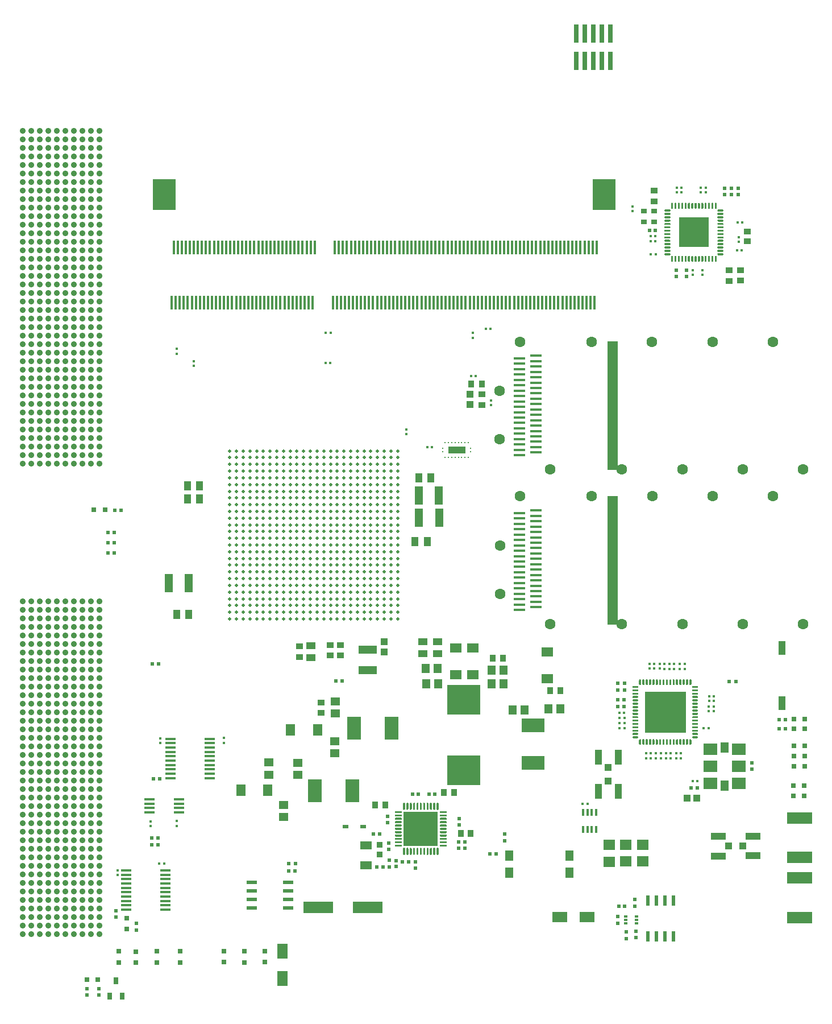
<source format=gtp>
G04 #@! TF.GenerationSoftware,KiCad,Pcbnew,(5.1.5)-3*
G04 #@! TF.CreationDate,2020-08-03T13:17:44+02:00*
G04 #@! TF.ProjectId,AMC_FMC_Carrier-PcbDoc,414d435f-464d-4435-9f43-617272696572,rev?*
G04 #@! TF.SameCoordinates,Original*
G04 #@! TF.FileFunction,Paste,Top*
G04 #@! TF.FilePolarity,Positive*
%FSLAX46Y46*%
G04 Gerber Fmt 4.6, Leading zero omitted, Abs format (unit mm)*
G04 Created by KiCad (PCBNEW (5.1.5)-3) date 2020-08-03 13:17:44*
%MOMM*%
%LPD*%
G04 APERTURE LIST*
%ADD10R,1.800000X0.350000*%
%ADD11R,0.950000X0.950000*%
%ADD12R,0.800000X0.800000*%
%ADD13R,0.620000X0.620000*%
%ADD14R,3.700000X1.700000*%
%ADD15R,0.350000X2.000000*%
%ADD16R,3.500000X4.600000*%
%ADD17R,0.740000X2.790000*%
%ADD18R,1.500000X0.450000*%
%ADD19R,0.580000X0.620000*%
%ADD20R,0.450000X1.100000*%
%ADD21R,1.800000X1.650000*%
%ADD22R,0.450000X0.400000*%
%ADD23C,1.600000*%
%ADD24R,1.500000X19.200000*%
%ADD25R,2.200000X1.050000*%
%ADD26R,1.050000X1.000000*%
%ADD27R,1.050000X2.200000*%
%ADD28R,1.000000X1.050000*%
%ADD29R,0.230000X0.230000*%
%ADD30R,2.650000X1.000000*%
%ADD31R,6.150000X6.150000*%
%ADD32C,0.100000*%
%ADD33R,1.000000X1.000000*%
%ADD34R,0.620000X0.580000*%
%ADD35R,0.400000X0.450000*%
%ADD36C,0.500000*%
%ADD37R,2.150000X1.700000*%
%ADD38R,1.300000X1.545000*%
%ADD39R,1.050000X0.950000*%
%ADD40R,0.950000X1.050000*%
%ADD41C,0.890000*%
%ADD42R,1.150000X2.700000*%
%ADD43R,1.000000X0.900000*%
%ADD44R,5.000000X4.500000*%
%ADD45R,1.800000X1.400000*%
%ADD46R,0.950000X1.000000*%
%ADD47R,4.370000X4.370000*%
%ADD48R,1.400000X1.800000*%
%ADD49R,4.400000X1.800000*%
%ADD50R,1.000000X0.950000*%
%ADD51R,2.700000X1.150000*%
%ADD52R,2.200000X1.550000*%
%ADD53R,1.550000X2.200000*%
%ADD54R,0.600000X1.550000*%
%ADD55R,1.550000X0.600000*%
%ADD56R,0.570000X0.300000*%
%ADD57R,0.650000X1.050000*%
%ADD58R,0.900000X0.500000*%
%ADD59R,1.450000X1.150000*%
%ADD60R,1.150000X1.450000*%
%ADD61R,1.800000X1.150000*%
%ADD62R,5.200000X5.200000*%
%ADD63R,1.050000X1.400000*%
%ADD64R,1.400000X1.050000*%
%ADD65R,2.000000X3.400000*%
%ADD66R,3.400000X2.000000*%
%ADD67R,1.100000X2.150000*%
%ADD68R,0.850000X0.650000*%
%ADD69R,1.300000X1.500000*%
G04 APERTURE END LIST*
D10*
X261895000Y-130230000D03*
X261895000Y-129430000D03*
X261895000Y-128630000D03*
X261895000Y-127830000D03*
X261895000Y-127030000D03*
X261895000Y-126230000D03*
X261895000Y-125430000D03*
X261895000Y-124630000D03*
X261895000Y-123830000D03*
X261895000Y-123030000D03*
X261895000Y-122230000D03*
X261895000Y-121430000D03*
X261895000Y-120630000D03*
X261895000Y-119830000D03*
X261895000Y-119030000D03*
X261895000Y-118230000D03*
X261895000Y-117430000D03*
X261895000Y-116630000D03*
X261895000Y-115830000D03*
X259385000Y-130630000D03*
X259385000Y-129830000D03*
X259385000Y-129030000D03*
X259385000Y-128230000D03*
X259385000Y-127430000D03*
X259385000Y-126630000D03*
X259385000Y-125830000D03*
X259385000Y-125030000D03*
X259385000Y-124230000D03*
X259385000Y-123430000D03*
X259385000Y-122630000D03*
X259385000Y-121830000D03*
X259385000Y-121030000D03*
X259385000Y-120230000D03*
X259385000Y-119430000D03*
X259385000Y-118630000D03*
X259385000Y-117830000D03*
X259385000Y-117030000D03*
X259385000Y-116230000D03*
D11*
X238556800Y-190081600D03*
X238556800Y-188581600D03*
D12*
X221513400Y-206082400D03*
X221513400Y-204432400D03*
X218465400Y-206133200D03*
X218465400Y-204483200D03*
X215417400Y-206082400D03*
X215417400Y-204432400D03*
X208864200Y-206133200D03*
X208864200Y-204483200D03*
X205409800Y-206107800D03*
X205409800Y-204457800D03*
X202260200Y-206158600D03*
X202260200Y-204508600D03*
X199694800Y-206107800D03*
X199694800Y-204457800D03*
X196608200Y-208711800D03*
X194958200Y-208711800D03*
X196011800Y-138785600D03*
X197661800Y-138785600D03*
D13*
X275100200Y-197739000D03*
X274200200Y-197739000D03*
X276783800Y-201480000D03*
X276783800Y-202380000D03*
D12*
X301928800Y-173901100D03*
X300278800Y-173901100D03*
X301878500Y-181317900D03*
X300228500Y-181317900D03*
X301865800Y-179806600D03*
X300215800Y-179806600D03*
X301929300Y-176923700D03*
X300279300Y-176923700D03*
X301929300Y-175425100D03*
X300279300Y-175425100D03*
D14*
X301180500Y-190503600D03*
X301180500Y-184603600D03*
D12*
X301929300Y-169913300D03*
X300279300Y-169913300D03*
X301929300Y-171348400D03*
X300279300Y-171348400D03*
D15*
X270918000Y-99735200D03*
X270618000Y-107935200D03*
X270318000Y-99735200D03*
X270018000Y-107935200D03*
X269718000Y-99735200D03*
X269118000Y-99735200D03*
X268518000Y-99735200D03*
X267918000Y-99735200D03*
X267318000Y-99735200D03*
X266718000Y-99735200D03*
X266118000Y-99735200D03*
X265518000Y-99735200D03*
X264918000Y-99735200D03*
X264318000Y-99735200D03*
X263718000Y-99735200D03*
X263118000Y-99735200D03*
X262518000Y-99735200D03*
X261918000Y-99735200D03*
X261318000Y-99735200D03*
X260718000Y-99735200D03*
X260118000Y-99735200D03*
X259518000Y-99735200D03*
X258918000Y-99735200D03*
X258318000Y-99735200D03*
X257718000Y-99735200D03*
X257118000Y-99735200D03*
X256518000Y-99735200D03*
X255918000Y-99735200D03*
X255318000Y-99735200D03*
X254718000Y-99735200D03*
X254118000Y-99735200D03*
X253518000Y-99735200D03*
X252918000Y-99735200D03*
X252318000Y-99735200D03*
X251718000Y-99735200D03*
X251118000Y-99735200D03*
X250518000Y-99735200D03*
X249918000Y-99735200D03*
X249318000Y-99735200D03*
X248718000Y-99735200D03*
X248118000Y-99735200D03*
X247518000Y-99735200D03*
X246918000Y-99735200D03*
X246318000Y-99735200D03*
X245718000Y-99735200D03*
X245118000Y-99735200D03*
X244518000Y-99735200D03*
X243918000Y-99735200D03*
X243318000Y-99735200D03*
X242718000Y-99735200D03*
X242118000Y-99735200D03*
X241518000Y-99735200D03*
X240918000Y-99735200D03*
X240318000Y-99735200D03*
X239718000Y-99735200D03*
X239118000Y-99735200D03*
X238518000Y-99735200D03*
X237918000Y-99735200D03*
X237318000Y-99735200D03*
X236718000Y-99735200D03*
X236118000Y-99735200D03*
X235518000Y-99735200D03*
X234918000Y-99735200D03*
X234318000Y-99735200D03*
X233718000Y-99735200D03*
X233118000Y-99735200D03*
X232518000Y-99735200D03*
X231918000Y-99735200D03*
X228918000Y-99735200D03*
X228318000Y-99735200D03*
X227718000Y-99735200D03*
X227118000Y-99735200D03*
X226518000Y-99735200D03*
X225918000Y-99735200D03*
X225318000Y-99735200D03*
X224718000Y-99735200D03*
X224118000Y-99735200D03*
X223518000Y-99735200D03*
X222918000Y-99735200D03*
X222318000Y-99735200D03*
X221718000Y-99735200D03*
X221118000Y-99735200D03*
X220518000Y-99735200D03*
X219918000Y-99735200D03*
X219318000Y-99735200D03*
X218718000Y-99735200D03*
X218118000Y-99735200D03*
X217518000Y-99735200D03*
X216918000Y-99735200D03*
X216318000Y-99735200D03*
X215718000Y-99735200D03*
X215118000Y-99735200D03*
X214518000Y-99735200D03*
X213918000Y-99735200D03*
X213318000Y-99735200D03*
X212718000Y-99735200D03*
X212118000Y-99735200D03*
X211518000Y-99735200D03*
X210918000Y-99735200D03*
X210318000Y-99735200D03*
X209718000Y-99735200D03*
X209118000Y-99735200D03*
X208518000Y-99735200D03*
X207918000Y-99735200D03*
X269418000Y-107935200D03*
X268818000Y-107935200D03*
X268218000Y-107935200D03*
X267618000Y-107935200D03*
X267018000Y-107935200D03*
X266418000Y-107935200D03*
X265818000Y-107935200D03*
X265218000Y-107935200D03*
X264618000Y-107935200D03*
X264018000Y-107935200D03*
X263418000Y-107935200D03*
X262818000Y-107935200D03*
X262218000Y-107935200D03*
X261618000Y-107935200D03*
X261018000Y-107935200D03*
X260418000Y-107935200D03*
X259818000Y-107935200D03*
X259218000Y-107935200D03*
X258618000Y-107935200D03*
X258018000Y-107935200D03*
X257418000Y-107935200D03*
X256818000Y-107935200D03*
X256218000Y-107935200D03*
X255618000Y-107935200D03*
X255018000Y-107935200D03*
X254418000Y-107935200D03*
X253818000Y-107935200D03*
X253218000Y-107935200D03*
X252618000Y-107935200D03*
X252018000Y-107935200D03*
X251418000Y-107935200D03*
X250818000Y-107935200D03*
X250218000Y-107935200D03*
X249618000Y-107935200D03*
X249018000Y-107935200D03*
X248418000Y-107935200D03*
X247818000Y-107935200D03*
X247218000Y-107935200D03*
X246618000Y-107935200D03*
X246018000Y-107935200D03*
X245418000Y-107935200D03*
X244818000Y-107935200D03*
X244218000Y-107935200D03*
X243618000Y-107935200D03*
X243018000Y-107935200D03*
X242418000Y-107935200D03*
X241818000Y-107935200D03*
X241218000Y-107935200D03*
X240618000Y-107935200D03*
X240018000Y-107935200D03*
X239418000Y-107935200D03*
X238818000Y-107935200D03*
X238218000Y-107935200D03*
X237618000Y-107935200D03*
X237018000Y-107935200D03*
X236418000Y-107935200D03*
X235818000Y-107935200D03*
X235218000Y-107935200D03*
X234618000Y-107935200D03*
X234018000Y-107935200D03*
X233418000Y-107935200D03*
X232818000Y-107935200D03*
X232218000Y-107935200D03*
X231618000Y-107935200D03*
X228618000Y-107935200D03*
X228018000Y-107935200D03*
X227418000Y-107935200D03*
X226818000Y-107935200D03*
X226218000Y-107935200D03*
X225618000Y-107935200D03*
X225018000Y-107935200D03*
X224418000Y-107935200D03*
X223818000Y-107935200D03*
X223218000Y-107935200D03*
X222618000Y-107935200D03*
X222018000Y-107935200D03*
X221418000Y-107935200D03*
X220818000Y-107935200D03*
X220218000Y-107935200D03*
X219618000Y-107935200D03*
X219018000Y-107935200D03*
X218418000Y-107935200D03*
X217818000Y-107935200D03*
X217218000Y-107935200D03*
X216618000Y-107935200D03*
X216018000Y-107935200D03*
X215418000Y-107935200D03*
X214818000Y-107935200D03*
X214218000Y-107935200D03*
X213618000Y-107935200D03*
X213018000Y-107935200D03*
X212418000Y-107935200D03*
X211818000Y-107935200D03*
X211218000Y-107935200D03*
X210618000Y-107935200D03*
X210018000Y-107935200D03*
X209418000Y-107935200D03*
X208818000Y-107935200D03*
X208218000Y-107935200D03*
X207618000Y-107935200D03*
D16*
X272068000Y-91835200D03*
X206468000Y-91835200D03*
D17*
X267855700Y-71948500D03*
X267855700Y-67878500D03*
X269125700Y-71948500D03*
X269125700Y-67878500D03*
X270395700Y-71948500D03*
X270395700Y-67878500D03*
X271665700Y-71948500D03*
X271665700Y-67878500D03*
X272935700Y-71948500D03*
X272935700Y-67878500D03*
D18*
X200867100Y-192423500D03*
X200867100Y-193073500D03*
X200867100Y-193723500D03*
X200867100Y-194373500D03*
X200867100Y-195023500D03*
X200867100Y-195673500D03*
X200867100Y-196323500D03*
X200867100Y-196973500D03*
X200867100Y-197623500D03*
X200867100Y-198273500D03*
X206667100Y-198273500D03*
X206667100Y-197623500D03*
X206667100Y-196973500D03*
X206667100Y-196323500D03*
X206667100Y-195673500D03*
X206667100Y-195023500D03*
X206667100Y-194373500D03*
X206667100Y-193723500D03*
X206667100Y-193073500D03*
X206667100Y-192423500D03*
D19*
X299059700Y-169964100D03*
X298119700Y-169964100D03*
X299034200Y-171386500D03*
X298094200Y-171386500D03*
D20*
X270865240Y-186359320D03*
X270215240Y-186359320D03*
X269565240Y-186359320D03*
X268915240Y-186359320D03*
X268915240Y-183759320D03*
X269565240Y-183759320D03*
X270215240Y-183759320D03*
X270865240Y-183759320D03*
D21*
X275285200Y-191104840D03*
X275285200Y-188604840D03*
X277809960Y-191104840D03*
X277809960Y-188604840D03*
X272826480Y-191124840D03*
X272826480Y-188624840D03*
D22*
X268848840Y-182488840D03*
X269548840Y-182488840D03*
D23*
X301681000Y-132730640D03*
X292681000Y-132730640D03*
X283681000Y-132730640D03*
X274681000Y-132730640D03*
X263981000Y-132730640D03*
X297181000Y-113730640D03*
X288181000Y-113730640D03*
X279181000Y-113730640D03*
X270181000Y-113730640D03*
X259481000Y-113730640D03*
X256481000Y-128230640D03*
X256481000Y-121030640D03*
D24*
X273271000Y-123230640D03*
X273291320Y-146258280D03*
D23*
X256501320Y-144058280D03*
X256501320Y-151258280D03*
X259501320Y-136758280D03*
X270201320Y-136758280D03*
X279201320Y-136758280D03*
X288201320Y-136758280D03*
X297201320Y-136758280D03*
X264001320Y-155758280D03*
X274701320Y-155758280D03*
X283701320Y-155758280D03*
X292701320Y-155758280D03*
X301701320Y-155758280D03*
D25*
X294226000Y-187307960D03*
D26*
X292701000Y-188782960D03*
D25*
X294226000Y-190257960D03*
D27*
X274128760Y-180672760D03*
D28*
X272653760Y-179147760D03*
D27*
X271178760Y-180672760D03*
D25*
X289074840Y-190278280D03*
D26*
X290599840Y-188803280D03*
D25*
X289074840Y-187328280D03*
D27*
X271168600Y-175607960D03*
D28*
X272643600Y-177132960D03*
D27*
X274118600Y-175607960D03*
D18*
X207462800Y-172830300D03*
X207462800Y-173480300D03*
X207462800Y-174130300D03*
X207462800Y-174780300D03*
X207462800Y-175430300D03*
X207462800Y-176080300D03*
X207462800Y-176730300D03*
X207462800Y-177380300D03*
X207462800Y-178030300D03*
X207462800Y-178680300D03*
X213262800Y-178680300D03*
X213262800Y-178030300D03*
X213262800Y-177380300D03*
X213262800Y-176730300D03*
X213262800Y-176080300D03*
X213262800Y-175430300D03*
X213262800Y-174780300D03*
X213262800Y-174130300D03*
X213262800Y-173480300D03*
X213262800Y-172830300D03*
D29*
X247975700Y-129582100D03*
X248325700Y-128732100D03*
X248825700Y-128732100D03*
X249325700Y-128732100D03*
X249825700Y-128732100D03*
X250325700Y-128732100D03*
X247975700Y-130082100D03*
X248325700Y-130932100D03*
X248825700Y-130932100D03*
D30*
X250075700Y-129832100D03*
D29*
X251825700Y-130932100D03*
X251325700Y-130932100D03*
X250825700Y-130932100D03*
X250325700Y-130932100D03*
X249825700Y-130932100D03*
X249325700Y-130932100D03*
X250825700Y-128732100D03*
X252175700Y-130082100D03*
X252175700Y-129582100D03*
X251825700Y-128732100D03*
X251325700Y-128732100D03*
D31*
X281139900Y-168871900D03*
D32*
G36*
X276979603Y-172472621D02*
G01*
X276994164Y-172474781D01*
X277008443Y-172478358D01*
X277022303Y-172483317D01*
X277035610Y-172489611D01*
X277048236Y-172497179D01*
X277060059Y-172505947D01*
X277070966Y-172515833D01*
X277080852Y-172526740D01*
X277089620Y-172538563D01*
X277097188Y-172551189D01*
X277103482Y-172564496D01*
X277108441Y-172578356D01*
X277112018Y-172592635D01*
X277114178Y-172607196D01*
X277114900Y-172621899D01*
X277114900Y-172621901D01*
X277114178Y-172636604D01*
X277112018Y-172651165D01*
X277108441Y-172665444D01*
X277103482Y-172679304D01*
X277097188Y-172692611D01*
X277089620Y-172705237D01*
X277080852Y-172717060D01*
X277070966Y-172727967D01*
X277060059Y-172737853D01*
X277048236Y-172746621D01*
X277035610Y-172754189D01*
X277022303Y-172760483D01*
X277008443Y-172765442D01*
X276994164Y-172769019D01*
X276979603Y-172771179D01*
X276964900Y-172771901D01*
X276414900Y-172771901D01*
X276400197Y-172771179D01*
X276385636Y-172769019D01*
X276371357Y-172765442D01*
X276357497Y-172760483D01*
X276344190Y-172754189D01*
X276331564Y-172746621D01*
X276319741Y-172737853D01*
X276308834Y-172727967D01*
X276298948Y-172717060D01*
X276290180Y-172705237D01*
X276282612Y-172692611D01*
X276276318Y-172679304D01*
X276271359Y-172665444D01*
X276267782Y-172651165D01*
X276265622Y-172636604D01*
X276264900Y-172621901D01*
X276264900Y-172621899D01*
X276265622Y-172607196D01*
X276267782Y-172592635D01*
X276271359Y-172578356D01*
X276276318Y-172564496D01*
X276282612Y-172551189D01*
X276290180Y-172538563D01*
X276298948Y-172526740D01*
X276308834Y-172515833D01*
X276319741Y-172505947D01*
X276331564Y-172497179D01*
X276344190Y-172489611D01*
X276357497Y-172483317D01*
X276371357Y-172478358D01*
X276385636Y-172474781D01*
X276400197Y-172472621D01*
X276414900Y-172471899D01*
X276964900Y-172471899D01*
X276979603Y-172472621D01*
G37*
G36*
X276979603Y-171972621D02*
G01*
X276994164Y-171974781D01*
X277008443Y-171978358D01*
X277022303Y-171983317D01*
X277035610Y-171989611D01*
X277048236Y-171997179D01*
X277060059Y-172005947D01*
X277070966Y-172015833D01*
X277080852Y-172026740D01*
X277089620Y-172038563D01*
X277097188Y-172051189D01*
X277103482Y-172064496D01*
X277108441Y-172078356D01*
X277112018Y-172092635D01*
X277114178Y-172107196D01*
X277114900Y-172121899D01*
X277114900Y-172121901D01*
X277114178Y-172136604D01*
X277112018Y-172151165D01*
X277108441Y-172165444D01*
X277103482Y-172179304D01*
X277097188Y-172192611D01*
X277089620Y-172205237D01*
X277080852Y-172217060D01*
X277070966Y-172227967D01*
X277060059Y-172237853D01*
X277048236Y-172246621D01*
X277035610Y-172254189D01*
X277022303Y-172260483D01*
X277008443Y-172265442D01*
X276994164Y-172269019D01*
X276979603Y-172271179D01*
X276964900Y-172271901D01*
X276414900Y-172271901D01*
X276400197Y-172271179D01*
X276385636Y-172269019D01*
X276371357Y-172265442D01*
X276357497Y-172260483D01*
X276344190Y-172254189D01*
X276331564Y-172246621D01*
X276319741Y-172237853D01*
X276308834Y-172227967D01*
X276298948Y-172217060D01*
X276290180Y-172205237D01*
X276282612Y-172192611D01*
X276276318Y-172179304D01*
X276271359Y-172165444D01*
X276267782Y-172151165D01*
X276265622Y-172136604D01*
X276264900Y-172121901D01*
X276264900Y-172121899D01*
X276265622Y-172107196D01*
X276267782Y-172092635D01*
X276271359Y-172078356D01*
X276276318Y-172064496D01*
X276282612Y-172051189D01*
X276290180Y-172038563D01*
X276298948Y-172026740D01*
X276308834Y-172015833D01*
X276319741Y-172005947D01*
X276331564Y-171997179D01*
X276344190Y-171989611D01*
X276357497Y-171983317D01*
X276371357Y-171978358D01*
X276385636Y-171974781D01*
X276400197Y-171972621D01*
X276414900Y-171971899D01*
X276964900Y-171971899D01*
X276979603Y-171972621D01*
G37*
G36*
X276979603Y-171472621D02*
G01*
X276994164Y-171474781D01*
X277008443Y-171478358D01*
X277022303Y-171483317D01*
X277035610Y-171489611D01*
X277048236Y-171497179D01*
X277060059Y-171505947D01*
X277070966Y-171515833D01*
X277080852Y-171526740D01*
X277089620Y-171538563D01*
X277097188Y-171551189D01*
X277103482Y-171564496D01*
X277108441Y-171578356D01*
X277112018Y-171592635D01*
X277114178Y-171607196D01*
X277114900Y-171621899D01*
X277114900Y-171621901D01*
X277114178Y-171636604D01*
X277112018Y-171651165D01*
X277108441Y-171665444D01*
X277103482Y-171679304D01*
X277097188Y-171692611D01*
X277089620Y-171705237D01*
X277080852Y-171717060D01*
X277070966Y-171727967D01*
X277060059Y-171737853D01*
X277048236Y-171746621D01*
X277035610Y-171754189D01*
X277022303Y-171760483D01*
X277008443Y-171765442D01*
X276994164Y-171769019D01*
X276979603Y-171771179D01*
X276964900Y-171771901D01*
X276414900Y-171771901D01*
X276400197Y-171771179D01*
X276385636Y-171769019D01*
X276371357Y-171765442D01*
X276357497Y-171760483D01*
X276344190Y-171754189D01*
X276331564Y-171746621D01*
X276319741Y-171737853D01*
X276308834Y-171727967D01*
X276298948Y-171717060D01*
X276290180Y-171705237D01*
X276282612Y-171692611D01*
X276276318Y-171679304D01*
X276271359Y-171665444D01*
X276267782Y-171651165D01*
X276265622Y-171636604D01*
X276264900Y-171621901D01*
X276264900Y-171621899D01*
X276265622Y-171607196D01*
X276267782Y-171592635D01*
X276271359Y-171578356D01*
X276276318Y-171564496D01*
X276282612Y-171551189D01*
X276290180Y-171538563D01*
X276298948Y-171526740D01*
X276308834Y-171515833D01*
X276319741Y-171505947D01*
X276331564Y-171497179D01*
X276344190Y-171489611D01*
X276357497Y-171483317D01*
X276371357Y-171478358D01*
X276385636Y-171474781D01*
X276400197Y-171472621D01*
X276414900Y-171471899D01*
X276964900Y-171471899D01*
X276979603Y-171472621D01*
G37*
G36*
X276979603Y-170972621D02*
G01*
X276994164Y-170974781D01*
X277008443Y-170978358D01*
X277022303Y-170983317D01*
X277035610Y-170989611D01*
X277048236Y-170997179D01*
X277060059Y-171005947D01*
X277070966Y-171015833D01*
X277080852Y-171026740D01*
X277089620Y-171038563D01*
X277097188Y-171051189D01*
X277103482Y-171064496D01*
X277108441Y-171078356D01*
X277112018Y-171092635D01*
X277114178Y-171107196D01*
X277114900Y-171121899D01*
X277114900Y-171121901D01*
X277114178Y-171136604D01*
X277112018Y-171151165D01*
X277108441Y-171165444D01*
X277103482Y-171179304D01*
X277097188Y-171192611D01*
X277089620Y-171205237D01*
X277080852Y-171217060D01*
X277070966Y-171227967D01*
X277060059Y-171237853D01*
X277048236Y-171246621D01*
X277035610Y-171254189D01*
X277022303Y-171260483D01*
X277008443Y-171265442D01*
X276994164Y-171269019D01*
X276979603Y-171271179D01*
X276964900Y-171271901D01*
X276414900Y-171271901D01*
X276400197Y-171271179D01*
X276385636Y-171269019D01*
X276371357Y-171265442D01*
X276357497Y-171260483D01*
X276344190Y-171254189D01*
X276331564Y-171246621D01*
X276319741Y-171237853D01*
X276308834Y-171227967D01*
X276298948Y-171217060D01*
X276290180Y-171205237D01*
X276282612Y-171192611D01*
X276276318Y-171179304D01*
X276271359Y-171165444D01*
X276267782Y-171151165D01*
X276265622Y-171136604D01*
X276264900Y-171121901D01*
X276264900Y-171121899D01*
X276265622Y-171107196D01*
X276267782Y-171092635D01*
X276271359Y-171078356D01*
X276276318Y-171064496D01*
X276282612Y-171051189D01*
X276290180Y-171038563D01*
X276298948Y-171026740D01*
X276308834Y-171015833D01*
X276319741Y-171005947D01*
X276331564Y-170997179D01*
X276344190Y-170989611D01*
X276357497Y-170983317D01*
X276371357Y-170978358D01*
X276385636Y-170974781D01*
X276400197Y-170972621D01*
X276414900Y-170971899D01*
X276964900Y-170971899D01*
X276979603Y-170972621D01*
G37*
G36*
X276979603Y-170472621D02*
G01*
X276994164Y-170474781D01*
X277008443Y-170478358D01*
X277022303Y-170483317D01*
X277035610Y-170489611D01*
X277048236Y-170497179D01*
X277060059Y-170505947D01*
X277070966Y-170515833D01*
X277080852Y-170526740D01*
X277089620Y-170538563D01*
X277097188Y-170551189D01*
X277103482Y-170564496D01*
X277108441Y-170578356D01*
X277112018Y-170592635D01*
X277114178Y-170607196D01*
X277114900Y-170621899D01*
X277114900Y-170621901D01*
X277114178Y-170636604D01*
X277112018Y-170651165D01*
X277108441Y-170665444D01*
X277103482Y-170679304D01*
X277097188Y-170692611D01*
X277089620Y-170705237D01*
X277080852Y-170717060D01*
X277070966Y-170727967D01*
X277060059Y-170737853D01*
X277048236Y-170746621D01*
X277035610Y-170754189D01*
X277022303Y-170760483D01*
X277008443Y-170765442D01*
X276994164Y-170769019D01*
X276979603Y-170771179D01*
X276964900Y-170771901D01*
X276414900Y-170771901D01*
X276400197Y-170771179D01*
X276385636Y-170769019D01*
X276371357Y-170765442D01*
X276357497Y-170760483D01*
X276344190Y-170754189D01*
X276331564Y-170746621D01*
X276319741Y-170737853D01*
X276308834Y-170727967D01*
X276298948Y-170717060D01*
X276290180Y-170705237D01*
X276282612Y-170692611D01*
X276276318Y-170679304D01*
X276271359Y-170665444D01*
X276267782Y-170651165D01*
X276265622Y-170636604D01*
X276264900Y-170621901D01*
X276264900Y-170621899D01*
X276265622Y-170607196D01*
X276267782Y-170592635D01*
X276271359Y-170578356D01*
X276276318Y-170564496D01*
X276282612Y-170551189D01*
X276290180Y-170538563D01*
X276298948Y-170526740D01*
X276308834Y-170515833D01*
X276319741Y-170505947D01*
X276331564Y-170497179D01*
X276344190Y-170489611D01*
X276357497Y-170483317D01*
X276371357Y-170478358D01*
X276385636Y-170474781D01*
X276400197Y-170472621D01*
X276414900Y-170471899D01*
X276964900Y-170471899D01*
X276979603Y-170472621D01*
G37*
G36*
X276979603Y-169972621D02*
G01*
X276994164Y-169974781D01*
X277008443Y-169978358D01*
X277022303Y-169983317D01*
X277035610Y-169989611D01*
X277048236Y-169997179D01*
X277060059Y-170005947D01*
X277070966Y-170015833D01*
X277080852Y-170026740D01*
X277089620Y-170038563D01*
X277097188Y-170051189D01*
X277103482Y-170064496D01*
X277108441Y-170078356D01*
X277112018Y-170092635D01*
X277114178Y-170107196D01*
X277114900Y-170121899D01*
X277114900Y-170121901D01*
X277114178Y-170136604D01*
X277112018Y-170151165D01*
X277108441Y-170165444D01*
X277103482Y-170179304D01*
X277097188Y-170192611D01*
X277089620Y-170205237D01*
X277080852Y-170217060D01*
X277070966Y-170227967D01*
X277060059Y-170237853D01*
X277048236Y-170246621D01*
X277035610Y-170254189D01*
X277022303Y-170260483D01*
X277008443Y-170265442D01*
X276994164Y-170269019D01*
X276979603Y-170271179D01*
X276964900Y-170271901D01*
X276414900Y-170271901D01*
X276400197Y-170271179D01*
X276385636Y-170269019D01*
X276371357Y-170265442D01*
X276357497Y-170260483D01*
X276344190Y-170254189D01*
X276331564Y-170246621D01*
X276319741Y-170237853D01*
X276308834Y-170227967D01*
X276298948Y-170217060D01*
X276290180Y-170205237D01*
X276282612Y-170192611D01*
X276276318Y-170179304D01*
X276271359Y-170165444D01*
X276267782Y-170151165D01*
X276265622Y-170136604D01*
X276264900Y-170121901D01*
X276264900Y-170121899D01*
X276265622Y-170107196D01*
X276267782Y-170092635D01*
X276271359Y-170078356D01*
X276276318Y-170064496D01*
X276282612Y-170051189D01*
X276290180Y-170038563D01*
X276298948Y-170026740D01*
X276308834Y-170015833D01*
X276319741Y-170005947D01*
X276331564Y-169997179D01*
X276344190Y-169989611D01*
X276357497Y-169983317D01*
X276371357Y-169978358D01*
X276385636Y-169974781D01*
X276400197Y-169972621D01*
X276414900Y-169971899D01*
X276964900Y-169971899D01*
X276979603Y-169972621D01*
G37*
G36*
X276979603Y-169472621D02*
G01*
X276994164Y-169474781D01*
X277008443Y-169478358D01*
X277022303Y-169483317D01*
X277035610Y-169489611D01*
X277048236Y-169497179D01*
X277060059Y-169505947D01*
X277070966Y-169515833D01*
X277080852Y-169526740D01*
X277089620Y-169538563D01*
X277097188Y-169551189D01*
X277103482Y-169564496D01*
X277108441Y-169578356D01*
X277112018Y-169592635D01*
X277114178Y-169607196D01*
X277114900Y-169621899D01*
X277114900Y-169621901D01*
X277114178Y-169636604D01*
X277112018Y-169651165D01*
X277108441Y-169665444D01*
X277103482Y-169679304D01*
X277097188Y-169692611D01*
X277089620Y-169705237D01*
X277080852Y-169717060D01*
X277070966Y-169727967D01*
X277060059Y-169737853D01*
X277048236Y-169746621D01*
X277035610Y-169754189D01*
X277022303Y-169760483D01*
X277008443Y-169765442D01*
X276994164Y-169769019D01*
X276979603Y-169771179D01*
X276964900Y-169771901D01*
X276414900Y-169771901D01*
X276400197Y-169771179D01*
X276385636Y-169769019D01*
X276371357Y-169765442D01*
X276357497Y-169760483D01*
X276344190Y-169754189D01*
X276331564Y-169746621D01*
X276319741Y-169737853D01*
X276308834Y-169727967D01*
X276298948Y-169717060D01*
X276290180Y-169705237D01*
X276282612Y-169692611D01*
X276276318Y-169679304D01*
X276271359Y-169665444D01*
X276267782Y-169651165D01*
X276265622Y-169636604D01*
X276264900Y-169621901D01*
X276264900Y-169621899D01*
X276265622Y-169607196D01*
X276267782Y-169592635D01*
X276271359Y-169578356D01*
X276276318Y-169564496D01*
X276282612Y-169551189D01*
X276290180Y-169538563D01*
X276298948Y-169526740D01*
X276308834Y-169515833D01*
X276319741Y-169505947D01*
X276331564Y-169497179D01*
X276344190Y-169489611D01*
X276357497Y-169483317D01*
X276371357Y-169478358D01*
X276385636Y-169474781D01*
X276400197Y-169472621D01*
X276414900Y-169471899D01*
X276964900Y-169471899D01*
X276979603Y-169472621D01*
G37*
G36*
X276979603Y-168972621D02*
G01*
X276994164Y-168974781D01*
X277008443Y-168978358D01*
X277022303Y-168983317D01*
X277035610Y-168989611D01*
X277048236Y-168997179D01*
X277060059Y-169005947D01*
X277070966Y-169015833D01*
X277080852Y-169026740D01*
X277089620Y-169038563D01*
X277097188Y-169051189D01*
X277103482Y-169064496D01*
X277108441Y-169078356D01*
X277112018Y-169092635D01*
X277114178Y-169107196D01*
X277114900Y-169121899D01*
X277114900Y-169121901D01*
X277114178Y-169136604D01*
X277112018Y-169151165D01*
X277108441Y-169165444D01*
X277103482Y-169179304D01*
X277097188Y-169192611D01*
X277089620Y-169205237D01*
X277080852Y-169217060D01*
X277070966Y-169227967D01*
X277060059Y-169237853D01*
X277048236Y-169246621D01*
X277035610Y-169254189D01*
X277022303Y-169260483D01*
X277008443Y-169265442D01*
X276994164Y-169269019D01*
X276979603Y-169271179D01*
X276964900Y-169271901D01*
X276414900Y-169271901D01*
X276400197Y-169271179D01*
X276385636Y-169269019D01*
X276371357Y-169265442D01*
X276357497Y-169260483D01*
X276344190Y-169254189D01*
X276331564Y-169246621D01*
X276319741Y-169237853D01*
X276308834Y-169227967D01*
X276298948Y-169217060D01*
X276290180Y-169205237D01*
X276282612Y-169192611D01*
X276276318Y-169179304D01*
X276271359Y-169165444D01*
X276267782Y-169151165D01*
X276265622Y-169136604D01*
X276264900Y-169121901D01*
X276264900Y-169121899D01*
X276265622Y-169107196D01*
X276267782Y-169092635D01*
X276271359Y-169078356D01*
X276276318Y-169064496D01*
X276282612Y-169051189D01*
X276290180Y-169038563D01*
X276298948Y-169026740D01*
X276308834Y-169015833D01*
X276319741Y-169005947D01*
X276331564Y-168997179D01*
X276344190Y-168989611D01*
X276357497Y-168983317D01*
X276371357Y-168978358D01*
X276385636Y-168974781D01*
X276400197Y-168972621D01*
X276414900Y-168971899D01*
X276964900Y-168971899D01*
X276979603Y-168972621D01*
G37*
G36*
X276979603Y-168472621D02*
G01*
X276994164Y-168474781D01*
X277008443Y-168478358D01*
X277022303Y-168483317D01*
X277035610Y-168489611D01*
X277048236Y-168497179D01*
X277060059Y-168505947D01*
X277070966Y-168515833D01*
X277080852Y-168526740D01*
X277089620Y-168538563D01*
X277097188Y-168551189D01*
X277103482Y-168564496D01*
X277108441Y-168578356D01*
X277112018Y-168592635D01*
X277114178Y-168607196D01*
X277114900Y-168621899D01*
X277114900Y-168621901D01*
X277114178Y-168636604D01*
X277112018Y-168651165D01*
X277108441Y-168665444D01*
X277103482Y-168679304D01*
X277097188Y-168692611D01*
X277089620Y-168705237D01*
X277080852Y-168717060D01*
X277070966Y-168727967D01*
X277060059Y-168737853D01*
X277048236Y-168746621D01*
X277035610Y-168754189D01*
X277022303Y-168760483D01*
X277008443Y-168765442D01*
X276994164Y-168769019D01*
X276979603Y-168771179D01*
X276964900Y-168771901D01*
X276414900Y-168771901D01*
X276400197Y-168771179D01*
X276385636Y-168769019D01*
X276371357Y-168765442D01*
X276357497Y-168760483D01*
X276344190Y-168754189D01*
X276331564Y-168746621D01*
X276319741Y-168737853D01*
X276308834Y-168727967D01*
X276298948Y-168717060D01*
X276290180Y-168705237D01*
X276282612Y-168692611D01*
X276276318Y-168679304D01*
X276271359Y-168665444D01*
X276267782Y-168651165D01*
X276265622Y-168636604D01*
X276264900Y-168621901D01*
X276264900Y-168621899D01*
X276265622Y-168607196D01*
X276267782Y-168592635D01*
X276271359Y-168578356D01*
X276276318Y-168564496D01*
X276282612Y-168551189D01*
X276290180Y-168538563D01*
X276298948Y-168526740D01*
X276308834Y-168515833D01*
X276319741Y-168505947D01*
X276331564Y-168497179D01*
X276344190Y-168489611D01*
X276357497Y-168483317D01*
X276371357Y-168478358D01*
X276385636Y-168474781D01*
X276400197Y-168472621D01*
X276414900Y-168471899D01*
X276964900Y-168471899D01*
X276979603Y-168472621D01*
G37*
G36*
X276979603Y-167972621D02*
G01*
X276994164Y-167974781D01*
X277008443Y-167978358D01*
X277022303Y-167983317D01*
X277035610Y-167989611D01*
X277048236Y-167997179D01*
X277060059Y-168005947D01*
X277070966Y-168015833D01*
X277080852Y-168026740D01*
X277089620Y-168038563D01*
X277097188Y-168051189D01*
X277103482Y-168064496D01*
X277108441Y-168078356D01*
X277112018Y-168092635D01*
X277114178Y-168107196D01*
X277114900Y-168121899D01*
X277114900Y-168121901D01*
X277114178Y-168136604D01*
X277112018Y-168151165D01*
X277108441Y-168165444D01*
X277103482Y-168179304D01*
X277097188Y-168192611D01*
X277089620Y-168205237D01*
X277080852Y-168217060D01*
X277070966Y-168227967D01*
X277060059Y-168237853D01*
X277048236Y-168246621D01*
X277035610Y-168254189D01*
X277022303Y-168260483D01*
X277008443Y-168265442D01*
X276994164Y-168269019D01*
X276979603Y-168271179D01*
X276964900Y-168271901D01*
X276414900Y-168271901D01*
X276400197Y-168271179D01*
X276385636Y-168269019D01*
X276371357Y-168265442D01*
X276357497Y-168260483D01*
X276344190Y-168254189D01*
X276331564Y-168246621D01*
X276319741Y-168237853D01*
X276308834Y-168227967D01*
X276298948Y-168217060D01*
X276290180Y-168205237D01*
X276282612Y-168192611D01*
X276276318Y-168179304D01*
X276271359Y-168165444D01*
X276267782Y-168151165D01*
X276265622Y-168136604D01*
X276264900Y-168121901D01*
X276264900Y-168121899D01*
X276265622Y-168107196D01*
X276267782Y-168092635D01*
X276271359Y-168078356D01*
X276276318Y-168064496D01*
X276282612Y-168051189D01*
X276290180Y-168038563D01*
X276298948Y-168026740D01*
X276308834Y-168015833D01*
X276319741Y-168005947D01*
X276331564Y-167997179D01*
X276344190Y-167989611D01*
X276357497Y-167983317D01*
X276371357Y-167978358D01*
X276385636Y-167974781D01*
X276400197Y-167972621D01*
X276414900Y-167971899D01*
X276964900Y-167971899D01*
X276979603Y-167972621D01*
G37*
G36*
X276979603Y-167472621D02*
G01*
X276994164Y-167474781D01*
X277008443Y-167478358D01*
X277022303Y-167483317D01*
X277035610Y-167489611D01*
X277048236Y-167497179D01*
X277060059Y-167505947D01*
X277070966Y-167515833D01*
X277080852Y-167526740D01*
X277089620Y-167538563D01*
X277097188Y-167551189D01*
X277103482Y-167564496D01*
X277108441Y-167578356D01*
X277112018Y-167592635D01*
X277114178Y-167607196D01*
X277114900Y-167621899D01*
X277114900Y-167621901D01*
X277114178Y-167636604D01*
X277112018Y-167651165D01*
X277108441Y-167665444D01*
X277103482Y-167679304D01*
X277097188Y-167692611D01*
X277089620Y-167705237D01*
X277080852Y-167717060D01*
X277070966Y-167727967D01*
X277060059Y-167737853D01*
X277048236Y-167746621D01*
X277035610Y-167754189D01*
X277022303Y-167760483D01*
X277008443Y-167765442D01*
X276994164Y-167769019D01*
X276979603Y-167771179D01*
X276964900Y-167771901D01*
X276414900Y-167771901D01*
X276400197Y-167771179D01*
X276385636Y-167769019D01*
X276371357Y-167765442D01*
X276357497Y-167760483D01*
X276344190Y-167754189D01*
X276331564Y-167746621D01*
X276319741Y-167737853D01*
X276308834Y-167727967D01*
X276298948Y-167717060D01*
X276290180Y-167705237D01*
X276282612Y-167692611D01*
X276276318Y-167679304D01*
X276271359Y-167665444D01*
X276267782Y-167651165D01*
X276265622Y-167636604D01*
X276264900Y-167621901D01*
X276264900Y-167621899D01*
X276265622Y-167607196D01*
X276267782Y-167592635D01*
X276271359Y-167578356D01*
X276276318Y-167564496D01*
X276282612Y-167551189D01*
X276290180Y-167538563D01*
X276298948Y-167526740D01*
X276308834Y-167515833D01*
X276319741Y-167505947D01*
X276331564Y-167497179D01*
X276344190Y-167489611D01*
X276357497Y-167483317D01*
X276371357Y-167478358D01*
X276385636Y-167474781D01*
X276400197Y-167472621D01*
X276414900Y-167471899D01*
X276964900Y-167471899D01*
X276979603Y-167472621D01*
G37*
G36*
X276979603Y-166972621D02*
G01*
X276994164Y-166974781D01*
X277008443Y-166978358D01*
X277022303Y-166983317D01*
X277035610Y-166989611D01*
X277048236Y-166997179D01*
X277060059Y-167005947D01*
X277070966Y-167015833D01*
X277080852Y-167026740D01*
X277089620Y-167038563D01*
X277097188Y-167051189D01*
X277103482Y-167064496D01*
X277108441Y-167078356D01*
X277112018Y-167092635D01*
X277114178Y-167107196D01*
X277114900Y-167121899D01*
X277114900Y-167121901D01*
X277114178Y-167136604D01*
X277112018Y-167151165D01*
X277108441Y-167165444D01*
X277103482Y-167179304D01*
X277097188Y-167192611D01*
X277089620Y-167205237D01*
X277080852Y-167217060D01*
X277070966Y-167227967D01*
X277060059Y-167237853D01*
X277048236Y-167246621D01*
X277035610Y-167254189D01*
X277022303Y-167260483D01*
X277008443Y-167265442D01*
X276994164Y-167269019D01*
X276979603Y-167271179D01*
X276964900Y-167271901D01*
X276414900Y-167271901D01*
X276400197Y-167271179D01*
X276385636Y-167269019D01*
X276371357Y-167265442D01*
X276357497Y-167260483D01*
X276344190Y-167254189D01*
X276331564Y-167246621D01*
X276319741Y-167237853D01*
X276308834Y-167227967D01*
X276298948Y-167217060D01*
X276290180Y-167205237D01*
X276282612Y-167192611D01*
X276276318Y-167179304D01*
X276271359Y-167165444D01*
X276267782Y-167151165D01*
X276265622Y-167136604D01*
X276264900Y-167121901D01*
X276264900Y-167121899D01*
X276265622Y-167107196D01*
X276267782Y-167092635D01*
X276271359Y-167078356D01*
X276276318Y-167064496D01*
X276282612Y-167051189D01*
X276290180Y-167038563D01*
X276298948Y-167026740D01*
X276308834Y-167015833D01*
X276319741Y-167005947D01*
X276331564Y-166997179D01*
X276344190Y-166989611D01*
X276357497Y-166983317D01*
X276371357Y-166978358D01*
X276385636Y-166974781D01*
X276400197Y-166972621D01*
X276414900Y-166971899D01*
X276964900Y-166971899D01*
X276979603Y-166972621D01*
G37*
G36*
X276979603Y-166472621D02*
G01*
X276994164Y-166474781D01*
X277008443Y-166478358D01*
X277022303Y-166483317D01*
X277035610Y-166489611D01*
X277048236Y-166497179D01*
X277060059Y-166505947D01*
X277070966Y-166515833D01*
X277080852Y-166526740D01*
X277089620Y-166538563D01*
X277097188Y-166551189D01*
X277103482Y-166564496D01*
X277108441Y-166578356D01*
X277112018Y-166592635D01*
X277114178Y-166607196D01*
X277114900Y-166621899D01*
X277114900Y-166621901D01*
X277114178Y-166636604D01*
X277112018Y-166651165D01*
X277108441Y-166665444D01*
X277103482Y-166679304D01*
X277097188Y-166692611D01*
X277089620Y-166705237D01*
X277080852Y-166717060D01*
X277070966Y-166727967D01*
X277060059Y-166737853D01*
X277048236Y-166746621D01*
X277035610Y-166754189D01*
X277022303Y-166760483D01*
X277008443Y-166765442D01*
X276994164Y-166769019D01*
X276979603Y-166771179D01*
X276964900Y-166771901D01*
X276414900Y-166771901D01*
X276400197Y-166771179D01*
X276385636Y-166769019D01*
X276371357Y-166765442D01*
X276357497Y-166760483D01*
X276344190Y-166754189D01*
X276331564Y-166746621D01*
X276319741Y-166737853D01*
X276308834Y-166727967D01*
X276298948Y-166717060D01*
X276290180Y-166705237D01*
X276282612Y-166692611D01*
X276276318Y-166679304D01*
X276271359Y-166665444D01*
X276267782Y-166651165D01*
X276265622Y-166636604D01*
X276264900Y-166621901D01*
X276264900Y-166621899D01*
X276265622Y-166607196D01*
X276267782Y-166592635D01*
X276271359Y-166578356D01*
X276276318Y-166564496D01*
X276282612Y-166551189D01*
X276290180Y-166538563D01*
X276298948Y-166526740D01*
X276308834Y-166515833D01*
X276319741Y-166505947D01*
X276331564Y-166497179D01*
X276344190Y-166489611D01*
X276357497Y-166483317D01*
X276371357Y-166478358D01*
X276385636Y-166474781D01*
X276400197Y-166472621D01*
X276414900Y-166471899D01*
X276964900Y-166471899D01*
X276979603Y-166472621D01*
G37*
G36*
X276979603Y-165972621D02*
G01*
X276994164Y-165974781D01*
X277008443Y-165978358D01*
X277022303Y-165983317D01*
X277035610Y-165989611D01*
X277048236Y-165997179D01*
X277060059Y-166005947D01*
X277070966Y-166015833D01*
X277080852Y-166026740D01*
X277089620Y-166038563D01*
X277097188Y-166051189D01*
X277103482Y-166064496D01*
X277108441Y-166078356D01*
X277112018Y-166092635D01*
X277114178Y-166107196D01*
X277114900Y-166121899D01*
X277114900Y-166121901D01*
X277114178Y-166136604D01*
X277112018Y-166151165D01*
X277108441Y-166165444D01*
X277103482Y-166179304D01*
X277097188Y-166192611D01*
X277089620Y-166205237D01*
X277080852Y-166217060D01*
X277070966Y-166227967D01*
X277060059Y-166237853D01*
X277048236Y-166246621D01*
X277035610Y-166254189D01*
X277022303Y-166260483D01*
X277008443Y-166265442D01*
X276994164Y-166269019D01*
X276979603Y-166271179D01*
X276964900Y-166271901D01*
X276414900Y-166271901D01*
X276400197Y-166271179D01*
X276385636Y-166269019D01*
X276371357Y-166265442D01*
X276357497Y-166260483D01*
X276344190Y-166254189D01*
X276331564Y-166246621D01*
X276319741Y-166237853D01*
X276308834Y-166227967D01*
X276298948Y-166217060D01*
X276290180Y-166205237D01*
X276282612Y-166192611D01*
X276276318Y-166179304D01*
X276271359Y-166165444D01*
X276267782Y-166151165D01*
X276265622Y-166136604D01*
X276264900Y-166121901D01*
X276264900Y-166121899D01*
X276265622Y-166107196D01*
X276267782Y-166092635D01*
X276271359Y-166078356D01*
X276276318Y-166064496D01*
X276282612Y-166051189D01*
X276290180Y-166038563D01*
X276298948Y-166026740D01*
X276308834Y-166015833D01*
X276319741Y-166005947D01*
X276331564Y-165997179D01*
X276344190Y-165989611D01*
X276357497Y-165983317D01*
X276371357Y-165978358D01*
X276385636Y-165974781D01*
X276400197Y-165972621D01*
X276414900Y-165971899D01*
X276964900Y-165971899D01*
X276979603Y-165972621D01*
G37*
G36*
X276979603Y-165472621D02*
G01*
X276994164Y-165474781D01*
X277008443Y-165478358D01*
X277022303Y-165483317D01*
X277035610Y-165489611D01*
X277048236Y-165497179D01*
X277060059Y-165505947D01*
X277070966Y-165515833D01*
X277080852Y-165526740D01*
X277089620Y-165538563D01*
X277097188Y-165551189D01*
X277103482Y-165564496D01*
X277108441Y-165578356D01*
X277112018Y-165592635D01*
X277114178Y-165607196D01*
X277114900Y-165621899D01*
X277114900Y-165621901D01*
X277114178Y-165636604D01*
X277112018Y-165651165D01*
X277108441Y-165665444D01*
X277103482Y-165679304D01*
X277097188Y-165692611D01*
X277089620Y-165705237D01*
X277080852Y-165717060D01*
X277070966Y-165727967D01*
X277060059Y-165737853D01*
X277048236Y-165746621D01*
X277035610Y-165754189D01*
X277022303Y-165760483D01*
X277008443Y-165765442D01*
X276994164Y-165769019D01*
X276979603Y-165771179D01*
X276964900Y-165771901D01*
X276414900Y-165771901D01*
X276400197Y-165771179D01*
X276385636Y-165769019D01*
X276371357Y-165765442D01*
X276357497Y-165760483D01*
X276344190Y-165754189D01*
X276331564Y-165746621D01*
X276319741Y-165737853D01*
X276308834Y-165727967D01*
X276298948Y-165717060D01*
X276290180Y-165705237D01*
X276282612Y-165692611D01*
X276276318Y-165679304D01*
X276271359Y-165665444D01*
X276267782Y-165651165D01*
X276265622Y-165636604D01*
X276264900Y-165621901D01*
X276264900Y-165621899D01*
X276265622Y-165607196D01*
X276267782Y-165592635D01*
X276271359Y-165578356D01*
X276276318Y-165564496D01*
X276282612Y-165551189D01*
X276290180Y-165538563D01*
X276298948Y-165526740D01*
X276308834Y-165515833D01*
X276319741Y-165505947D01*
X276331564Y-165497179D01*
X276344190Y-165489611D01*
X276357497Y-165483317D01*
X276371357Y-165478358D01*
X276385636Y-165474781D01*
X276400197Y-165472621D01*
X276414900Y-165471899D01*
X276964900Y-165471899D01*
X276979603Y-165472621D01*
G37*
G36*
X276979603Y-164972621D02*
G01*
X276994164Y-164974781D01*
X277008443Y-164978358D01*
X277022303Y-164983317D01*
X277035610Y-164989611D01*
X277048236Y-164997179D01*
X277060059Y-165005947D01*
X277070966Y-165015833D01*
X277080852Y-165026740D01*
X277089620Y-165038563D01*
X277097188Y-165051189D01*
X277103482Y-165064496D01*
X277108441Y-165078356D01*
X277112018Y-165092635D01*
X277114178Y-165107196D01*
X277114900Y-165121899D01*
X277114900Y-165121901D01*
X277114178Y-165136604D01*
X277112018Y-165151165D01*
X277108441Y-165165444D01*
X277103482Y-165179304D01*
X277097188Y-165192611D01*
X277089620Y-165205237D01*
X277080852Y-165217060D01*
X277070966Y-165227967D01*
X277060059Y-165237853D01*
X277048236Y-165246621D01*
X277035610Y-165254189D01*
X277022303Y-165260483D01*
X277008443Y-165265442D01*
X276994164Y-165269019D01*
X276979603Y-165271179D01*
X276964900Y-165271901D01*
X276414900Y-165271901D01*
X276400197Y-165271179D01*
X276385636Y-165269019D01*
X276371357Y-165265442D01*
X276357497Y-165260483D01*
X276344190Y-165254189D01*
X276331564Y-165246621D01*
X276319741Y-165237853D01*
X276308834Y-165227967D01*
X276298948Y-165217060D01*
X276290180Y-165205237D01*
X276282612Y-165192611D01*
X276276318Y-165179304D01*
X276271359Y-165165444D01*
X276267782Y-165151165D01*
X276265622Y-165136604D01*
X276264900Y-165121901D01*
X276264900Y-165121899D01*
X276265622Y-165107196D01*
X276267782Y-165092635D01*
X276271359Y-165078356D01*
X276276318Y-165064496D01*
X276282612Y-165051189D01*
X276290180Y-165038563D01*
X276298948Y-165026740D01*
X276308834Y-165015833D01*
X276319741Y-165005947D01*
X276331564Y-164997179D01*
X276344190Y-164989611D01*
X276357497Y-164983317D01*
X276371357Y-164978358D01*
X276385636Y-164974781D01*
X276400197Y-164972621D01*
X276414900Y-164971899D01*
X276964900Y-164971899D01*
X276979603Y-164972621D01*
G37*
G36*
X277404604Y-163997622D02*
G01*
X277419165Y-163999782D01*
X277433444Y-164003359D01*
X277447304Y-164008318D01*
X277460611Y-164014612D01*
X277473237Y-164022180D01*
X277485060Y-164030948D01*
X277495967Y-164040834D01*
X277505853Y-164051741D01*
X277514621Y-164063564D01*
X277522189Y-164076190D01*
X277528483Y-164089497D01*
X277533442Y-164103357D01*
X277537019Y-164117636D01*
X277539179Y-164132197D01*
X277539901Y-164146900D01*
X277539901Y-164696900D01*
X277539179Y-164711603D01*
X277537019Y-164726164D01*
X277533442Y-164740443D01*
X277528483Y-164754303D01*
X277522189Y-164767610D01*
X277514621Y-164780236D01*
X277505853Y-164792059D01*
X277495967Y-164802966D01*
X277485060Y-164812852D01*
X277473237Y-164821620D01*
X277460611Y-164829188D01*
X277447304Y-164835482D01*
X277433444Y-164840441D01*
X277419165Y-164844018D01*
X277404604Y-164846178D01*
X277389901Y-164846900D01*
X277389899Y-164846900D01*
X277375196Y-164846178D01*
X277360635Y-164844018D01*
X277346356Y-164840441D01*
X277332496Y-164835482D01*
X277319189Y-164829188D01*
X277306563Y-164821620D01*
X277294740Y-164812852D01*
X277283833Y-164802966D01*
X277273947Y-164792059D01*
X277265179Y-164780236D01*
X277257611Y-164767610D01*
X277251317Y-164754303D01*
X277246358Y-164740443D01*
X277242781Y-164726164D01*
X277240621Y-164711603D01*
X277239899Y-164696900D01*
X277239899Y-164146900D01*
X277240621Y-164132197D01*
X277242781Y-164117636D01*
X277246358Y-164103357D01*
X277251317Y-164089497D01*
X277257611Y-164076190D01*
X277265179Y-164063564D01*
X277273947Y-164051741D01*
X277283833Y-164040834D01*
X277294740Y-164030948D01*
X277306563Y-164022180D01*
X277319189Y-164014612D01*
X277332496Y-164008318D01*
X277346356Y-164003359D01*
X277360635Y-163999782D01*
X277375196Y-163997622D01*
X277389899Y-163996900D01*
X277389901Y-163996900D01*
X277404604Y-163997622D01*
G37*
G36*
X277904604Y-163997622D02*
G01*
X277919165Y-163999782D01*
X277933444Y-164003359D01*
X277947304Y-164008318D01*
X277960611Y-164014612D01*
X277973237Y-164022180D01*
X277985060Y-164030948D01*
X277995967Y-164040834D01*
X278005853Y-164051741D01*
X278014621Y-164063564D01*
X278022189Y-164076190D01*
X278028483Y-164089497D01*
X278033442Y-164103357D01*
X278037019Y-164117636D01*
X278039179Y-164132197D01*
X278039901Y-164146900D01*
X278039901Y-164696900D01*
X278039179Y-164711603D01*
X278037019Y-164726164D01*
X278033442Y-164740443D01*
X278028483Y-164754303D01*
X278022189Y-164767610D01*
X278014621Y-164780236D01*
X278005853Y-164792059D01*
X277995967Y-164802966D01*
X277985060Y-164812852D01*
X277973237Y-164821620D01*
X277960611Y-164829188D01*
X277947304Y-164835482D01*
X277933444Y-164840441D01*
X277919165Y-164844018D01*
X277904604Y-164846178D01*
X277889901Y-164846900D01*
X277889899Y-164846900D01*
X277875196Y-164846178D01*
X277860635Y-164844018D01*
X277846356Y-164840441D01*
X277832496Y-164835482D01*
X277819189Y-164829188D01*
X277806563Y-164821620D01*
X277794740Y-164812852D01*
X277783833Y-164802966D01*
X277773947Y-164792059D01*
X277765179Y-164780236D01*
X277757611Y-164767610D01*
X277751317Y-164754303D01*
X277746358Y-164740443D01*
X277742781Y-164726164D01*
X277740621Y-164711603D01*
X277739899Y-164696900D01*
X277739899Y-164146900D01*
X277740621Y-164132197D01*
X277742781Y-164117636D01*
X277746358Y-164103357D01*
X277751317Y-164089497D01*
X277757611Y-164076190D01*
X277765179Y-164063564D01*
X277773947Y-164051741D01*
X277783833Y-164040834D01*
X277794740Y-164030948D01*
X277806563Y-164022180D01*
X277819189Y-164014612D01*
X277832496Y-164008318D01*
X277846356Y-164003359D01*
X277860635Y-163999782D01*
X277875196Y-163997622D01*
X277889899Y-163996900D01*
X277889901Y-163996900D01*
X277904604Y-163997622D01*
G37*
G36*
X278404604Y-163997622D02*
G01*
X278419165Y-163999782D01*
X278433444Y-164003359D01*
X278447304Y-164008318D01*
X278460611Y-164014612D01*
X278473237Y-164022180D01*
X278485060Y-164030948D01*
X278495967Y-164040834D01*
X278505853Y-164051741D01*
X278514621Y-164063564D01*
X278522189Y-164076190D01*
X278528483Y-164089497D01*
X278533442Y-164103357D01*
X278537019Y-164117636D01*
X278539179Y-164132197D01*
X278539901Y-164146900D01*
X278539901Y-164696900D01*
X278539179Y-164711603D01*
X278537019Y-164726164D01*
X278533442Y-164740443D01*
X278528483Y-164754303D01*
X278522189Y-164767610D01*
X278514621Y-164780236D01*
X278505853Y-164792059D01*
X278495967Y-164802966D01*
X278485060Y-164812852D01*
X278473237Y-164821620D01*
X278460611Y-164829188D01*
X278447304Y-164835482D01*
X278433444Y-164840441D01*
X278419165Y-164844018D01*
X278404604Y-164846178D01*
X278389901Y-164846900D01*
X278389899Y-164846900D01*
X278375196Y-164846178D01*
X278360635Y-164844018D01*
X278346356Y-164840441D01*
X278332496Y-164835482D01*
X278319189Y-164829188D01*
X278306563Y-164821620D01*
X278294740Y-164812852D01*
X278283833Y-164802966D01*
X278273947Y-164792059D01*
X278265179Y-164780236D01*
X278257611Y-164767610D01*
X278251317Y-164754303D01*
X278246358Y-164740443D01*
X278242781Y-164726164D01*
X278240621Y-164711603D01*
X278239899Y-164696900D01*
X278239899Y-164146900D01*
X278240621Y-164132197D01*
X278242781Y-164117636D01*
X278246358Y-164103357D01*
X278251317Y-164089497D01*
X278257611Y-164076190D01*
X278265179Y-164063564D01*
X278273947Y-164051741D01*
X278283833Y-164040834D01*
X278294740Y-164030948D01*
X278306563Y-164022180D01*
X278319189Y-164014612D01*
X278332496Y-164008318D01*
X278346356Y-164003359D01*
X278360635Y-163999782D01*
X278375196Y-163997622D01*
X278389899Y-163996900D01*
X278389901Y-163996900D01*
X278404604Y-163997622D01*
G37*
G36*
X278904604Y-163997622D02*
G01*
X278919165Y-163999782D01*
X278933444Y-164003359D01*
X278947304Y-164008318D01*
X278960611Y-164014612D01*
X278973237Y-164022180D01*
X278985060Y-164030948D01*
X278995967Y-164040834D01*
X279005853Y-164051741D01*
X279014621Y-164063564D01*
X279022189Y-164076190D01*
X279028483Y-164089497D01*
X279033442Y-164103357D01*
X279037019Y-164117636D01*
X279039179Y-164132197D01*
X279039901Y-164146900D01*
X279039901Y-164696900D01*
X279039179Y-164711603D01*
X279037019Y-164726164D01*
X279033442Y-164740443D01*
X279028483Y-164754303D01*
X279022189Y-164767610D01*
X279014621Y-164780236D01*
X279005853Y-164792059D01*
X278995967Y-164802966D01*
X278985060Y-164812852D01*
X278973237Y-164821620D01*
X278960611Y-164829188D01*
X278947304Y-164835482D01*
X278933444Y-164840441D01*
X278919165Y-164844018D01*
X278904604Y-164846178D01*
X278889901Y-164846900D01*
X278889899Y-164846900D01*
X278875196Y-164846178D01*
X278860635Y-164844018D01*
X278846356Y-164840441D01*
X278832496Y-164835482D01*
X278819189Y-164829188D01*
X278806563Y-164821620D01*
X278794740Y-164812852D01*
X278783833Y-164802966D01*
X278773947Y-164792059D01*
X278765179Y-164780236D01*
X278757611Y-164767610D01*
X278751317Y-164754303D01*
X278746358Y-164740443D01*
X278742781Y-164726164D01*
X278740621Y-164711603D01*
X278739899Y-164696900D01*
X278739899Y-164146900D01*
X278740621Y-164132197D01*
X278742781Y-164117636D01*
X278746358Y-164103357D01*
X278751317Y-164089497D01*
X278757611Y-164076190D01*
X278765179Y-164063564D01*
X278773947Y-164051741D01*
X278783833Y-164040834D01*
X278794740Y-164030948D01*
X278806563Y-164022180D01*
X278819189Y-164014612D01*
X278832496Y-164008318D01*
X278846356Y-164003359D01*
X278860635Y-163999782D01*
X278875196Y-163997622D01*
X278889899Y-163996900D01*
X278889901Y-163996900D01*
X278904604Y-163997622D01*
G37*
G36*
X279404604Y-163997622D02*
G01*
X279419165Y-163999782D01*
X279433444Y-164003359D01*
X279447304Y-164008318D01*
X279460611Y-164014612D01*
X279473237Y-164022180D01*
X279485060Y-164030948D01*
X279495967Y-164040834D01*
X279505853Y-164051741D01*
X279514621Y-164063564D01*
X279522189Y-164076190D01*
X279528483Y-164089497D01*
X279533442Y-164103357D01*
X279537019Y-164117636D01*
X279539179Y-164132197D01*
X279539901Y-164146900D01*
X279539901Y-164696900D01*
X279539179Y-164711603D01*
X279537019Y-164726164D01*
X279533442Y-164740443D01*
X279528483Y-164754303D01*
X279522189Y-164767610D01*
X279514621Y-164780236D01*
X279505853Y-164792059D01*
X279495967Y-164802966D01*
X279485060Y-164812852D01*
X279473237Y-164821620D01*
X279460611Y-164829188D01*
X279447304Y-164835482D01*
X279433444Y-164840441D01*
X279419165Y-164844018D01*
X279404604Y-164846178D01*
X279389901Y-164846900D01*
X279389899Y-164846900D01*
X279375196Y-164846178D01*
X279360635Y-164844018D01*
X279346356Y-164840441D01*
X279332496Y-164835482D01*
X279319189Y-164829188D01*
X279306563Y-164821620D01*
X279294740Y-164812852D01*
X279283833Y-164802966D01*
X279273947Y-164792059D01*
X279265179Y-164780236D01*
X279257611Y-164767610D01*
X279251317Y-164754303D01*
X279246358Y-164740443D01*
X279242781Y-164726164D01*
X279240621Y-164711603D01*
X279239899Y-164696900D01*
X279239899Y-164146900D01*
X279240621Y-164132197D01*
X279242781Y-164117636D01*
X279246358Y-164103357D01*
X279251317Y-164089497D01*
X279257611Y-164076190D01*
X279265179Y-164063564D01*
X279273947Y-164051741D01*
X279283833Y-164040834D01*
X279294740Y-164030948D01*
X279306563Y-164022180D01*
X279319189Y-164014612D01*
X279332496Y-164008318D01*
X279346356Y-164003359D01*
X279360635Y-163999782D01*
X279375196Y-163997622D01*
X279389899Y-163996900D01*
X279389901Y-163996900D01*
X279404604Y-163997622D01*
G37*
G36*
X279904604Y-163997622D02*
G01*
X279919165Y-163999782D01*
X279933444Y-164003359D01*
X279947304Y-164008318D01*
X279960611Y-164014612D01*
X279973237Y-164022180D01*
X279985060Y-164030948D01*
X279995967Y-164040834D01*
X280005853Y-164051741D01*
X280014621Y-164063564D01*
X280022189Y-164076190D01*
X280028483Y-164089497D01*
X280033442Y-164103357D01*
X280037019Y-164117636D01*
X280039179Y-164132197D01*
X280039901Y-164146900D01*
X280039901Y-164696900D01*
X280039179Y-164711603D01*
X280037019Y-164726164D01*
X280033442Y-164740443D01*
X280028483Y-164754303D01*
X280022189Y-164767610D01*
X280014621Y-164780236D01*
X280005853Y-164792059D01*
X279995967Y-164802966D01*
X279985060Y-164812852D01*
X279973237Y-164821620D01*
X279960611Y-164829188D01*
X279947304Y-164835482D01*
X279933444Y-164840441D01*
X279919165Y-164844018D01*
X279904604Y-164846178D01*
X279889901Y-164846900D01*
X279889899Y-164846900D01*
X279875196Y-164846178D01*
X279860635Y-164844018D01*
X279846356Y-164840441D01*
X279832496Y-164835482D01*
X279819189Y-164829188D01*
X279806563Y-164821620D01*
X279794740Y-164812852D01*
X279783833Y-164802966D01*
X279773947Y-164792059D01*
X279765179Y-164780236D01*
X279757611Y-164767610D01*
X279751317Y-164754303D01*
X279746358Y-164740443D01*
X279742781Y-164726164D01*
X279740621Y-164711603D01*
X279739899Y-164696900D01*
X279739899Y-164146900D01*
X279740621Y-164132197D01*
X279742781Y-164117636D01*
X279746358Y-164103357D01*
X279751317Y-164089497D01*
X279757611Y-164076190D01*
X279765179Y-164063564D01*
X279773947Y-164051741D01*
X279783833Y-164040834D01*
X279794740Y-164030948D01*
X279806563Y-164022180D01*
X279819189Y-164014612D01*
X279832496Y-164008318D01*
X279846356Y-164003359D01*
X279860635Y-163999782D01*
X279875196Y-163997622D01*
X279889899Y-163996900D01*
X279889901Y-163996900D01*
X279904604Y-163997622D01*
G37*
G36*
X280404604Y-163997622D02*
G01*
X280419165Y-163999782D01*
X280433444Y-164003359D01*
X280447304Y-164008318D01*
X280460611Y-164014612D01*
X280473237Y-164022180D01*
X280485060Y-164030948D01*
X280495967Y-164040834D01*
X280505853Y-164051741D01*
X280514621Y-164063564D01*
X280522189Y-164076190D01*
X280528483Y-164089497D01*
X280533442Y-164103357D01*
X280537019Y-164117636D01*
X280539179Y-164132197D01*
X280539901Y-164146900D01*
X280539901Y-164696900D01*
X280539179Y-164711603D01*
X280537019Y-164726164D01*
X280533442Y-164740443D01*
X280528483Y-164754303D01*
X280522189Y-164767610D01*
X280514621Y-164780236D01*
X280505853Y-164792059D01*
X280495967Y-164802966D01*
X280485060Y-164812852D01*
X280473237Y-164821620D01*
X280460611Y-164829188D01*
X280447304Y-164835482D01*
X280433444Y-164840441D01*
X280419165Y-164844018D01*
X280404604Y-164846178D01*
X280389901Y-164846900D01*
X280389899Y-164846900D01*
X280375196Y-164846178D01*
X280360635Y-164844018D01*
X280346356Y-164840441D01*
X280332496Y-164835482D01*
X280319189Y-164829188D01*
X280306563Y-164821620D01*
X280294740Y-164812852D01*
X280283833Y-164802966D01*
X280273947Y-164792059D01*
X280265179Y-164780236D01*
X280257611Y-164767610D01*
X280251317Y-164754303D01*
X280246358Y-164740443D01*
X280242781Y-164726164D01*
X280240621Y-164711603D01*
X280239899Y-164696900D01*
X280239899Y-164146900D01*
X280240621Y-164132197D01*
X280242781Y-164117636D01*
X280246358Y-164103357D01*
X280251317Y-164089497D01*
X280257611Y-164076190D01*
X280265179Y-164063564D01*
X280273947Y-164051741D01*
X280283833Y-164040834D01*
X280294740Y-164030948D01*
X280306563Y-164022180D01*
X280319189Y-164014612D01*
X280332496Y-164008318D01*
X280346356Y-164003359D01*
X280360635Y-163999782D01*
X280375196Y-163997622D01*
X280389899Y-163996900D01*
X280389901Y-163996900D01*
X280404604Y-163997622D01*
G37*
G36*
X280904604Y-163997622D02*
G01*
X280919165Y-163999782D01*
X280933444Y-164003359D01*
X280947304Y-164008318D01*
X280960611Y-164014612D01*
X280973237Y-164022180D01*
X280985060Y-164030948D01*
X280995967Y-164040834D01*
X281005853Y-164051741D01*
X281014621Y-164063564D01*
X281022189Y-164076190D01*
X281028483Y-164089497D01*
X281033442Y-164103357D01*
X281037019Y-164117636D01*
X281039179Y-164132197D01*
X281039901Y-164146900D01*
X281039901Y-164696900D01*
X281039179Y-164711603D01*
X281037019Y-164726164D01*
X281033442Y-164740443D01*
X281028483Y-164754303D01*
X281022189Y-164767610D01*
X281014621Y-164780236D01*
X281005853Y-164792059D01*
X280995967Y-164802966D01*
X280985060Y-164812852D01*
X280973237Y-164821620D01*
X280960611Y-164829188D01*
X280947304Y-164835482D01*
X280933444Y-164840441D01*
X280919165Y-164844018D01*
X280904604Y-164846178D01*
X280889901Y-164846900D01*
X280889899Y-164846900D01*
X280875196Y-164846178D01*
X280860635Y-164844018D01*
X280846356Y-164840441D01*
X280832496Y-164835482D01*
X280819189Y-164829188D01*
X280806563Y-164821620D01*
X280794740Y-164812852D01*
X280783833Y-164802966D01*
X280773947Y-164792059D01*
X280765179Y-164780236D01*
X280757611Y-164767610D01*
X280751317Y-164754303D01*
X280746358Y-164740443D01*
X280742781Y-164726164D01*
X280740621Y-164711603D01*
X280739899Y-164696900D01*
X280739899Y-164146900D01*
X280740621Y-164132197D01*
X280742781Y-164117636D01*
X280746358Y-164103357D01*
X280751317Y-164089497D01*
X280757611Y-164076190D01*
X280765179Y-164063564D01*
X280773947Y-164051741D01*
X280783833Y-164040834D01*
X280794740Y-164030948D01*
X280806563Y-164022180D01*
X280819189Y-164014612D01*
X280832496Y-164008318D01*
X280846356Y-164003359D01*
X280860635Y-163999782D01*
X280875196Y-163997622D01*
X280889899Y-163996900D01*
X280889901Y-163996900D01*
X280904604Y-163997622D01*
G37*
G36*
X281404604Y-163997622D02*
G01*
X281419165Y-163999782D01*
X281433444Y-164003359D01*
X281447304Y-164008318D01*
X281460611Y-164014612D01*
X281473237Y-164022180D01*
X281485060Y-164030948D01*
X281495967Y-164040834D01*
X281505853Y-164051741D01*
X281514621Y-164063564D01*
X281522189Y-164076190D01*
X281528483Y-164089497D01*
X281533442Y-164103357D01*
X281537019Y-164117636D01*
X281539179Y-164132197D01*
X281539901Y-164146900D01*
X281539901Y-164696900D01*
X281539179Y-164711603D01*
X281537019Y-164726164D01*
X281533442Y-164740443D01*
X281528483Y-164754303D01*
X281522189Y-164767610D01*
X281514621Y-164780236D01*
X281505853Y-164792059D01*
X281495967Y-164802966D01*
X281485060Y-164812852D01*
X281473237Y-164821620D01*
X281460611Y-164829188D01*
X281447304Y-164835482D01*
X281433444Y-164840441D01*
X281419165Y-164844018D01*
X281404604Y-164846178D01*
X281389901Y-164846900D01*
X281389899Y-164846900D01*
X281375196Y-164846178D01*
X281360635Y-164844018D01*
X281346356Y-164840441D01*
X281332496Y-164835482D01*
X281319189Y-164829188D01*
X281306563Y-164821620D01*
X281294740Y-164812852D01*
X281283833Y-164802966D01*
X281273947Y-164792059D01*
X281265179Y-164780236D01*
X281257611Y-164767610D01*
X281251317Y-164754303D01*
X281246358Y-164740443D01*
X281242781Y-164726164D01*
X281240621Y-164711603D01*
X281239899Y-164696900D01*
X281239899Y-164146900D01*
X281240621Y-164132197D01*
X281242781Y-164117636D01*
X281246358Y-164103357D01*
X281251317Y-164089497D01*
X281257611Y-164076190D01*
X281265179Y-164063564D01*
X281273947Y-164051741D01*
X281283833Y-164040834D01*
X281294740Y-164030948D01*
X281306563Y-164022180D01*
X281319189Y-164014612D01*
X281332496Y-164008318D01*
X281346356Y-164003359D01*
X281360635Y-163999782D01*
X281375196Y-163997622D01*
X281389899Y-163996900D01*
X281389901Y-163996900D01*
X281404604Y-163997622D01*
G37*
G36*
X281904604Y-163997622D02*
G01*
X281919165Y-163999782D01*
X281933444Y-164003359D01*
X281947304Y-164008318D01*
X281960611Y-164014612D01*
X281973237Y-164022180D01*
X281985060Y-164030948D01*
X281995967Y-164040834D01*
X282005853Y-164051741D01*
X282014621Y-164063564D01*
X282022189Y-164076190D01*
X282028483Y-164089497D01*
X282033442Y-164103357D01*
X282037019Y-164117636D01*
X282039179Y-164132197D01*
X282039901Y-164146900D01*
X282039901Y-164696900D01*
X282039179Y-164711603D01*
X282037019Y-164726164D01*
X282033442Y-164740443D01*
X282028483Y-164754303D01*
X282022189Y-164767610D01*
X282014621Y-164780236D01*
X282005853Y-164792059D01*
X281995967Y-164802966D01*
X281985060Y-164812852D01*
X281973237Y-164821620D01*
X281960611Y-164829188D01*
X281947304Y-164835482D01*
X281933444Y-164840441D01*
X281919165Y-164844018D01*
X281904604Y-164846178D01*
X281889901Y-164846900D01*
X281889899Y-164846900D01*
X281875196Y-164846178D01*
X281860635Y-164844018D01*
X281846356Y-164840441D01*
X281832496Y-164835482D01*
X281819189Y-164829188D01*
X281806563Y-164821620D01*
X281794740Y-164812852D01*
X281783833Y-164802966D01*
X281773947Y-164792059D01*
X281765179Y-164780236D01*
X281757611Y-164767610D01*
X281751317Y-164754303D01*
X281746358Y-164740443D01*
X281742781Y-164726164D01*
X281740621Y-164711603D01*
X281739899Y-164696900D01*
X281739899Y-164146900D01*
X281740621Y-164132197D01*
X281742781Y-164117636D01*
X281746358Y-164103357D01*
X281751317Y-164089497D01*
X281757611Y-164076190D01*
X281765179Y-164063564D01*
X281773947Y-164051741D01*
X281783833Y-164040834D01*
X281794740Y-164030948D01*
X281806563Y-164022180D01*
X281819189Y-164014612D01*
X281832496Y-164008318D01*
X281846356Y-164003359D01*
X281860635Y-163999782D01*
X281875196Y-163997622D01*
X281889899Y-163996900D01*
X281889901Y-163996900D01*
X281904604Y-163997622D01*
G37*
G36*
X282404604Y-163997622D02*
G01*
X282419165Y-163999782D01*
X282433444Y-164003359D01*
X282447304Y-164008318D01*
X282460611Y-164014612D01*
X282473237Y-164022180D01*
X282485060Y-164030948D01*
X282495967Y-164040834D01*
X282505853Y-164051741D01*
X282514621Y-164063564D01*
X282522189Y-164076190D01*
X282528483Y-164089497D01*
X282533442Y-164103357D01*
X282537019Y-164117636D01*
X282539179Y-164132197D01*
X282539901Y-164146900D01*
X282539901Y-164696900D01*
X282539179Y-164711603D01*
X282537019Y-164726164D01*
X282533442Y-164740443D01*
X282528483Y-164754303D01*
X282522189Y-164767610D01*
X282514621Y-164780236D01*
X282505853Y-164792059D01*
X282495967Y-164802966D01*
X282485060Y-164812852D01*
X282473237Y-164821620D01*
X282460611Y-164829188D01*
X282447304Y-164835482D01*
X282433444Y-164840441D01*
X282419165Y-164844018D01*
X282404604Y-164846178D01*
X282389901Y-164846900D01*
X282389899Y-164846900D01*
X282375196Y-164846178D01*
X282360635Y-164844018D01*
X282346356Y-164840441D01*
X282332496Y-164835482D01*
X282319189Y-164829188D01*
X282306563Y-164821620D01*
X282294740Y-164812852D01*
X282283833Y-164802966D01*
X282273947Y-164792059D01*
X282265179Y-164780236D01*
X282257611Y-164767610D01*
X282251317Y-164754303D01*
X282246358Y-164740443D01*
X282242781Y-164726164D01*
X282240621Y-164711603D01*
X282239899Y-164696900D01*
X282239899Y-164146900D01*
X282240621Y-164132197D01*
X282242781Y-164117636D01*
X282246358Y-164103357D01*
X282251317Y-164089497D01*
X282257611Y-164076190D01*
X282265179Y-164063564D01*
X282273947Y-164051741D01*
X282283833Y-164040834D01*
X282294740Y-164030948D01*
X282306563Y-164022180D01*
X282319189Y-164014612D01*
X282332496Y-164008318D01*
X282346356Y-164003359D01*
X282360635Y-163999782D01*
X282375196Y-163997622D01*
X282389899Y-163996900D01*
X282389901Y-163996900D01*
X282404604Y-163997622D01*
G37*
G36*
X282904604Y-163997622D02*
G01*
X282919165Y-163999782D01*
X282933444Y-164003359D01*
X282947304Y-164008318D01*
X282960611Y-164014612D01*
X282973237Y-164022180D01*
X282985060Y-164030948D01*
X282995967Y-164040834D01*
X283005853Y-164051741D01*
X283014621Y-164063564D01*
X283022189Y-164076190D01*
X283028483Y-164089497D01*
X283033442Y-164103357D01*
X283037019Y-164117636D01*
X283039179Y-164132197D01*
X283039901Y-164146900D01*
X283039901Y-164696900D01*
X283039179Y-164711603D01*
X283037019Y-164726164D01*
X283033442Y-164740443D01*
X283028483Y-164754303D01*
X283022189Y-164767610D01*
X283014621Y-164780236D01*
X283005853Y-164792059D01*
X282995967Y-164802966D01*
X282985060Y-164812852D01*
X282973237Y-164821620D01*
X282960611Y-164829188D01*
X282947304Y-164835482D01*
X282933444Y-164840441D01*
X282919165Y-164844018D01*
X282904604Y-164846178D01*
X282889901Y-164846900D01*
X282889899Y-164846900D01*
X282875196Y-164846178D01*
X282860635Y-164844018D01*
X282846356Y-164840441D01*
X282832496Y-164835482D01*
X282819189Y-164829188D01*
X282806563Y-164821620D01*
X282794740Y-164812852D01*
X282783833Y-164802966D01*
X282773947Y-164792059D01*
X282765179Y-164780236D01*
X282757611Y-164767610D01*
X282751317Y-164754303D01*
X282746358Y-164740443D01*
X282742781Y-164726164D01*
X282740621Y-164711603D01*
X282739899Y-164696900D01*
X282739899Y-164146900D01*
X282740621Y-164132197D01*
X282742781Y-164117636D01*
X282746358Y-164103357D01*
X282751317Y-164089497D01*
X282757611Y-164076190D01*
X282765179Y-164063564D01*
X282773947Y-164051741D01*
X282783833Y-164040834D01*
X282794740Y-164030948D01*
X282806563Y-164022180D01*
X282819189Y-164014612D01*
X282832496Y-164008318D01*
X282846356Y-164003359D01*
X282860635Y-163999782D01*
X282875196Y-163997622D01*
X282889899Y-163996900D01*
X282889901Y-163996900D01*
X282904604Y-163997622D01*
G37*
G36*
X283404604Y-163997622D02*
G01*
X283419165Y-163999782D01*
X283433444Y-164003359D01*
X283447304Y-164008318D01*
X283460611Y-164014612D01*
X283473237Y-164022180D01*
X283485060Y-164030948D01*
X283495967Y-164040834D01*
X283505853Y-164051741D01*
X283514621Y-164063564D01*
X283522189Y-164076190D01*
X283528483Y-164089497D01*
X283533442Y-164103357D01*
X283537019Y-164117636D01*
X283539179Y-164132197D01*
X283539901Y-164146900D01*
X283539901Y-164696900D01*
X283539179Y-164711603D01*
X283537019Y-164726164D01*
X283533442Y-164740443D01*
X283528483Y-164754303D01*
X283522189Y-164767610D01*
X283514621Y-164780236D01*
X283505853Y-164792059D01*
X283495967Y-164802966D01*
X283485060Y-164812852D01*
X283473237Y-164821620D01*
X283460611Y-164829188D01*
X283447304Y-164835482D01*
X283433444Y-164840441D01*
X283419165Y-164844018D01*
X283404604Y-164846178D01*
X283389901Y-164846900D01*
X283389899Y-164846900D01*
X283375196Y-164846178D01*
X283360635Y-164844018D01*
X283346356Y-164840441D01*
X283332496Y-164835482D01*
X283319189Y-164829188D01*
X283306563Y-164821620D01*
X283294740Y-164812852D01*
X283283833Y-164802966D01*
X283273947Y-164792059D01*
X283265179Y-164780236D01*
X283257611Y-164767610D01*
X283251317Y-164754303D01*
X283246358Y-164740443D01*
X283242781Y-164726164D01*
X283240621Y-164711603D01*
X283239899Y-164696900D01*
X283239899Y-164146900D01*
X283240621Y-164132197D01*
X283242781Y-164117636D01*
X283246358Y-164103357D01*
X283251317Y-164089497D01*
X283257611Y-164076190D01*
X283265179Y-164063564D01*
X283273947Y-164051741D01*
X283283833Y-164040834D01*
X283294740Y-164030948D01*
X283306563Y-164022180D01*
X283319189Y-164014612D01*
X283332496Y-164008318D01*
X283346356Y-164003359D01*
X283360635Y-163999782D01*
X283375196Y-163997622D01*
X283389899Y-163996900D01*
X283389901Y-163996900D01*
X283404604Y-163997622D01*
G37*
G36*
X283904604Y-163997622D02*
G01*
X283919165Y-163999782D01*
X283933444Y-164003359D01*
X283947304Y-164008318D01*
X283960611Y-164014612D01*
X283973237Y-164022180D01*
X283985060Y-164030948D01*
X283995967Y-164040834D01*
X284005853Y-164051741D01*
X284014621Y-164063564D01*
X284022189Y-164076190D01*
X284028483Y-164089497D01*
X284033442Y-164103357D01*
X284037019Y-164117636D01*
X284039179Y-164132197D01*
X284039901Y-164146900D01*
X284039901Y-164696900D01*
X284039179Y-164711603D01*
X284037019Y-164726164D01*
X284033442Y-164740443D01*
X284028483Y-164754303D01*
X284022189Y-164767610D01*
X284014621Y-164780236D01*
X284005853Y-164792059D01*
X283995967Y-164802966D01*
X283985060Y-164812852D01*
X283973237Y-164821620D01*
X283960611Y-164829188D01*
X283947304Y-164835482D01*
X283933444Y-164840441D01*
X283919165Y-164844018D01*
X283904604Y-164846178D01*
X283889901Y-164846900D01*
X283889899Y-164846900D01*
X283875196Y-164846178D01*
X283860635Y-164844018D01*
X283846356Y-164840441D01*
X283832496Y-164835482D01*
X283819189Y-164829188D01*
X283806563Y-164821620D01*
X283794740Y-164812852D01*
X283783833Y-164802966D01*
X283773947Y-164792059D01*
X283765179Y-164780236D01*
X283757611Y-164767610D01*
X283751317Y-164754303D01*
X283746358Y-164740443D01*
X283742781Y-164726164D01*
X283740621Y-164711603D01*
X283739899Y-164696900D01*
X283739899Y-164146900D01*
X283740621Y-164132197D01*
X283742781Y-164117636D01*
X283746358Y-164103357D01*
X283751317Y-164089497D01*
X283757611Y-164076190D01*
X283765179Y-164063564D01*
X283773947Y-164051741D01*
X283783833Y-164040834D01*
X283794740Y-164030948D01*
X283806563Y-164022180D01*
X283819189Y-164014612D01*
X283832496Y-164008318D01*
X283846356Y-164003359D01*
X283860635Y-163999782D01*
X283875196Y-163997622D01*
X283889899Y-163996900D01*
X283889901Y-163996900D01*
X283904604Y-163997622D01*
G37*
G36*
X284404604Y-163997622D02*
G01*
X284419165Y-163999782D01*
X284433444Y-164003359D01*
X284447304Y-164008318D01*
X284460611Y-164014612D01*
X284473237Y-164022180D01*
X284485060Y-164030948D01*
X284495967Y-164040834D01*
X284505853Y-164051741D01*
X284514621Y-164063564D01*
X284522189Y-164076190D01*
X284528483Y-164089497D01*
X284533442Y-164103357D01*
X284537019Y-164117636D01*
X284539179Y-164132197D01*
X284539901Y-164146900D01*
X284539901Y-164696900D01*
X284539179Y-164711603D01*
X284537019Y-164726164D01*
X284533442Y-164740443D01*
X284528483Y-164754303D01*
X284522189Y-164767610D01*
X284514621Y-164780236D01*
X284505853Y-164792059D01*
X284495967Y-164802966D01*
X284485060Y-164812852D01*
X284473237Y-164821620D01*
X284460611Y-164829188D01*
X284447304Y-164835482D01*
X284433444Y-164840441D01*
X284419165Y-164844018D01*
X284404604Y-164846178D01*
X284389901Y-164846900D01*
X284389899Y-164846900D01*
X284375196Y-164846178D01*
X284360635Y-164844018D01*
X284346356Y-164840441D01*
X284332496Y-164835482D01*
X284319189Y-164829188D01*
X284306563Y-164821620D01*
X284294740Y-164812852D01*
X284283833Y-164802966D01*
X284273947Y-164792059D01*
X284265179Y-164780236D01*
X284257611Y-164767610D01*
X284251317Y-164754303D01*
X284246358Y-164740443D01*
X284242781Y-164726164D01*
X284240621Y-164711603D01*
X284239899Y-164696900D01*
X284239899Y-164146900D01*
X284240621Y-164132197D01*
X284242781Y-164117636D01*
X284246358Y-164103357D01*
X284251317Y-164089497D01*
X284257611Y-164076190D01*
X284265179Y-164063564D01*
X284273947Y-164051741D01*
X284283833Y-164040834D01*
X284294740Y-164030948D01*
X284306563Y-164022180D01*
X284319189Y-164014612D01*
X284332496Y-164008318D01*
X284346356Y-164003359D01*
X284360635Y-163999782D01*
X284375196Y-163997622D01*
X284389899Y-163996900D01*
X284389901Y-163996900D01*
X284404604Y-163997622D01*
G37*
G36*
X284904604Y-163997622D02*
G01*
X284919165Y-163999782D01*
X284933444Y-164003359D01*
X284947304Y-164008318D01*
X284960611Y-164014612D01*
X284973237Y-164022180D01*
X284985060Y-164030948D01*
X284995967Y-164040834D01*
X285005853Y-164051741D01*
X285014621Y-164063564D01*
X285022189Y-164076190D01*
X285028483Y-164089497D01*
X285033442Y-164103357D01*
X285037019Y-164117636D01*
X285039179Y-164132197D01*
X285039901Y-164146900D01*
X285039901Y-164696900D01*
X285039179Y-164711603D01*
X285037019Y-164726164D01*
X285033442Y-164740443D01*
X285028483Y-164754303D01*
X285022189Y-164767610D01*
X285014621Y-164780236D01*
X285005853Y-164792059D01*
X284995967Y-164802966D01*
X284985060Y-164812852D01*
X284973237Y-164821620D01*
X284960611Y-164829188D01*
X284947304Y-164835482D01*
X284933444Y-164840441D01*
X284919165Y-164844018D01*
X284904604Y-164846178D01*
X284889901Y-164846900D01*
X284889899Y-164846900D01*
X284875196Y-164846178D01*
X284860635Y-164844018D01*
X284846356Y-164840441D01*
X284832496Y-164835482D01*
X284819189Y-164829188D01*
X284806563Y-164821620D01*
X284794740Y-164812852D01*
X284783833Y-164802966D01*
X284773947Y-164792059D01*
X284765179Y-164780236D01*
X284757611Y-164767610D01*
X284751317Y-164754303D01*
X284746358Y-164740443D01*
X284742781Y-164726164D01*
X284740621Y-164711603D01*
X284739899Y-164696900D01*
X284739899Y-164146900D01*
X284740621Y-164132197D01*
X284742781Y-164117636D01*
X284746358Y-164103357D01*
X284751317Y-164089497D01*
X284757611Y-164076190D01*
X284765179Y-164063564D01*
X284773947Y-164051741D01*
X284783833Y-164040834D01*
X284794740Y-164030948D01*
X284806563Y-164022180D01*
X284819189Y-164014612D01*
X284832496Y-164008318D01*
X284846356Y-164003359D01*
X284860635Y-163999782D01*
X284875196Y-163997622D01*
X284889899Y-163996900D01*
X284889901Y-163996900D01*
X284904604Y-163997622D01*
G37*
G36*
X285879603Y-164972621D02*
G01*
X285894164Y-164974781D01*
X285908443Y-164978358D01*
X285922303Y-164983317D01*
X285935610Y-164989611D01*
X285948236Y-164997179D01*
X285960059Y-165005947D01*
X285970966Y-165015833D01*
X285980852Y-165026740D01*
X285989620Y-165038563D01*
X285997188Y-165051189D01*
X286003482Y-165064496D01*
X286008441Y-165078356D01*
X286012018Y-165092635D01*
X286014178Y-165107196D01*
X286014900Y-165121899D01*
X286014900Y-165121901D01*
X286014178Y-165136604D01*
X286012018Y-165151165D01*
X286008441Y-165165444D01*
X286003482Y-165179304D01*
X285997188Y-165192611D01*
X285989620Y-165205237D01*
X285980852Y-165217060D01*
X285970966Y-165227967D01*
X285960059Y-165237853D01*
X285948236Y-165246621D01*
X285935610Y-165254189D01*
X285922303Y-165260483D01*
X285908443Y-165265442D01*
X285894164Y-165269019D01*
X285879603Y-165271179D01*
X285864900Y-165271901D01*
X285314900Y-165271901D01*
X285300197Y-165271179D01*
X285285636Y-165269019D01*
X285271357Y-165265442D01*
X285257497Y-165260483D01*
X285244190Y-165254189D01*
X285231564Y-165246621D01*
X285219741Y-165237853D01*
X285208834Y-165227967D01*
X285198948Y-165217060D01*
X285190180Y-165205237D01*
X285182612Y-165192611D01*
X285176318Y-165179304D01*
X285171359Y-165165444D01*
X285167782Y-165151165D01*
X285165622Y-165136604D01*
X285164900Y-165121901D01*
X285164900Y-165121899D01*
X285165622Y-165107196D01*
X285167782Y-165092635D01*
X285171359Y-165078356D01*
X285176318Y-165064496D01*
X285182612Y-165051189D01*
X285190180Y-165038563D01*
X285198948Y-165026740D01*
X285208834Y-165015833D01*
X285219741Y-165005947D01*
X285231564Y-164997179D01*
X285244190Y-164989611D01*
X285257497Y-164983317D01*
X285271357Y-164978358D01*
X285285636Y-164974781D01*
X285300197Y-164972621D01*
X285314900Y-164971899D01*
X285864900Y-164971899D01*
X285879603Y-164972621D01*
G37*
G36*
X285879603Y-165472621D02*
G01*
X285894164Y-165474781D01*
X285908443Y-165478358D01*
X285922303Y-165483317D01*
X285935610Y-165489611D01*
X285948236Y-165497179D01*
X285960059Y-165505947D01*
X285970966Y-165515833D01*
X285980852Y-165526740D01*
X285989620Y-165538563D01*
X285997188Y-165551189D01*
X286003482Y-165564496D01*
X286008441Y-165578356D01*
X286012018Y-165592635D01*
X286014178Y-165607196D01*
X286014900Y-165621899D01*
X286014900Y-165621901D01*
X286014178Y-165636604D01*
X286012018Y-165651165D01*
X286008441Y-165665444D01*
X286003482Y-165679304D01*
X285997188Y-165692611D01*
X285989620Y-165705237D01*
X285980852Y-165717060D01*
X285970966Y-165727967D01*
X285960059Y-165737853D01*
X285948236Y-165746621D01*
X285935610Y-165754189D01*
X285922303Y-165760483D01*
X285908443Y-165765442D01*
X285894164Y-165769019D01*
X285879603Y-165771179D01*
X285864900Y-165771901D01*
X285314900Y-165771901D01*
X285300197Y-165771179D01*
X285285636Y-165769019D01*
X285271357Y-165765442D01*
X285257497Y-165760483D01*
X285244190Y-165754189D01*
X285231564Y-165746621D01*
X285219741Y-165737853D01*
X285208834Y-165727967D01*
X285198948Y-165717060D01*
X285190180Y-165705237D01*
X285182612Y-165692611D01*
X285176318Y-165679304D01*
X285171359Y-165665444D01*
X285167782Y-165651165D01*
X285165622Y-165636604D01*
X285164900Y-165621901D01*
X285164900Y-165621899D01*
X285165622Y-165607196D01*
X285167782Y-165592635D01*
X285171359Y-165578356D01*
X285176318Y-165564496D01*
X285182612Y-165551189D01*
X285190180Y-165538563D01*
X285198948Y-165526740D01*
X285208834Y-165515833D01*
X285219741Y-165505947D01*
X285231564Y-165497179D01*
X285244190Y-165489611D01*
X285257497Y-165483317D01*
X285271357Y-165478358D01*
X285285636Y-165474781D01*
X285300197Y-165472621D01*
X285314900Y-165471899D01*
X285864900Y-165471899D01*
X285879603Y-165472621D01*
G37*
G36*
X285879603Y-165972621D02*
G01*
X285894164Y-165974781D01*
X285908443Y-165978358D01*
X285922303Y-165983317D01*
X285935610Y-165989611D01*
X285948236Y-165997179D01*
X285960059Y-166005947D01*
X285970966Y-166015833D01*
X285980852Y-166026740D01*
X285989620Y-166038563D01*
X285997188Y-166051189D01*
X286003482Y-166064496D01*
X286008441Y-166078356D01*
X286012018Y-166092635D01*
X286014178Y-166107196D01*
X286014900Y-166121899D01*
X286014900Y-166121901D01*
X286014178Y-166136604D01*
X286012018Y-166151165D01*
X286008441Y-166165444D01*
X286003482Y-166179304D01*
X285997188Y-166192611D01*
X285989620Y-166205237D01*
X285980852Y-166217060D01*
X285970966Y-166227967D01*
X285960059Y-166237853D01*
X285948236Y-166246621D01*
X285935610Y-166254189D01*
X285922303Y-166260483D01*
X285908443Y-166265442D01*
X285894164Y-166269019D01*
X285879603Y-166271179D01*
X285864900Y-166271901D01*
X285314900Y-166271901D01*
X285300197Y-166271179D01*
X285285636Y-166269019D01*
X285271357Y-166265442D01*
X285257497Y-166260483D01*
X285244190Y-166254189D01*
X285231564Y-166246621D01*
X285219741Y-166237853D01*
X285208834Y-166227967D01*
X285198948Y-166217060D01*
X285190180Y-166205237D01*
X285182612Y-166192611D01*
X285176318Y-166179304D01*
X285171359Y-166165444D01*
X285167782Y-166151165D01*
X285165622Y-166136604D01*
X285164900Y-166121901D01*
X285164900Y-166121899D01*
X285165622Y-166107196D01*
X285167782Y-166092635D01*
X285171359Y-166078356D01*
X285176318Y-166064496D01*
X285182612Y-166051189D01*
X285190180Y-166038563D01*
X285198948Y-166026740D01*
X285208834Y-166015833D01*
X285219741Y-166005947D01*
X285231564Y-165997179D01*
X285244190Y-165989611D01*
X285257497Y-165983317D01*
X285271357Y-165978358D01*
X285285636Y-165974781D01*
X285300197Y-165972621D01*
X285314900Y-165971899D01*
X285864900Y-165971899D01*
X285879603Y-165972621D01*
G37*
G36*
X285879603Y-166472621D02*
G01*
X285894164Y-166474781D01*
X285908443Y-166478358D01*
X285922303Y-166483317D01*
X285935610Y-166489611D01*
X285948236Y-166497179D01*
X285960059Y-166505947D01*
X285970966Y-166515833D01*
X285980852Y-166526740D01*
X285989620Y-166538563D01*
X285997188Y-166551189D01*
X286003482Y-166564496D01*
X286008441Y-166578356D01*
X286012018Y-166592635D01*
X286014178Y-166607196D01*
X286014900Y-166621899D01*
X286014900Y-166621901D01*
X286014178Y-166636604D01*
X286012018Y-166651165D01*
X286008441Y-166665444D01*
X286003482Y-166679304D01*
X285997188Y-166692611D01*
X285989620Y-166705237D01*
X285980852Y-166717060D01*
X285970966Y-166727967D01*
X285960059Y-166737853D01*
X285948236Y-166746621D01*
X285935610Y-166754189D01*
X285922303Y-166760483D01*
X285908443Y-166765442D01*
X285894164Y-166769019D01*
X285879603Y-166771179D01*
X285864900Y-166771901D01*
X285314900Y-166771901D01*
X285300197Y-166771179D01*
X285285636Y-166769019D01*
X285271357Y-166765442D01*
X285257497Y-166760483D01*
X285244190Y-166754189D01*
X285231564Y-166746621D01*
X285219741Y-166737853D01*
X285208834Y-166727967D01*
X285198948Y-166717060D01*
X285190180Y-166705237D01*
X285182612Y-166692611D01*
X285176318Y-166679304D01*
X285171359Y-166665444D01*
X285167782Y-166651165D01*
X285165622Y-166636604D01*
X285164900Y-166621901D01*
X285164900Y-166621899D01*
X285165622Y-166607196D01*
X285167782Y-166592635D01*
X285171359Y-166578356D01*
X285176318Y-166564496D01*
X285182612Y-166551189D01*
X285190180Y-166538563D01*
X285198948Y-166526740D01*
X285208834Y-166515833D01*
X285219741Y-166505947D01*
X285231564Y-166497179D01*
X285244190Y-166489611D01*
X285257497Y-166483317D01*
X285271357Y-166478358D01*
X285285636Y-166474781D01*
X285300197Y-166472621D01*
X285314900Y-166471899D01*
X285864900Y-166471899D01*
X285879603Y-166472621D01*
G37*
G36*
X285879603Y-166972621D02*
G01*
X285894164Y-166974781D01*
X285908443Y-166978358D01*
X285922303Y-166983317D01*
X285935610Y-166989611D01*
X285948236Y-166997179D01*
X285960059Y-167005947D01*
X285970966Y-167015833D01*
X285980852Y-167026740D01*
X285989620Y-167038563D01*
X285997188Y-167051189D01*
X286003482Y-167064496D01*
X286008441Y-167078356D01*
X286012018Y-167092635D01*
X286014178Y-167107196D01*
X286014900Y-167121899D01*
X286014900Y-167121901D01*
X286014178Y-167136604D01*
X286012018Y-167151165D01*
X286008441Y-167165444D01*
X286003482Y-167179304D01*
X285997188Y-167192611D01*
X285989620Y-167205237D01*
X285980852Y-167217060D01*
X285970966Y-167227967D01*
X285960059Y-167237853D01*
X285948236Y-167246621D01*
X285935610Y-167254189D01*
X285922303Y-167260483D01*
X285908443Y-167265442D01*
X285894164Y-167269019D01*
X285879603Y-167271179D01*
X285864900Y-167271901D01*
X285314900Y-167271901D01*
X285300197Y-167271179D01*
X285285636Y-167269019D01*
X285271357Y-167265442D01*
X285257497Y-167260483D01*
X285244190Y-167254189D01*
X285231564Y-167246621D01*
X285219741Y-167237853D01*
X285208834Y-167227967D01*
X285198948Y-167217060D01*
X285190180Y-167205237D01*
X285182612Y-167192611D01*
X285176318Y-167179304D01*
X285171359Y-167165444D01*
X285167782Y-167151165D01*
X285165622Y-167136604D01*
X285164900Y-167121901D01*
X285164900Y-167121899D01*
X285165622Y-167107196D01*
X285167782Y-167092635D01*
X285171359Y-167078356D01*
X285176318Y-167064496D01*
X285182612Y-167051189D01*
X285190180Y-167038563D01*
X285198948Y-167026740D01*
X285208834Y-167015833D01*
X285219741Y-167005947D01*
X285231564Y-166997179D01*
X285244190Y-166989611D01*
X285257497Y-166983317D01*
X285271357Y-166978358D01*
X285285636Y-166974781D01*
X285300197Y-166972621D01*
X285314900Y-166971899D01*
X285864900Y-166971899D01*
X285879603Y-166972621D01*
G37*
G36*
X285879603Y-167472621D02*
G01*
X285894164Y-167474781D01*
X285908443Y-167478358D01*
X285922303Y-167483317D01*
X285935610Y-167489611D01*
X285948236Y-167497179D01*
X285960059Y-167505947D01*
X285970966Y-167515833D01*
X285980852Y-167526740D01*
X285989620Y-167538563D01*
X285997188Y-167551189D01*
X286003482Y-167564496D01*
X286008441Y-167578356D01*
X286012018Y-167592635D01*
X286014178Y-167607196D01*
X286014900Y-167621899D01*
X286014900Y-167621901D01*
X286014178Y-167636604D01*
X286012018Y-167651165D01*
X286008441Y-167665444D01*
X286003482Y-167679304D01*
X285997188Y-167692611D01*
X285989620Y-167705237D01*
X285980852Y-167717060D01*
X285970966Y-167727967D01*
X285960059Y-167737853D01*
X285948236Y-167746621D01*
X285935610Y-167754189D01*
X285922303Y-167760483D01*
X285908443Y-167765442D01*
X285894164Y-167769019D01*
X285879603Y-167771179D01*
X285864900Y-167771901D01*
X285314900Y-167771901D01*
X285300197Y-167771179D01*
X285285636Y-167769019D01*
X285271357Y-167765442D01*
X285257497Y-167760483D01*
X285244190Y-167754189D01*
X285231564Y-167746621D01*
X285219741Y-167737853D01*
X285208834Y-167727967D01*
X285198948Y-167717060D01*
X285190180Y-167705237D01*
X285182612Y-167692611D01*
X285176318Y-167679304D01*
X285171359Y-167665444D01*
X285167782Y-167651165D01*
X285165622Y-167636604D01*
X285164900Y-167621901D01*
X285164900Y-167621899D01*
X285165622Y-167607196D01*
X285167782Y-167592635D01*
X285171359Y-167578356D01*
X285176318Y-167564496D01*
X285182612Y-167551189D01*
X285190180Y-167538563D01*
X285198948Y-167526740D01*
X285208834Y-167515833D01*
X285219741Y-167505947D01*
X285231564Y-167497179D01*
X285244190Y-167489611D01*
X285257497Y-167483317D01*
X285271357Y-167478358D01*
X285285636Y-167474781D01*
X285300197Y-167472621D01*
X285314900Y-167471899D01*
X285864900Y-167471899D01*
X285879603Y-167472621D01*
G37*
G36*
X285879603Y-167972621D02*
G01*
X285894164Y-167974781D01*
X285908443Y-167978358D01*
X285922303Y-167983317D01*
X285935610Y-167989611D01*
X285948236Y-167997179D01*
X285960059Y-168005947D01*
X285970966Y-168015833D01*
X285980852Y-168026740D01*
X285989620Y-168038563D01*
X285997188Y-168051189D01*
X286003482Y-168064496D01*
X286008441Y-168078356D01*
X286012018Y-168092635D01*
X286014178Y-168107196D01*
X286014900Y-168121899D01*
X286014900Y-168121901D01*
X286014178Y-168136604D01*
X286012018Y-168151165D01*
X286008441Y-168165444D01*
X286003482Y-168179304D01*
X285997188Y-168192611D01*
X285989620Y-168205237D01*
X285980852Y-168217060D01*
X285970966Y-168227967D01*
X285960059Y-168237853D01*
X285948236Y-168246621D01*
X285935610Y-168254189D01*
X285922303Y-168260483D01*
X285908443Y-168265442D01*
X285894164Y-168269019D01*
X285879603Y-168271179D01*
X285864900Y-168271901D01*
X285314900Y-168271901D01*
X285300197Y-168271179D01*
X285285636Y-168269019D01*
X285271357Y-168265442D01*
X285257497Y-168260483D01*
X285244190Y-168254189D01*
X285231564Y-168246621D01*
X285219741Y-168237853D01*
X285208834Y-168227967D01*
X285198948Y-168217060D01*
X285190180Y-168205237D01*
X285182612Y-168192611D01*
X285176318Y-168179304D01*
X285171359Y-168165444D01*
X285167782Y-168151165D01*
X285165622Y-168136604D01*
X285164900Y-168121901D01*
X285164900Y-168121899D01*
X285165622Y-168107196D01*
X285167782Y-168092635D01*
X285171359Y-168078356D01*
X285176318Y-168064496D01*
X285182612Y-168051189D01*
X285190180Y-168038563D01*
X285198948Y-168026740D01*
X285208834Y-168015833D01*
X285219741Y-168005947D01*
X285231564Y-167997179D01*
X285244190Y-167989611D01*
X285257497Y-167983317D01*
X285271357Y-167978358D01*
X285285636Y-167974781D01*
X285300197Y-167972621D01*
X285314900Y-167971899D01*
X285864900Y-167971899D01*
X285879603Y-167972621D01*
G37*
G36*
X285879603Y-168472621D02*
G01*
X285894164Y-168474781D01*
X285908443Y-168478358D01*
X285922303Y-168483317D01*
X285935610Y-168489611D01*
X285948236Y-168497179D01*
X285960059Y-168505947D01*
X285970966Y-168515833D01*
X285980852Y-168526740D01*
X285989620Y-168538563D01*
X285997188Y-168551189D01*
X286003482Y-168564496D01*
X286008441Y-168578356D01*
X286012018Y-168592635D01*
X286014178Y-168607196D01*
X286014900Y-168621899D01*
X286014900Y-168621901D01*
X286014178Y-168636604D01*
X286012018Y-168651165D01*
X286008441Y-168665444D01*
X286003482Y-168679304D01*
X285997188Y-168692611D01*
X285989620Y-168705237D01*
X285980852Y-168717060D01*
X285970966Y-168727967D01*
X285960059Y-168737853D01*
X285948236Y-168746621D01*
X285935610Y-168754189D01*
X285922303Y-168760483D01*
X285908443Y-168765442D01*
X285894164Y-168769019D01*
X285879603Y-168771179D01*
X285864900Y-168771901D01*
X285314900Y-168771901D01*
X285300197Y-168771179D01*
X285285636Y-168769019D01*
X285271357Y-168765442D01*
X285257497Y-168760483D01*
X285244190Y-168754189D01*
X285231564Y-168746621D01*
X285219741Y-168737853D01*
X285208834Y-168727967D01*
X285198948Y-168717060D01*
X285190180Y-168705237D01*
X285182612Y-168692611D01*
X285176318Y-168679304D01*
X285171359Y-168665444D01*
X285167782Y-168651165D01*
X285165622Y-168636604D01*
X285164900Y-168621901D01*
X285164900Y-168621899D01*
X285165622Y-168607196D01*
X285167782Y-168592635D01*
X285171359Y-168578356D01*
X285176318Y-168564496D01*
X285182612Y-168551189D01*
X285190180Y-168538563D01*
X285198948Y-168526740D01*
X285208834Y-168515833D01*
X285219741Y-168505947D01*
X285231564Y-168497179D01*
X285244190Y-168489611D01*
X285257497Y-168483317D01*
X285271357Y-168478358D01*
X285285636Y-168474781D01*
X285300197Y-168472621D01*
X285314900Y-168471899D01*
X285864900Y-168471899D01*
X285879603Y-168472621D01*
G37*
G36*
X285879603Y-168972621D02*
G01*
X285894164Y-168974781D01*
X285908443Y-168978358D01*
X285922303Y-168983317D01*
X285935610Y-168989611D01*
X285948236Y-168997179D01*
X285960059Y-169005947D01*
X285970966Y-169015833D01*
X285980852Y-169026740D01*
X285989620Y-169038563D01*
X285997188Y-169051189D01*
X286003482Y-169064496D01*
X286008441Y-169078356D01*
X286012018Y-169092635D01*
X286014178Y-169107196D01*
X286014900Y-169121899D01*
X286014900Y-169121901D01*
X286014178Y-169136604D01*
X286012018Y-169151165D01*
X286008441Y-169165444D01*
X286003482Y-169179304D01*
X285997188Y-169192611D01*
X285989620Y-169205237D01*
X285980852Y-169217060D01*
X285970966Y-169227967D01*
X285960059Y-169237853D01*
X285948236Y-169246621D01*
X285935610Y-169254189D01*
X285922303Y-169260483D01*
X285908443Y-169265442D01*
X285894164Y-169269019D01*
X285879603Y-169271179D01*
X285864900Y-169271901D01*
X285314900Y-169271901D01*
X285300197Y-169271179D01*
X285285636Y-169269019D01*
X285271357Y-169265442D01*
X285257497Y-169260483D01*
X285244190Y-169254189D01*
X285231564Y-169246621D01*
X285219741Y-169237853D01*
X285208834Y-169227967D01*
X285198948Y-169217060D01*
X285190180Y-169205237D01*
X285182612Y-169192611D01*
X285176318Y-169179304D01*
X285171359Y-169165444D01*
X285167782Y-169151165D01*
X285165622Y-169136604D01*
X285164900Y-169121901D01*
X285164900Y-169121899D01*
X285165622Y-169107196D01*
X285167782Y-169092635D01*
X285171359Y-169078356D01*
X285176318Y-169064496D01*
X285182612Y-169051189D01*
X285190180Y-169038563D01*
X285198948Y-169026740D01*
X285208834Y-169015833D01*
X285219741Y-169005947D01*
X285231564Y-168997179D01*
X285244190Y-168989611D01*
X285257497Y-168983317D01*
X285271357Y-168978358D01*
X285285636Y-168974781D01*
X285300197Y-168972621D01*
X285314900Y-168971899D01*
X285864900Y-168971899D01*
X285879603Y-168972621D01*
G37*
G36*
X285879603Y-169472621D02*
G01*
X285894164Y-169474781D01*
X285908443Y-169478358D01*
X285922303Y-169483317D01*
X285935610Y-169489611D01*
X285948236Y-169497179D01*
X285960059Y-169505947D01*
X285970966Y-169515833D01*
X285980852Y-169526740D01*
X285989620Y-169538563D01*
X285997188Y-169551189D01*
X286003482Y-169564496D01*
X286008441Y-169578356D01*
X286012018Y-169592635D01*
X286014178Y-169607196D01*
X286014900Y-169621899D01*
X286014900Y-169621901D01*
X286014178Y-169636604D01*
X286012018Y-169651165D01*
X286008441Y-169665444D01*
X286003482Y-169679304D01*
X285997188Y-169692611D01*
X285989620Y-169705237D01*
X285980852Y-169717060D01*
X285970966Y-169727967D01*
X285960059Y-169737853D01*
X285948236Y-169746621D01*
X285935610Y-169754189D01*
X285922303Y-169760483D01*
X285908443Y-169765442D01*
X285894164Y-169769019D01*
X285879603Y-169771179D01*
X285864900Y-169771901D01*
X285314900Y-169771901D01*
X285300197Y-169771179D01*
X285285636Y-169769019D01*
X285271357Y-169765442D01*
X285257497Y-169760483D01*
X285244190Y-169754189D01*
X285231564Y-169746621D01*
X285219741Y-169737853D01*
X285208834Y-169727967D01*
X285198948Y-169717060D01*
X285190180Y-169705237D01*
X285182612Y-169692611D01*
X285176318Y-169679304D01*
X285171359Y-169665444D01*
X285167782Y-169651165D01*
X285165622Y-169636604D01*
X285164900Y-169621901D01*
X285164900Y-169621899D01*
X285165622Y-169607196D01*
X285167782Y-169592635D01*
X285171359Y-169578356D01*
X285176318Y-169564496D01*
X285182612Y-169551189D01*
X285190180Y-169538563D01*
X285198948Y-169526740D01*
X285208834Y-169515833D01*
X285219741Y-169505947D01*
X285231564Y-169497179D01*
X285244190Y-169489611D01*
X285257497Y-169483317D01*
X285271357Y-169478358D01*
X285285636Y-169474781D01*
X285300197Y-169472621D01*
X285314900Y-169471899D01*
X285864900Y-169471899D01*
X285879603Y-169472621D01*
G37*
G36*
X285879603Y-169972621D02*
G01*
X285894164Y-169974781D01*
X285908443Y-169978358D01*
X285922303Y-169983317D01*
X285935610Y-169989611D01*
X285948236Y-169997179D01*
X285960059Y-170005947D01*
X285970966Y-170015833D01*
X285980852Y-170026740D01*
X285989620Y-170038563D01*
X285997188Y-170051189D01*
X286003482Y-170064496D01*
X286008441Y-170078356D01*
X286012018Y-170092635D01*
X286014178Y-170107196D01*
X286014900Y-170121899D01*
X286014900Y-170121901D01*
X286014178Y-170136604D01*
X286012018Y-170151165D01*
X286008441Y-170165444D01*
X286003482Y-170179304D01*
X285997188Y-170192611D01*
X285989620Y-170205237D01*
X285980852Y-170217060D01*
X285970966Y-170227967D01*
X285960059Y-170237853D01*
X285948236Y-170246621D01*
X285935610Y-170254189D01*
X285922303Y-170260483D01*
X285908443Y-170265442D01*
X285894164Y-170269019D01*
X285879603Y-170271179D01*
X285864900Y-170271901D01*
X285314900Y-170271901D01*
X285300197Y-170271179D01*
X285285636Y-170269019D01*
X285271357Y-170265442D01*
X285257497Y-170260483D01*
X285244190Y-170254189D01*
X285231564Y-170246621D01*
X285219741Y-170237853D01*
X285208834Y-170227967D01*
X285198948Y-170217060D01*
X285190180Y-170205237D01*
X285182612Y-170192611D01*
X285176318Y-170179304D01*
X285171359Y-170165444D01*
X285167782Y-170151165D01*
X285165622Y-170136604D01*
X285164900Y-170121901D01*
X285164900Y-170121899D01*
X285165622Y-170107196D01*
X285167782Y-170092635D01*
X285171359Y-170078356D01*
X285176318Y-170064496D01*
X285182612Y-170051189D01*
X285190180Y-170038563D01*
X285198948Y-170026740D01*
X285208834Y-170015833D01*
X285219741Y-170005947D01*
X285231564Y-169997179D01*
X285244190Y-169989611D01*
X285257497Y-169983317D01*
X285271357Y-169978358D01*
X285285636Y-169974781D01*
X285300197Y-169972621D01*
X285314900Y-169971899D01*
X285864900Y-169971899D01*
X285879603Y-169972621D01*
G37*
G36*
X285879603Y-170472621D02*
G01*
X285894164Y-170474781D01*
X285908443Y-170478358D01*
X285922303Y-170483317D01*
X285935610Y-170489611D01*
X285948236Y-170497179D01*
X285960059Y-170505947D01*
X285970966Y-170515833D01*
X285980852Y-170526740D01*
X285989620Y-170538563D01*
X285997188Y-170551189D01*
X286003482Y-170564496D01*
X286008441Y-170578356D01*
X286012018Y-170592635D01*
X286014178Y-170607196D01*
X286014900Y-170621899D01*
X286014900Y-170621901D01*
X286014178Y-170636604D01*
X286012018Y-170651165D01*
X286008441Y-170665444D01*
X286003482Y-170679304D01*
X285997188Y-170692611D01*
X285989620Y-170705237D01*
X285980852Y-170717060D01*
X285970966Y-170727967D01*
X285960059Y-170737853D01*
X285948236Y-170746621D01*
X285935610Y-170754189D01*
X285922303Y-170760483D01*
X285908443Y-170765442D01*
X285894164Y-170769019D01*
X285879603Y-170771179D01*
X285864900Y-170771901D01*
X285314900Y-170771901D01*
X285300197Y-170771179D01*
X285285636Y-170769019D01*
X285271357Y-170765442D01*
X285257497Y-170760483D01*
X285244190Y-170754189D01*
X285231564Y-170746621D01*
X285219741Y-170737853D01*
X285208834Y-170727967D01*
X285198948Y-170717060D01*
X285190180Y-170705237D01*
X285182612Y-170692611D01*
X285176318Y-170679304D01*
X285171359Y-170665444D01*
X285167782Y-170651165D01*
X285165622Y-170636604D01*
X285164900Y-170621901D01*
X285164900Y-170621899D01*
X285165622Y-170607196D01*
X285167782Y-170592635D01*
X285171359Y-170578356D01*
X285176318Y-170564496D01*
X285182612Y-170551189D01*
X285190180Y-170538563D01*
X285198948Y-170526740D01*
X285208834Y-170515833D01*
X285219741Y-170505947D01*
X285231564Y-170497179D01*
X285244190Y-170489611D01*
X285257497Y-170483317D01*
X285271357Y-170478358D01*
X285285636Y-170474781D01*
X285300197Y-170472621D01*
X285314900Y-170471899D01*
X285864900Y-170471899D01*
X285879603Y-170472621D01*
G37*
G36*
X285879603Y-170972621D02*
G01*
X285894164Y-170974781D01*
X285908443Y-170978358D01*
X285922303Y-170983317D01*
X285935610Y-170989611D01*
X285948236Y-170997179D01*
X285960059Y-171005947D01*
X285970966Y-171015833D01*
X285980852Y-171026740D01*
X285989620Y-171038563D01*
X285997188Y-171051189D01*
X286003482Y-171064496D01*
X286008441Y-171078356D01*
X286012018Y-171092635D01*
X286014178Y-171107196D01*
X286014900Y-171121899D01*
X286014900Y-171121901D01*
X286014178Y-171136604D01*
X286012018Y-171151165D01*
X286008441Y-171165444D01*
X286003482Y-171179304D01*
X285997188Y-171192611D01*
X285989620Y-171205237D01*
X285980852Y-171217060D01*
X285970966Y-171227967D01*
X285960059Y-171237853D01*
X285948236Y-171246621D01*
X285935610Y-171254189D01*
X285922303Y-171260483D01*
X285908443Y-171265442D01*
X285894164Y-171269019D01*
X285879603Y-171271179D01*
X285864900Y-171271901D01*
X285314900Y-171271901D01*
X285300197Y-171271179D01*
X285285636Y-171269019D01*
X285271357Y-171265442D01*
X285257497Y-171260483D01*
X285244190Y-171254189D01*
X285231564Y-171246621D01*
X285219741Y-171237853D01*
X285208834Y-171227967D01*
X285198948Y-171217060D01*
X285190180Y-171205237D01*
X285182612Y-171192611D01*
X285176318Y-171179304D01*
X285171359Y-171165444D01*
X285167782Y-171151165D01*
X285165622Y-171136604D01*
X285164900Y-171121901D01*
X285164900Y-171121899D01*
X285165622Y-171107196D01*
X285167782Y-171092635D01*
X285171359Y-171078356D01*
X285176318Y-171064496D01*
X285182612Y-171051189D01*
X285190180Y-171038563D01*
X285198948Y-171026740D01*
X285208834Y-171015833D01*
X285219741Y-171005947D01*
X285231564Y-170997179D01*
X285244190Y-170989611D01*
X285257497Y-170983317D01*
X285271357Y-170978358D01*
X285285636Y-170974781D01*
X285300197Y-170972621D01*
X285314900Y-170971899D01*
X285864900Y-170971899D01*
X285879603Y-170972621D01*
G37*
G36*
X285879603Y-171472621D02*
G01*
X285894164Y-171474781D01*
X285908443Y-171478358D01*
X285922303Y-171483317D01*
X285935610Y-171489611D01*
X285948236Y-171497179D01*
X285960059Y-171505947D01*
X285970966Y-171515833D01*
X285980852Y-171526740D01*
X285989620Y-171538563D01*
X285997188Y-171551189D01*
X286003482Y-171564496D01*
X286008441Y-171578356D01*
X286012018Y-171592635D01*
X286014178Y-171607196D01*
X286014900Y-171621899D01*
X286014900Y-171621901D01*
X286014178Y-171636604D01*
X286012018Y-171651165D01*
X286008441Y-171665444D01*
X286003482Y-171679304D01*
X285997188Y-171692611D01*
X285989620Y-171705237D01*
X285980852Y-171717060D01*
X285970966Y-171727967D01*
X285960059Y-171737853D01*
X285948236Y-171746621D01*
X285935610Y-171754189D01*
X285922303Y-171760483D01*
X285908443Y-171765442D01*
X285894164Y-171769019D01*
X285879603Y-171771179D01*
X285864900Y-171771901D01*
X285314900Y-171771901D01*
X285300197Y-171771179D01*
X285285636Y-171769019D01*
X285271357Y-171765442D01*
X285257497Y-171760483D01*
X285244190Y-171754189D01*
X285231564Y-171746621D01*
X285219741Y-171737853D01*
X285208834Y-171727967D01*
X285198948Y-171717060D01*
X285190180Y-171705237D01*
X285182612Y-171692611D01*
X285176318Y-171679304D01*
X285171359Y-171665444D01*
X285167782Y-171651165D01*
X285165622Y-171636604D01*
X285164900Y-171621901D01*
X285164900Y-171621899D01*
X285165622Y-171607196D01*
X285167782Y-171592635D01*
X285171359Y-171578356D01*
X285176318Y-171564496D01*
X285182612Y-171551189D01*
X285190180Y-171538563D01*
X285198948Y-171526740D01*
X285208834Y-171515833D01*
X285219741Y-171505947D01*
X285231564Y-171497179D01*
X285244190Y-171489611D01*
X285257497Y-171483317D01*
X285271357Y-171478358D01*
X285285636Y-171474781D01*
X285300197Y-171472621D01*
X285314900Y-171471899D01*
X285864900Y-171471899D01*
X285879603Y-171472621D01*
G37*
G36*
X285879603Y-171972621D02*
G01*
X285894164Y-171974781D01*
X285908443Y-171978358D01*
X285922303Y-171983317D01*
X285935610Y-171989611D01*
X285948236Y-171997179D01*
X285960059Y-172005947D01*
X285970966Y-172015833D01*
X285980852Y-172026740D01*
X285989620Y-172038563D01*
X285997188Y-172051189D01*
X286003482Y-172064496D01*
X286008441Y-172078356D01*
X286012018Y-172092635D01*
X286014178Y-172107196D01*
X286014900Y-172121899D01*
X286014900Y-172121901D01*
X286014178Y-172136604D01*
X286012018Y-172151165D01*
X286008441Y-172165444D01*
X286003482Y-172179304D01*
X285997188Y-172192611D01*
X285989620Y-172205237D01*
X285980852Y-172217060D01*
X285970966Y-172227967D01*
X285960059Y-172237853D01*
X285948236Y-172246621D01*
X285935610Y-172254189D01*
X285922303Y-172260483D01*
X285908443Y-172265442D01*
X285894164Y-172269019D01*
X285879603Y-172271179D01*
X285864900Y-172271901D01*
X285314900Y-172271901D01*
X285300197Y-172271179D01*
X285285636Y-172269019D01*
X285271357Y-172265442D01*
X285257497Y-172260483D01*
X285244190Y-172254189D01*
X285231564Y-172246621D01*
X285219741Y-172237853D01*
X285208834Y-172227967D01*
X285198948Y-172217060D01*
X285190180Y-172205237D01*
X285182612Y-172192611D01*
X285176318Y-172179304D01*
X285171359Y-172165444D01*
X285167782Y-172151165D01*
X285165622Y-172136604D01*
X285164900Y-172121901D01*
X285164900Y-172121899D01*
X285165622Y-172107196D01*
X285167782Y-172092635D01*
X285171359Y-172078356D01*
X285176318Y-172064496D01*
X285182612Y-172051189D01*
X285190180Y-172038563D01*
X285198948Y-172026740D01*
X285208834Y-172015833D01*
X285219741Y-172005947D01*
X285231564Y-171997179D01*
X285244190Y-171989611D01*
X285257497Y-171983317D01*
X285271357Y-171978358D01*
X285285636Y-171974781D01*
X285300197Y-171972621D01*
X285314900Y-171971899D01*
X285864900Y-171971899D01*
X285879603Y-171972621D01*
G37*
G36*
X285879603Y-172472621D02*
G01*
X285894164Y-172474781D01*
X285908443Y-172478358D01*
X285922303Y-172483317D01*
X285935610Y-172489611D01*
X285948236Y-172497179D01*
X285960059Y-172505947D01*
X285970966Y-172515833D01*
X285980852Y-172526740D01*
X285989620Y-172538563D01*
X285997188Y-172551189D01*
X286003482Y-172564496D01*
X286008441Y-172578356D01*
X286012018Y-172592635D01*
X286014178Y-172607196D01*
X286014900Y-172621899D01*
X286014900Y-172621901D01*
X286014178Y-172636604D01*
X286012018Y-172651165D01*
X286008441Y-172665444D01*
X286003482Y-172679304D01*
X285997188Y-172692611D01*
X285989620Y-172705237D01*
X285980852Y-172717060D01*
X285970966Y-172727967D01*
X285960059Y-172737853D01*
X285948236Y-172746621D01*
X285935610Y-172754189D01*
X285922303Y-172760483D01*
X285908443Y-172765442D01*
X285894164Y-172769019D01*
X285879603Y-172771179D01*
X285864900Y-172771901D01*
X285314900Y-172771901D01*
X285300197Y-172771179D01*
X285285636Y-172769019D01*
X285271357Y-172765442D01*
X285257497Y-172760483D01*
X285244190Y-172754189D01*
X285231564Y-172746621D01*
X285219741Y-172737853D01*
X285208834Y-172727967D01*
X285198948Y-172717060D01*
X285190180Y-172705237D01*
X285182612Y-172692611D01*
X285176318Y-172679304D01*
X285171359Y-172665444D01*
X285167782Y-172651165D01*
X285165622Y-172636604D01*
X285164900Y-172621901D01*
X285164900Y-172621899D01*
X285165622Y-172607196D01*
X285167782Y-172592635D01*
X285171359Y-172578356D01*
X285176318Y-172564496D01*
X285182612Y-172551189D01*
X285190180Y-172538563D01*
X285198948Y-172526740D01*
X285208834Y-172515833D01*
X285219741Y-172505947D01*
X285231564Y-172497179D01*
X285244190Y-172489611D01*
X285257497Y-172483317D01*
X285271357Y-172478358D01*
X285285636Y-172474781D01*
X285300197Y-172472621D01*
X285314900Y-172471899D01*
X285864900Y-172471899D01*
X285879603Y-172472621D01*
G37*
G36*
X284904604Y-172897622D02*
G01*
X284919165Y-172899782D01*
X284933444Y-172903359D01*
X284947304Y-172908318D01*
X284960611Y-172914612D01*
X284973237Y-172922180D01*
X284985060Y-172930948D01*
X284995967Y-172940834D01*
X285005853Y-172951741D01*
X285014621Y-172963564D01*
X285022189Y-172976190D01*
X285028483Y-172989497D01*
X285033442Y-173003357D01*
X285037019Y-173017636D01*
X285039179Y-173032197D01*
X285039901Y-173046900D01*
X285039901Y-173596900D01*
X285039179Y-173611603D01*
X285037019Y-173626164D01*
X285033442Y-173640443D01*
X285028483Y-173654303D01*
X285022189Y-173667610D01*
X285014621Y-173680236D01*
X285005853Y-173692059D01*
X284995967Y-173702966D01*
X284985060Y-173712852D01*
X284973237Y-173721620D01*
X284960611Y-173729188D01*
X284947304Y-173735482D01*
X284933444Y-173740441D01*
X284919165Y-173744018D01*
X284904604Y-173746178D01*
X284889901Y-173746900D01*
X284889899Y-173746900D01*
X284875196Y-173746178D01*
X284860635Y-173744018D01*
X284846356Y-173740441D01*
X284832496Y-173735482D01*
X284819189Y-173729188D01*
X284806563Y-173721620D01*
X284794740Y-173712852D01*
X284783833Y-173702966D01*
X284773947Y-173692059D01*
X284765179Y-173680236D01*
X284757611Y-173667610D01*
X284751317Y-173654303D01*
X284746358Y-173640443D01*
X284742781Y-173626164D01*
X284740621Y-173611603D01*
X284739899Y-173596900D01*
X284739899Y-173046900D01*
X284740621Y-173032197D01*
X284742781Y-173017636D01*
X284746358Y-173003357D01*
X284751317Y-172989497D01*
X284757611Y-172976190D01*
X284765179Y-172963564D01*
X284773947Y-172951741D01*
X284783833Y-172940834D01*
X284794740Y-172930948D01*
X284806563Y-172922180D01*
X284819189Y-172914612D01*
X284832496Y-172908318D01*
X284846356Y-172903359D01*
X284860635Y-172899782D01*
X284875196Y-172897622D01*
X284889899Y-172896900D01*
X284889901Y-172896900D01*
X284904604Y-172897622D01*
G37*
G36*
X284404604Y-172897622D02*
G01*
X284419165Y-172899782D01*
X284433444Y-172903359D01*
X284447304Y-172908318D01*
X284460611Y-172914612D01*
X284473237Y-172922180D01*
X284485060Y-172930948D01*
X284495967Y-172940834D01*
X284505853Y-172951741D01*
X284514621Y-172963564D01*
X284522189Y-172976190D01*
X284528483Y-172989497D01*
X284533442Y-173003357D01*
X284537019Y-173017636D01*
X284539179Y-173032197D01*
X284539901Y-173046900D01*
X284539901Y-173596900D01*
X284539179Y-173611603D01*
X284537019Y-173626164D01*
X284533442Y-173640443D01*
X284528483Y-173654303D01*
X284522189Y-173667610D01*
X284514621Y-173680236D01*
X284505853Y-173692059D01*
X284495967Y-173702966D01*
X284485060Y-173712852D01*
X284473237Y-173721620D01*
X284460611Y-173729188D01*
X284447304Y-173735482D01*
X284433444Y-173740441D01*
X284419165Y-173744018D01*
X284404604Y-173746178D01*
X284389901Y-173746900D01*
X284389899Y-173746900D01*
X284375196Y-173746178D01*
X284360635Y-173744018D01*
X284346356Y-173740441D01*
X284332496Y-173735482D01*
X284319189Y-173729188D01*
X284306563Y-173721620D01*
X284294740Y-173712852D01*
X284283833Y-173702966D01*
X284273947Y-173692059D01*
X284265179Y-173680236D01*
X284257611Y-173667610D01*
X284251317Y-173654303D01*
X284246358Y-173640443D01*
X284242781Y-173626164D01*
X284240621Y-173611603D01*
X284239899Y-173596900D01*
X284239899Y-173046900D01*
X284240621Y-173032197D01*
X284242781Y-173017636D01*
X284246358Y-173003357D01*
X284251317Y-172989497D01*
X284257611Y-172976190D01*
X284265179Y-172963564D01*
X284273947Y-172951741D01*
X284283833Y-172940834D01*
X284294740Y-172930948D01*
X284306563Y-172922180D01*
X284319189Y-172914612D01*
X284332496Y-172908318D01*
X284346356Y-172903359D01*
X284360635Y-172899782D01*
X284375196Y-172897622D01*
X284389899Y-172896900D01*
X284389901Y-172896900D01*
X284404604Y-172897622D01*
G37*
G36*
X283904604Y-172897622D02*
G01*
X283919165Y-172899782D01*
X283933444Y-172903359D01*
X283947304Y-172908318D01*
X283960611Y-172914612D01*
X283973237Y-172922180D01*
X283985060Y-172930948D01*
X283995967Y-172940834D01*
X284005853Y-172951741D01*
X284014621Y-172963564D01*
X284022189Y-172976190D01*
X284028483Y-172989497D01*
X284033442Y-173003357D01*
X284037019Y-173017636D01*
X284039179Y-173032197D01*
X284039901Y-173046900D01*
X284039901Y-173596900D01*
X284039179Y-173611603D01*
X284037019Y-173626164D01*
X284033442Y-173640443D01*
X284028483Y-173654303D01*
X284022189Y-173667610D01*
X284014621Y-173680236D01*
X284005853Y-173692059D01*
X283995967Y-173702966D01*
X283985060Y-173712852D01*
X283973237Y-173721620D01*
X283960611Y-173729188D01*
X283947304Y-173735482D01*
X283933444Y-173740441D01*
X283919165Y-173744018D01*
X283904604Y-173746178D01*
X283889901Y-173746900D01*
X283889899Y-173746900D01*
X283875196Y-173746178D01*
X283860635Y-173744018D01*
X283846356Y-173740441D01*
X283832496Y-173735482D01*
X283819189Y-173729188D01*
X283806563Y-173721620D01*
X283794740Y-173712852D01*
X283783833Y-173702966D01*
X283773947Y-173692059D01*
X283765179Y-173680236D01*
X283757611Y-173667610D01*
X283751317Y-173654303D01*
X283746358Y-173640443D01*
X283742781Y-173626164D01*
X283740621Y-173611603D01*
X283739899Y-173596900D01*
X283739899Y-173046900D01*
X283740621Y-173032197D01*
X283742781Y-173017636D01*
X283746358Y-173003357D01*
X283751317Y-172989497D01*
X283757611Y-172976190D01*
X283765179Y-172963564D01*
X283773947Y-172951741D01*
X283783833Y-172940834D01*
X283794740Y-172930948D01*
X283806563Y-172922180D01*
X283819189Y-172914612D01*
X283832496Y-172908318D01*
X283846356Y-172903359D01*
X283860635Y-172899782D01*
X283875196Y-172897622D01*
X283889899Y-172896900D01*
X283889901Y-172896900D01*
X283904604Y-172897622D01*
G37*
G36*
X283404604Y-172897622D02*
G01*
X283419165Y-172899782D01*
X283433444Y-172903359D01*
X283447304Y-172908318D01*
X283460611Y-172914612D01*
X283473237Y-172922180D01*
X283485060Y-172930948D01*
X283495967Y-172940834D01*
X283505853Y-172951741D01*
X283514621Y-172963564D01*
X283522189Y-172976190D01*
X283528483Y-172989497D01*
X283533442Y-173003357D01*
X283537019Y-173017636D01*
X283539179Y-173032197D01*
X283539901Y-173046900D01*
X283539901Y-173596900D01*
X283539179Y-173611603D01*
X283537019Y-173626164D01*
X283533442Y-173640443D01*
X283528483Y-173654303D01*
X283522189Y-173667610D01*
X283514621Y-173680236D01*
X283505853Y-173692059D01*
X283495967Y-173702966D01*
X283485060Y-173712852D01*
X283473237Y-173721620D01*
X283460611Y-173729188D01*
X283447304Y-173735482D01*
X283433444Y-173740441D01*
X283419165Y-173744018D01*
X283404604Y-173746178D01*
X283389901Y-173746900D01*
X283389899Y-173746900D01*
X283375196Y-173746178D01*
X283360635Y-173744018D01*
X283346356Y-173740441D01*
X283332496Y-173735482D01*
X283319189Y-173729188D01*
X283306563Y-173721620D01*
X283294740Y-173712852D01*
X283283833Y-173702966D01*
X283273947Y-173692059D01*
X283265179Y-173680236D01*
X283257611Y-173667610D01*
X283251317Y-173654303D01*
X283246358Y-173640443D01*
X283242781Y-173626164D01*
X283240621Y-173611603D01*
X283239899Y-173596900D01*
X283239899Y-173046900D01*
X283240621Y-173032197D01*
X283242781Y-173017636D01*
X283246358Y-173003357D01*
X283251317Y-172989497D01*
X283257611Y-172976190D01*
X283265179Y-172963564D01*
X283273947Y-172951741D01*
X283283833Y-172940834D01*
X283294740Y-172930948D01*
X283306563Y-172922180D01*
X283319189Y-172914612D01*
X283332496Y-172908318D01*
X283346356Y-172903359D01*
X283360635Y-172899782D01*
X283375196Y-172897622D01*
X283389899Y-172896900D01*
X283389901Y-172896900D01*
X283404604Y-172897622D01*
G37*
G36*
X282904604Y-172897622D02*
G01*
X282919165Y-172899782D01*
X282933444Y-172903359D01*
X282947304Y-172908318D01*
X282960611Y-172914612D01*
X282973237Y-172922180D01*
X282985060Y-172930948D01*
X282995967Y-172940834D01*
X283005853Y-172951741D01*
X283014621Y-172963564D01*
X283022189Y-172976190D01*
X283028483Y-172989497D01*
X283033442Y-173003357D01*
X283037019Y-173017636D01*
X283039179Y-173032197D01*
X283039901Y-173046900D01*
X283039901Y-173596900D01*
X283039179Y-173611603D01*
X283037019Y-173626164D01*
X283033442Y-173640443D01*
X283028483Y-173654303D01*
X283022189Y-173667610D01*
X283014621Y-173680236D01*
X283005853Y-173692059D01*
X282995967Y-173702966D01*
X282985060Y-173712852D01*
X282973237Y-173721620D01*
X282960611Y-173729188D01*
X282947304Y-173735482D01*
X282933444Y-173740441D01*
X282919165Y-173744018D01*
X282904604Y-173746178D01*
X282889901Y-173746900D01*
X282889899Y-173746900D01*
X282875196Y-173746178D01*
X282860635Y-173744018D01*
X282846356Y-173740441D01*
X282832496Y-173735482D01*
X282819189Y-173729188D01*
X282806563Y-173721620D01*
X282794740Y-173712852D01*
X282783833Y-173702966D01*
X282773947Y-173692059D01*
X282765179Y-173680236D01*
X282757611Y-173667610D01*
X282751317Y-173654303D01*
X282746358Y-173640443D01*
X282742781Y-173626164D01*
X282740621Y-173611603D01*
X282739899Y-173596900D01*
X282739899Y-173046900D01*
X282740621Y-173032197D01*
X282742781Y-173017636D01*
X282746358Y-173003357D01*
X282751317Y-172989497D01*
X282757611Y-172976190D01*
X282765179Y-172963564D01*
X282773947Y-172951741D01*
X282783833Y-172940834D01*
X282794740Y-172930948D01*
X282806563Y-172922180D01*
X282819189Y-172914612D01*
X282832496Y-172908318D01*
X282846356Y-172903359D01*
X282860635Y-172899782D01*
X282875196Y-172897622D01*
X282889899Y-172896900D01*
X282889901Y-172896900D01*
X282904604Y-172897622D01*
G37*
G36*
X282404604Y-172897622D02*
G01*
X282419165Y-172899782D01*
X282433444Y-172903359D01*
X282447304Y-172908318D01*
X282460611Y-172914612D01*
X282473237Y-172922180D01*
X282485060Y-172930948D01*
X282495967Y-172940834D01*
X282505853Y-172951741D01*
X282514621Y-172963564D01*
X282522189Y-172976190D01*
X282528483Y-172989497D01*
X282533442Y-173003357D01*
X282537019Y-173017636D01*
X282539179Y-173032197D01*
X282539901Y-173046900D01*
X282539901Y-173596900D01*
X282539179Y-173611603D01*
X282537019Y-173626164D01*
X282533442Y-173640443D01*
X282528483Y-173654303D01*
X282522189Y-173667610D01*
X282514621Y-173680236D01*
X282505853Y-173692059D01*
X282495967Y-173702966D01*
X282485060Y-173712852D01*
X282473237Y-173721620D01*
X282460611Y-173729188D01*
X282447304Y-173735482D01*
X282433444Y-173740441D01*
X282419165Y-173744018D01*
X282404604Y-173746178D01*
X282389901Y-173746900D01*
X282389899Y-173746900D01*
X282375196Y-173746178D01*
X282360635Y-173744018D01*
X282346356Y-173740441D01*
X282332496Y-173735482D01*
X282319189Y-173729188D01*
X282306563Y-173721620D01*
X282294740Y-173712852D01*
X282283833Y-173702966D01*
X282273947Y-173692059D01*
X282265179Y-173680236D01*
X282257611Y-173667610D01*
X282251317Y-173654303D01*
X282246358Y-173640443D01*
X282242781Y-173626164D01*
X282240621Y-173611603D01*
X282239899Y-173596900D01*
X282239899Y-173046900D01*
X282240621Y-173032197D01*
X282242781Y-173017636D01*
X282246358Y-173003357D01*
X282251317Y-172989497D01*
X282257611Y-172976190D01*
X282265179Y-172963564D01*
X282273947Y-172951741D01*
X282283833Y-172940834D01*
X282294740Y-172930948D01*
X282306563Y-172922180D01*
X282319189Y-172914612D01*
X282332496Y-172908318D01*
X282346356Y-172903359D01*
X282360635Y-172899782D01*
X282375196Y-172897622D01*
X282389899Y-172896900D01*
X282389901Y-172896900D01*
X282404604Y-172897622D01*
G37*
G36*
X281904604Y-172897622D02*
G01*
X281919165Y-172899782D01*
X281933444Y-172903359D01*
X281947304Y-172908318D01*
X281960611Y-172914612D01*
X281973237Y-172922180D01*
X281985060Y-172930948D01*
X281995967Y-172940834D01*
X282005853Y-172951741D01*
X282014621Y-172963564D01*
X282022189Y-172976190D01*
X282028483Y-172989497D01*
X282033442Y-173003357D01*
X282037019Y-173017636D01*
X282039179Y-173032197D01*
X282039901Y-173046900D01*
X282039901Y-173596900D01*
X282039179Y-173611603D01*
X282037019Y-173626164D01*
X282033442Y-173640443D01*
X282028483Y-173654303D01*
X282022189Y-173667610D01*
X282014621Y-173680236D01*
X282005853Y-173692059D01*
X281995967Y-173702966D01*
X281985060Y-173712852D01*
X281973237Y-173721620D01*
X281960611Y-173729188D01*
X281947304Y-173735482D01*
X281933444Y-173740441D01*
X281919165Y-173744018D01*
X281904604Y-173746178D01*
X281889901Y-173746900D01*
X281889899Y-173746900D01*
X281875196Y-173746178D01*
X281860635Y-173744018D01*
X281846356Y-173740441D01*
X281832496Y-173735482D01*
X281819189Y-173729188D01*
X281806563Y-173721620D01*
X281794740Y-173712852D01*
X281783833Y-173702966D01*
X281773947Y-173692059D01*
X281765179Y-173680236D01*
X281757611Y-173667610D01*
X281751317Y-173654303D01*
X281746358Y-173640443D01*
X281742781Y-173626164D01*
X281740621Y-173611603D01*
X281739899Y-173596900D01*
X281739899Y-173046900D01*
X281740621Y-173032197D01*
X281742781Y-173017636D01*
X281746358Y-173003357D01*
X281751317Y-172989497D01*
X281757611Y-172976190D01*
X281765179Y-172963564D01*
X281773947Y-172951741D01*
X281783833Y-172940834D01*
X281794740Y-172930948D01*
X281806563Y-172922180D01*
X281819189Y-172914612D01*
X281832496Y-172908318D01*
X281846356Y-172903359D01*
X281860635Y-172899782D01*
X281875196Y-172897622D01*
X281889899Y-172896900D01*
X281889901Y-172896900D01*
X281904604Y-172897622D01*
G37*
G36*
X281404604Y-172897622D02*
G01*
X281419165Y-172899782D01*
X281433444Y-172903359D01*
X281447304Y-172908318D01*
X281460611Y-172914612D01*
X281473237Y-172922180D01*
X281485060Y-172930948D01*
X281495967Y-172940834D01*
X281505853Y-172951741D01*
X281514621Y-172963564D01*
X281522189Y-172976190D01*
X281528483Y-172989497D01*
X281533442Y-173003357D01*
X281537019Y-173017636D01*
X281539179Y-173032197D01*
X281539901Y-173046900D01*
X281539901Y-173596900D01*
X281539179Y-173611603D01*
X281537019Y-173626164D01*
X281533442Y-173640443D01*
X281528483Y-173654303D01*
X281522189Y-173667610D01*
X281514621Y-173680236D01*
X281505853Y-173692059D01*
X281495967Y-173702966D01*
X281485060Y-173712852D01*
X281473237Y-173721620D01*
X281460611Y-173729188D01*
X281447304Y-173735482D01*
X281433444Y-173740441D01*
X281419165Y-173744018D01*
X281404604Y-173746178D01*
X281389901Y-173746900D01*
X281389899Y-173746900D01*
X281375196Y-173746178D01*
X281360635Y-173744018D01*
X281346356Y-173740441D01*
X281332496Y-173735482D01*
X281319189Y-173729188D01*
X281306563Y-173721620D01*
X281294740Y-173712852D01*
X281283833Y-173702966D01*
X281273947Y-173692059D01*
X281265179Y-173680236D01*
X281257611Y-173667610D01*
X281251317Y-173654303D01*
X281246358Y-173640443D01*
X281242781Y-173626164D01*
X281240621Y-173611603D01*
X281239899Y-173596900D01*
X281239899Y-173046900D01*
X281240621Y-173032197D01*
X281242781Y-173017636D01*
X281246358Y-173003357D01*
X281251317Y-172989497D01*
X281257611Y-172976190D01*
X281265179Y-172963564D01*
X281273947Y-172951741D01*
X281283833Y-172940834D01*
X281294740Y-172930948D01*
X281306563Y-172922180D01*
X281319189Y-172914612D01*
X281332496Y-172908318D01*
X281346356Y-172903359D01*
X281360635Y-172899782D01*
X281375196Y-172897622D01*
X281389899Y-172896900D01*
X281389901Y-172896900D01*
X281404604Y-172897622D01*
G37*
G36*
X280904604Y-172897622D02*
G01*
X280919165Y-172899782D01*
X280933444Y-172903359D01*
X280947304Y-172908318D01*
X280960611Y-172914612D01*
X280973237Y-172922180D01*
X280985060Y-172930948D01*
X280995967Y-172940834D01*
X281005853Y-172951741D01*
X281014621Y-172963564D01*
X281022189Y-172976190D01*
X281028483Y-172989497D01*
X281033442Y-173003357D01*
X281037019Y-173017636D01*
X281039179Y-173032197D01*
X281039901Y-173046900D01*
X281039901Y-173596900D01*
X281039179Y-173611603D01*
X281037019Y-173626164D01*
X281033442Y-173640443D01*
X281028483Y-173654303D01*
X281022189Y-173667610D01*
X281014621Y-173680236D01*
X281005853Y-173692059D01*
X280995967Y-173702966D01*
X280985060Y-173712852D01*
X280973237Y-173721620D01*
X280960611Y-173729188D01*
X280947304Y-173735482D01*
X280933444Y-173740441D01*
X280919165Y-173744018D01*
X280904604Y-173746178D01*
X280889901Y-173746900D01*
X280889899Y-173746900D01*
X280875196Y-173746178D01*
X280860635Y-173744018D01*
X280846356Y-173740441D01*
X280832496Y-173735482D01*
X280819189Y-173729188D01*
X280806563Y-173721620D01*
X280794740Y-173712852D01*
X280783833Y-173702966D01*
X280773947Y-173692059D01*
X280765179Y-173680236D01*
X280757611Y-173667610D01*
X280751317Y-173654303D01*
X280746358Y-173640443D01*
X280742781Y-173626164D01*
X280740621Y-173611603D01*
X280739899Y-173596900D01*
X280739899Y-173046900D01*
X280740621Y-173032197D01*
X280742781Y-173017636D01*
X280746358Y-173003357D01*
X280751317Y-172989497D01*
X280757611Y-172976190D01*
X280765179Y-172963564D01*
X280773947Y-172951741D01*
X280783833Y-172940834D01*
X280794740Y-172930948D01*
X280806563Y-172922180D01*
X280819189Y-172914612D01*
X280832496Y-172908318D01*
X280846356Y-172903359D01*
X280860635Y-172899782D01*
X280875196Y-172897622D01*
X280889899Y-172896900D01*
X280889901Y-172896900D01*
X280904604Y-172897622D01*
G37*
G36*
X280404604Y-172897622D02*
G01*
X280419165Y-172899782D01*
X280433444Y-172903359D01*
X280447304Y-172908318D01*
X280460611Y-172914612D01*
X280473237Y-172922180D01*
X280485060Y-172930948D01*
X280495967Y-172940834D01*
X280505853Y-172951741D01*
X280514621Y-172963564D01*
X280522189Y-172976190D01*
X280528483Y-172989497D01*
X280533442Y-173003357D01*
X280537019Y-173017636D01*
X280539179Y-173032197D01*
X280539901Y-173046900D01*
X280539901Y-173596900D01*
X280539179Y-173611603D01*
X280537019Y-173626164D01*
X280533442Y-173640443D01*
X280528483Y-173654303D01*
X280522189Y-173667610D01*
X280514621Y-173680236D01*
X280505853Y-173692059D01*
X280495967Y-173702966D01*
X280485060Y-173712852D01*
X280473237Y-173721620D01*
X280460611Y-173729188D01*
X280447304Y-173735482D01*
X280433444Y-173740441D01*
X280419165Y-173744018D01*
X280404604Y-173746178D01*
X280389901Y-173746900D01*
X280389899Y-173746900D01*
X280375196Y-173746178D01*
X280360635Y-173744018D01*
X280346356Y-173740441D01*
X280332496Y-173735482D01*
X280319189Y-173729188D01*
X280306563Y-173721620D01*
X280294740Y-173712852D01*
X280283833Y-173702966D01*
X280273947Y-173692059D01*
X280265179Y-173680236D01*
X280257611Y-173667610D01*
X280251317Y-173654303D01*
X280246358Y-173640443D01*
X280242781Y-173626164D01*
X280240621Y-173611603D01*
X280239899Y-173596900D01*
X280239899Y-173046900D01*
X280240621Y-173032197D01*
X280242781Y-173017636D01*
X280246358Y-173003357D01*
X280251317Y-172989497D01*
X280257611Y-172976190D01*
X280265179Y-172963564D01*
X280273947Y-172951741D01*
X280283833Y-172940834D01*
X280294740Y-172930948D01*
X280306563Y-172922180D01*
X280319189Y-172914612D01*
X280332496Y-172908318D01*
X280346356Y-172903359D01*
X280360635Y-172899782D01*
X280375196Y-172897622D01*
X280389899Y-172896900D01*
X280389901Y-172896900D01*
X280404604Y-172897622D01*
G37*
G36*
X279904604Y-172897622D02*
G01*
X279919165Y-172899782D01*
X279933444Y-172903359D01*
X279947304Y-172908318D01*
X279960611Y-172914612D01*
X279973237Y-172922180D01*
X279985060Y-172930948D01*
X279995967Y-172940834D01*
X280005853Y-172951741D01*
X280014621Y-172963564D01*
X280022189Y-172976190D01*
X280028483Y-172989497D01*
X280033442Y-173003357D01*
X280037019Y-173017636D01*
X280039179Y-173032197D01*
X280039901Y-173046900D01*
X280039901Y-173596900D01*
X280039179Y-173611603D01*
X280037019Y-173626164D01*
X280033442Y-173640443D01*
X280028483Y-173654303D01*
X280022189Y-173667610D01*
X280014621Y-173680236D01*
X280005853Y-173692059D01*
X279995967Y-173702966D01*
X279985060Y-173712852D01*
X279973237Y-173721620D01*
X279960611Y-173729188D01*
X279947304Y-173735482D01*
X279933444Y-173740441D01*
X279919165Y-173744018D01*
X279904604Y-173746178D01*
X279889901Y-173746900D01*
X279889899Y-173746900D01*
X279875196Y-173746178D01*
X279860635Y-173744018D01*
X279846356Y-173740441D01*
X279832496Y-173735482D01*
X279819189Y-173729188D01*
X279806563Y-173721620D01*
X279794740Y-173712852D01*
X279783833Y-173702966D01*
X279773947Y-173692059D01*
X279765179Y-173680236D01*
X279757611Y-173667610D01*
X279751317Y-173654303D01*
X279746358Y-173640443D01*
X279742781Y-173626164D01*
X279740621Y-173611603D01*
X279739899Y-173596900D01*
X279739899Y-173046900D01*
X279740621Y-173032197D01*
X279742781Y-173017636D01*
X279746358Y-173003357D01*
X279751317Y-172989497D01*
X279757611Y-172976190D01*
X279765179Y-172963564D01*
X279773947Y-172951741D01*
X279783833Y-172940834D01*
X279794740Y-172930948D01*
X279806563Y-172922180D01*
X279819189Y-172914612D01*
X279832496Y-172908318D01*
X279846356Y-172903359D01*
X279860635Y-172899782D01*
X279875196Y-172897622D01*
X279889899Y-172896900D01*
X279889901Y-172896900D01*
X279904604Y-172897622D01*
G37*
G36*
X279404604Y-172897622D02*
G01*
X279419165Y-172899782D01*
X279433444Y-172903359D01*
X279447304Y-172908318D01*
X279460611Y-172914612D01*
X279473237Y-172922180D01*
X279485060Y-172930948D01*
X279495967Y-172940834D01*
X279505853Y-172951741D01*
X279514621Y-172963564D01*
X279522189Y-172976190D01*
X279528483Y-172989497D01*
X279533442Y-173003357D01*
X279537019Y-173017636D01*
X279539179Y-173032197D01*
X279539901Y-173046900D01*
X279539901Y-173596900D01*
X279539179Y-173611603D01*
X279537019Y-173626164D01*
X279533442Y-173640443D01*
X279528483Y-173654303D01*
X279522189Y-173667610D01*
X279514621Y-173680236D01*
X279505853Y-173692059D01*
X279495967Y-173702966D01*
X279485060Y-173712852D01*
X279473237Y-173721620D01*
X279460611Y-173729188D01*
X279447304Y-173735482D01*
X279433444Y-173740441D01*
X279419165Y-173744018D01*
X279404604Y-173746178D01*
X279389901Y-173746900D01*
X279389899Y-173746900D01*
X279375196Y-173746178D01*
X279360635Y-173744018D01*
X279346356Y-173740441D01*
X279332496Y-173735482D01*
X279319189Y-173729188D01*
X279306563Y-173721620D01*
X279294740Y-173712852D01*
X279283833Y-173702966D01*
X279273947Y-173692059D01*
X279265179Y-173680236D01*
X279257611Y-173667610D01*
X279251317Y-173654303D01*
X279246358Y-173640443D01*
X279242781Y-173626164D01*
X279240621Y-173611603D01*
X279239899Y-173596900D01*
X279239899Y-173046900D01*
X279240621Y-173032197D01*
X279242781Y-173017636D01*
X279246358Y-173003357D01*
X279251317Y-172989497D01*
X279257611Y-172976190D01*
X279265179Y-172963564D01*
X279273947Y-172951741D01*
X279283833Y-172940834D01*
X279294740Y-172930948D01*
X279306563Y-172922180D01*
X279319189Y-172914612D01*
X279332496Y-172908318D01*
X279346356Y-172903359D01*
X279360635Y-172899782D01*
X279375196Y-172897622D01*
X279389899Y-172896900D01*
X279389901Y-172896900D01*
X279404604Y-172897622D01*
G37*
G36*
X278904604Y-172897622D02*
G01*
X278919165Y-172899782D01*
X278933444Y-172903359D01*
X278947304Y-172908318D01*
X278960611Y-172914612D01*
X278973237Y-172922180D01*
X278985060Y-172930948D01*
X278995967Y-172940834D01*
X279005853Y-172951741D01*
X279014621Y-172963564D01*
X279022189Y-172976190D01*
X279028483Y-172989497D01*
X279033442Y-173003357D01*
X279037019Y-173017636D01*
X279039179Y-173032197D01*
X279039901Y-173046900D01*
X279039901Y-173596900D01*
X279039179Y-173611603D01*
X279037019Y-173626164D01*
X279033442Y-173640443D01*
X279028483Y-173654303D01*
X279022189Y-173667610D01*
X279014621Y-173680236D01*
X279005853Y-173692059D01*
X278995967Y-173702966D01*
X278985060Y-173712852D01*
X278973237Y-173721620D01*
X278960611Y-173729188D01*
X278947304Y-173735482D01*
X278933444Y-173740441D01*
X278919165Y-173744018D01*
X278904604Y-173746178D01*
X278889901Y-173746900D01*
X278889899Y-173746900D01*
X278875196Y-173746178D01*
X278860635Y-173744018D01*
X278846356Y-173740441D01*
X278832496Y-173735482D01*
X278819189Y-173729188D01*
X278806563Y-173721620D01*
X278794740Y-173712852D01*
X278783833Y-173702966D01*
X278773947Y-173692059D01*
X278765179Y-173680236D01*
X278757611Y-173667610D01*
X278751317Y-173654303D01*
X278746358Y-173640443D01*
X278742781Y-173626164D01*
X278740621Y-173611603D01*
X278739899Y-173596900D01*
X278739899Y-173046900D01*
X278740621Y-173032197D01*
X278742781Y-173017636D01*
X278746358Y-173003357D01*
X278751317Y-172989497D01*
X278757611Y-172976190D01*
X278765179Y-172963564D01*
X278773947Y-172951741D01*
X278783833Y-172940834D01*
X278794740Y-172930948D01*
X278806563Y-172922180D01*
X278819189Y-172914612D01*
X278832496Y-172908318D01*
X278846356Y-172903359D01*
X278860635Y-172899782D01*
X278875196Y-172897622D01*
X278889899Y-172896900D01*
X278889901Y-172896900D01*
X278904604Y-172897622D01*
G37*
G36*
X278404604Y-172897622D02*
G01*
X278419165Y-172899782D01*
X278433444Y-172903359D01*
X278447304Y-172908318D01*
X278460611Y-172914612D01*
X278473237Y-172922180D01*
X278485060Y-172930948D01*
X278495967Y-172940834D01*
X278505853Y-172951741D01*
X278514621Y-172963564D01*
X278522189Y-172976190D01*
X278528483Y-172989497D01*
X278533442Y-173003357D01*
X278537019Y-173017636D01*
X278539179Y-173032197D01*
X278539901Y-173046900D01*
X278539901Y-173596900D01*
X278539179Y-173611603D01*
X278537019Y-173626164D01*
X278533442Y-173640443D01*
X278528483Y-173654303D01*
X278522189Y-173667610D01*
X278514621Y-173680236D01*
X278505853Y-173692059D01*
X278495967Y-173702966D01*
X278485060Y-173712852D01*
X278473237Y-173721620D01*
X278460611Y-173729188D01*
X278447304Y-173735482D01*
X278433444Y-173740441D01*
X278419165Y-173744018D01*
X278404604Y-173746178D01*
X278389901Y-173746900D01*
X278389899Y-173746900D01*
X278375196Y-173746178D01*
X278360635Y-173744018D01*
X278346356Y-173740441D01*
X278332496Y-173735482D01*
X278319189Y-173729188D01*
X278306563Y-173721620D01*
X278294740Y-173712852D01*
X278283833Y-173702966D01*
X278273947Y-173692059D01*
X278265179Y-173680236D01*
X278257611Y-173667610D01*
X278251317Y-173654303D01*
X278246358Y-173640443D01*
X278242781Y-173626164D01*
X278240621Y-173611603D01*
X278239899Y-173596900D01*
X278239899Y-173046900D01*
X278240621Y-173032197D01*
X278242781Y-173017636D01*
X278246358Y-173003357D01*
X278251317Y-172989497D01*
X278257611Y-172976190D01*
X278265179Y-172963564D01*
X278273947Y-172951741D01*
X278283833Y-172940834D01*
X278294740Y-172930948D01*
X278306563Y-172922180D01*
X278319189Y-172914612D01*
X278332496Y-172908318D01*
X278346356Y-172903359D01*
X278360635Y-172899782D01*
X278375196Y-172897622D01*
X278389899Y-172896900D01*
X278389901Y-172896900D01*
X278404604Y-172897622D01*
G37*
G36*
X277904604Y-172897622D02*
G01*
X277919165Y-172899782D01*
X277933444Y-172903359D01*
X277947304Y-172908318D01*
X277960611Y-172914612D01*
X277973237Y-172922180D01*
X277985060Y-172930948D01*
X277995967Y-172940834D01*
X278005853Y-172951741D01*
X278014621Y-172963564D01*
X278022189Y-172976190D01*
X278028483Y-172989497D01*
X278033442Y-173003357D01*
X278037019Y-173017636D01*
X278039179Y-173032197D01*
X278039901Y-173046900D01*
X278039901Y-173596900D01*
X278039179Y-173611603D01*
X278037019Y-173626164D01*
X278033442Y-173640443D01*
X278028483Y-173654303D01*
X278022189Y-173667610D01*
X278014621Y-173680236D01*
X278005853Y-173692059D01*
X277995967Y-173702966D01*
X277985060Y-173712852D01*
X277973237Y-173721620D01*
X277960611Y-173729188D01*
X277947304Y-173735482D01*
X277933444Y-173740441D01*
X277919165Y-173744018D01*
X277904604Y-173746178D01*
X277889901Y-173746900D01*
X277889899Y-173746900D01*
X277875196Y-173746178D01*
X277860635Y-173744018D01*
X277846356Y-173740441D01*
X277832496Y-173735482D01*
X277819189Y-173729188D01*
X277806563Y-173721620D01*
X277794740Y-173712852D01*
X277783833Y-173702966D01*
X277773947Y-173692059D01*
X277765179Y-173680236D01*
X277757611Y-173667610D01*
X277751317Y-173654303D01*
X277746358Y-173640443D01*
X277742781Y-173626164D01*
X277740621Y-173611603D01*
X277739899Y-173596900D01*
X277739899Y-173046900D01*
X277740621Y-173032197D01*
X277742781Y-173017636D01*
X277746358Y-173003357D01*
X277751317Y-172989497D01*
X277757611Y-172976190D01*
X277765179Y-172963564D01*
X277773947Y-172951741D01*
X277783833Y-172940834D01*
X277794740Y-172930948D01*
X277806563Y-172922180D01*
X277819189Y-172914612D01*
X277832496Y-172908318D01*
X277846356Y-172903359D01*
X277860635Y-172899782D01*
X277875196Y-172897622D01*
X277889899Y-172896900D01*
X277889901Y-172896900D01*
X277904604Y-172897622D01*
G37*
G36*
X277404604Y-172897622D02*
G01*
X277419165Y-172899782D01*
X277433444Y-172903359D01*
X277447304Y-172908318D01*
X277460611Y-172914612D01*
X277473237Y-172922180D01*
X277485060Y-172930948D01*
X277495967Y-172940834D01*
X277505853Y-172951741D01*
X277514621Y-172963564D01*
X277522189Y-172976190D01*
X277528483Y-172989497D01*
X277533442Y-173003357D01*
X277537019Y-173017636D01*
X277539179Y-173032197D01*
X277539901Y-173046900D01*
X277539901Y-173596900D01*
X277539179Y-173611603D01*
X277537019Y-173626164D01*
X277533442Y-173640443D01*
X277528483Y-173654303D01*
X277522189Y-173667610D01*
X277514621Y-173680236D01*
X277505853Y-173692059D01*
X277495967Y-173702966D01*
X277485060Y-173712852D01*
X277473237Y-173721620D01*
X277460611Y-173729188D01*
X277447304Y-173735482D01*
X277433444Y-173740441D01*
X277419165Y-173744018D01*
X277404604Y-173746178D01*
X277389901Y-173746900D01*
X277389899Y-173746900D01*
X277375196Y-173746178D01*
X277360635Y-173744018D01*
X277346356Y-173740441D01*
X277332496Y-173735482D01*
X277319189Y-173729188D01*
X277306563Y-173721620D01*
X277294740Y-173712852D01*
X277283833Y-173702966D01*
X277273947Y-173692059D01*
X277265179Y-173680236D01*
X277257611Y-173667610D01*
X277251317Y-173654303D01*
X277246358Y-173640443D01*
X277242781Y-173626164D01*
X277240621Y-173611603D01*
X277239899Y-173596900D01*
X277239899Y-173046900D01*
X277240621Y-173032197D01*
X277242781Y-173017636D01*
X277246358Y-173003357D01*
X277251317Y-172989497D01*
X277257611Y-172976190D01*
X277265179Y-172963564D01*
X277273947Y-172951741D01*
X277283833Y-172940834D01*
X277294740Y-172930948D01*
X277306563Y-172922180D01*
X277319189Y-172914612D01*
X277332496Y-172908318D01*
X277346356Y-172903359D01*
X277360635Y-172899782D01*
X277375196Y-172897622D01*
X277389899Y-172896900D01*
X277389901Y-172896900D01*
X277404604Y-172897622D01*
G37*
D19*
X226022000Y-191414400D03*
X225082000Y-191414400D03*
X225996600Y-192506600D03*
X225056600Y-192506600D03*
D33*
X285865000Y-181635400D03*
X284365000Y-181635400D03*
D13*
X274998600Y-167055800D03*
X274098600Y-167055800D03*
X274998800Y-168071800D03*
X274098800Y-168071800D03*
D19*
X204889000Y-178765200D03*
X205829000Y-178765200D03*
D34*
X199288400Y-199339300D03*
X199288400Y-198399300D03*
D22*
X286873200Y-171221400D03*
X287573200Y-171221400D03*
D35*
X215366600Y-173425600D03*
X215366600Y-172725600D03*
X205917800Y-173476400D03*
X205917800Y-172776400D03*
D22*
X205783700Y-191389000D03*
X206483700Y-191389000D03*
D35*
X199593200Y-193136000D03*
X199593200Y-192436000D03*
D36*
X241270000Y-155000000D03*
X240270000Y-155000000D03*
X239270000Y-155000000D03*
X238270000Y-155000000D03*
X237270000Y-155000000D03*
X236270000Y-155000000D03*
X235270000Y-155000000D03*
X234270000Y-155000000D03*
X233270000Y-155000000D03*
X232270000Y-155000000D03*
X231270000Y-155000000D03*
X230270000Y-155000000D03*
X229270000Y-155000000D03*
X228270000Y-155000000D03*
X227270000Y-155000000D03*
X226270000Y-155000000D03*
X225270000Y-155000000D03*
X224270000Y-155000000D03*
X223270000Y-155000000D03*
X222270000Y-155000000D03*
X221270000Y-155000000D03*
X220270000Y-155000000D03*
X219270000Y-155000000D03*
X218270000Y-155000000D03*
X217270000Y-155000000D03*
X216270000Y-155000000D03*
X241270000Y-154000000D03*
X240270000Y-154000000D03*
X239270000Y-154000000D03*
X238270000Y-154000000D03*
X237270000Y-154000000D03*
X236270000Y-154000000D03*
X235270000Y-154000000D03*
X234270000Y-154000000D03*
X233270000Y-154000000D03*
X232270000Y-154000000D03*
X231270000Y-154000000D03*
X230270000Y-154000000D03*
X229270000Y-154000000D03*
X228270000Y-154000000D03*
X227270000Y-154000000D03*
X226270000Y-154000000D03*
X225270000Y-154000000D03*
X224270000Y-154000000D03*
X223270000Y-154000000D03*
X222270000Y-154000000D03*
X221270000Y-154000000D03*
X220270000Y-154000000D03*
X219270000Y-154000000D03*
X218270000Y-154000000D03*
X217270000Y-154000000D03*
X216270000Y-154000000D03*
X241270000Y-153000000D03*
X240270000Y-153000000D03*
X239270000Y-153000000D03*
X238270000Y-153000000D03*
X237270000Y-153000000D03*
X236270000Y-153000000D03*
X235270000Y-153000000D03*
X234270000Y-153000000D03*
X233270000Y-153000000D03*
X232270000Y-153000000D03*
X231270000Y-153000000D03*
X230270000Y-153000000D03*
X229270000Y-153000000D03*
X228270000Y-153000000D03*
X227270000Y-153000000D03*
X226270000Y-153000000D03*
X225270000Y-153000000D03*
X224270000Y-153000000D03*
X223270000Y-153000000D03*
X222270000Y-153000000D03*
X221270000Y-153000000D03*
X220270000Y-153000000D03*
X219270000Y-153000000D03*
X218270000Y-153000000D03*
X217270000Y-153000000D03*
X216270000Y-153000000D03*
X241270000Y-152000000D03*
X240270000Y-152000000D03*
X239270000Y-152000000D03*
X238270000Y-152000000D03*
X237270000Y-152000000D03*
X236270000Y-152000000D03*
X235270000Y-152000000D03*
X234270000Y-152000000D03*
X233270000Y-152000000D03*
X232270000Y-152000000D03*
X231270000Y-152000000D03*
X230270000Y-152000000D03*
X229270000Y-152000000D03*
X228270000Y-152000000D03*
X227270000Y-152000000D03*
X226270000Y-152000000D03*
X225270000Y-152000000D03*
X224270000Y-152000000D03*
X223270000Y-152000000D03*
X222270000Y-152000000D03*
X221270000Y-152000000D03*
X220270000Y-152000000D03*
X219270000Y-152000000D03*
X218270000Y-152000000D03*
X217270000Y-152000000D03*
X216270000Y-152000000D03*
X241270000Y-151000000D03*
X240270000Y-151000000D03*
X239270000Y-151000000D03*
X238270000Y-151000000D03*
X237270000Y-151000000D03*
X236270000Y-151000000D03*
X235270000Y-151000000D03*
X234270000Y-151000000D03*
X233270000Y-151000000D03*
X232270000Y-151000000D03*
X231270000Y-151000000D03*
X230270000Y-151000000D03*
X229270000Y-151000000D03*
X228270000Y-151000000D03*
X227270000Y-151000000D03*
X226270000Y-151000000D03*
X225270000Y-151000000D03*
X224270000Y-151000000D03*
X223270000Y-151000000D03*
X222270000Y-151000000D03*
X221270000Y-151000000D03*
X220270000Y-151000000D03*
X219270000Y-151000000D03*
X218270000Y-151000000D03*
X217270000Y-151000000D03*
X216270000Y-151000000D03*
X241270000Y-150000000D03*
X240270000Y-150000000D03*
X239270000Y-150000000D03*
X238270000Y-150000000D03*
X237270000Y-150000000D03*
X236270000Y-150000000D03*
X235270000Y-150000000D03*
X234270000Y-150000000D03*
X233270000Y-150000000D03*
X232270000Y-150000000D03*
X231270000Y-150000000D03*
X230270000Y-150000000D03*
X229270000Y-150000000D03*
X228270000Y-150000000D03*
X227270000Y-150000000D03*
X226270000Y-150000000D03*
X225270000Y-150000000D03*
X224270000Y-150000000D03*
X223270000Y-150000000D03*
X222270000Y-150000000D03*
X221270000Y-150000000D03*
X220270000Y-150000000D03*
X219270000Y-150000000D03*
X218270000Y-150000000D03*
X217270000Y-150000000D03*
X216270000Y-150000000D03*
X241270000Y-149000000D03*
X240270000Y-149000000D03*
X239270000Y-149000000D03*
X238270000Y-149000000D03*
X237270000Y-149000000D03*
X236270000Y-149000000D03*
X235270000Y-149000000D03*
X234270000Y-149000000D03*
X233270000Y-149000000D03*
X232270000Y-149000000D03*
X231270000Y-149000000D03*
X230270000Y-149000000D03*
X229270000Y-149000000D03*
X228270000Y-149000000D03*
X227270000Y-149000000D03*
X226270000Y-149000000D03*
X225270000Y-149000000D03*
X224270000Y-149000000D03*
X223270000Y-149000000D03*
X222270000Y-149000000D03*
X221270000Y-149000000D03*
X220270000Y-149000000D03*
X219270000Y-149000000D03*
X218270000Y-149000000D03*
X217270000Y-149000000D03*
X216270000Y-149000000D03*
X241270000Y-148000000D03*
X240270000Y-148000000D03*
X239270000Y-148000000D03*
X238270000Y-148000000D03*
X237270000Y-148000000D03*
X236270000Y-148000000D03*
X235270000Y-148000000D03*
X234270000Y-148000000D03*
X233270000Y-148000000D03*
X232270000Y-148000000D03*
X231270000Y-148000000D03*
X230270000Y-148000000D03*
X229270000Y-148000000D03*
X228270000Y-148000000D03*
X227270000Y-148000000D03*
X226270000Y-148000000D03*
X225270000Y-148000000D03*
X224270000Y-148000000D03*
X223270000Y-148000000D03*
X222270000Y-148000000D03*
X221270000Y-148000000D03*
X220270000Y-148000000D03*
X219270000Y-148000000D03*
X218270000Y-148000000D03*
X217270000Y-148000000D03*
X216270000Y-148000000D03*
X241270000Y-147000000D03*
X240270000Y-147000000D03*
X239270000Y-147000000D03*
X238270000Y-147000000D03*
X237270000Y-147000000D03*
X236270000Y-147000000D03*
X235270000Y-147000000D03*
X234270000Y-147000000D03*
X233270000Y-147000000D03*
X232270000Y-147000000D03*
X231270000Y-147000000D03*
X230270000Y-147000000D03*
X229270000Y-147000000D03*
X228270000Y-147000000D03*
X227270000Y-147000000D03*
X226270000Y-147000000D03*
X225270000Y-147000000D03*
X224270000Y-147000000D03*
X223270000Y-147000000D03*
X222270000Y-147000000D03*
X221270000Y-147000000D03*
X220270000Y-147000000D03*
X219270000Y-147000000D03*
X218270000Y-147000000D03*
X217270000Y-147000000D03*
X216270000Y-147000000D03*
X241270000Y-146000000D03*
X240270000Y-146000000D03*
X239270000Y-146000000D03*
X238270000Y-146000000D03*
X237270000Y-146000000D03*
X236270000Y-146000000D03*
X235270000Y-146000000D03*
X234270000Y-146000000D03*
X233270000Y-146000000D03*
X232270000Y-146000000D03*
X231270000Y-146000000D03*
X230270000Y-146000000D03*
X229270000Y-146000000D03*
X228270000Y-146000000D03*
X227270000Y-146000000D03*
X226270000Y-146000000D03*
X225270000Y-146000000D03*
X224270000Y-146000000D03*
X223270000Y-146000000D03*
X222270000Y-146000000D03*
X221270000Y-146000000D03*
X220270000Y-146000000D03*
X219270000Y-146000000D03*
X218270000Y-146000000D03*
X217270000Y-146000000D03*
X216270000Y-146000000D03*
X241270000Y-145000000D03*
X240270000Y-145000000D03*
X239270000Y-145000000D03*
X238270000Y-145000000D03*
X237270000Y-145000000D03*
X236270000Y-145000000D03*
X235270000Y-145000000D03*
X234270000Y-145000000D03*
X233270000Y-145000000D03*
X232270000Y-145000000D03*
X231270000Y-145000000D03*
X230270000Y-145000000D03*
X229270000Y-145000000D03*
X228270000Y-145000000D03*
X227270000Y-145000000D03*
X226270000Y-145000000D03*
X225270000Y-145000000D03*
X224270000Y-145000000D03*
X223270000Y-145000000D03*
X222270000Y-145000000D03*
X221270000Y-145000000D03*
X220270000Y-145000000D03*
X219270000Y-145000000D03*
X218270000Y-145000000D03*
X217270000Y-145000000D03*
X216270000Y-145000000D03*
X241270000Y-144000000D03*
X240270000Y-144000000D03*
X239270000Y-144000000D03*
X238270000Y-144000000D03*
X237270000Y-144000000D03*
X236270000Y-144000000D03*
X235270000Y-144000000D03*
X234270000Y-144000000D03*
X233270000Y-144000000D03*
X232270000Y-144000000D03*
X231270000Y-144000000D03*
X230270000Y-144000000D03*
X229270000Y-144000000D03*
X228270000Y-144000000D03*
X227270000Y-144000000D03*
X226270000Y-144000000D03*
X225270000Y-144000000D03*
X224270000Y-144000000D03*
X223270000Y-144000000D03*
X222270000Y-144000000D03*
X221270000Y-144000000D03*
X220270000Y-144000000D03*
X219270000Y-144000000D03*
X218270000Y-144000000D03*
X217270000Y-144000000D03*
X216270000Y-144000000D03*
X241270000Y-143000000D03*
X240270000Y-143000000D03*
X239270000Y-143000000D03*
X238270000Y-143000000D03*
X237270000Y-143000000D03*
X236270000Y-143000000D03*
X235270000Y-143000000D03*
X234270000Y-143000000D03*
X233270000Y-143000000D03*
X232270000Y-143000000D03*
X231270000Y-143000000D03*
X230270000Y-143000000D03*
X229270000Y-143000000D03*
X228270000Y-143000000D03*
X227270000Y-143000000D03*
X226270000Y-143000000D03*
X225270000Y-143000000D03*
X224270000Y-143000000D03*
X223270000Y-143000000D03*
X222270000Y-143000000D03*
X221270000Y-143000000D03*
X220270000Y-143000000D03*
X219270000Y-143000000D03*
X218270000Y-143000000D03*
X217270000Y-143000000D03*
X216270000Y-143000000D03*
X241270000Y-142000000D03*
X240270000Y-142000000D03*
X239270000Y-142000000D03*
X238270000Y-142000000D03*
X237270000Y-142000000D03*
X236270000Y-142000000D03*
X235270000Y-142000000D03*
X234270000Y-142000000D03*
X233270000Y-142000000D03*
X232270000Y-142000000D03*
X231270000Y-142000000D03*
X230270000Y-142000000D03*
X229270000Y-142000000D03*
X228270000Y-142000000D03*
X227270000Y-142000000D03*
X226270000Y-142000000D03*
X225270000Y-142000000D03*
X224270000Y-142000000D03*
X223270000Y-142000000D03*
X222270000Y-142000000D03*
X221270000Y-142000000D03*
X220270000Y-142000000D03*
X219270000Y-142000000D03*
X218270000Y-142000000D03*
X217270000Y-142000000D03*
X216270000Y-142000000D03*
X241270000Y-141000000D03*
X240270000Y-141000000D03*
X239270000Y-141000000D03*
X238270000Y-141000000D03*
X237270000Y-141000000D03*
X236270000Y-141000000D03*
X235270000Y-141000000D03*
X234270000Y-141000000D03*
X233270000Y-141000000D03*
X232270000Y-141000000D03*
X231270000Y-141000000D03*
X230270000Y-141000000D03*
X229270000Y-141000000D03*
X228270000Y-141000000D03*
X227270000Y-141000000D03*
X226270000Y-141000000D03*
X225270000Y-141000000D03*
X224270000Y-141000000D03*
X223270000Y-141000000D03*
X222270000Y-141000000D03*
X221270000Y-141000000D03*
X220270000Y-141000000D03*
X219270000Y-141000000D03*
X218270000Y-141000000D03*
X217270000Y-141000000D03*
X216270000Y-141000000D03*
X241270000Y-140000000D03*
X240270000Y-140000000D03*
X239270000Y-140000000D03*
X238270000Y-140000000D03*
X237270000Y-140000000D03*
X236270000Y-140000000D03*
X235270000Y-140000000D03*
X234270000Y-140000000D03*
X233270000Y-140000000D03*
X232270000Y-140000000D03*
X231270000Y-140000000D03*
X230270000Y-140000000D03*
X229270000Y-140000000D03*
X228270000Y-140000000D03*
X227270000Y-140000000D03*
X226270000Y-140000000D03*
X225270000Y-140000000D03*
X224270000Y-140000000D03*
X223270000Y-140000000D03*
X222270000Y-140000000D03*
X221270000Y-140000000D03*
X220270000Y-140000000D03*
X219270000Y-140000000D03*
X218270000Y-140000000D03*
X217270000Y-140000000D03*
X216270000Y-140000000D03*
X241270000Y-139000000D03*
X240270000Y-139000000D03*
X239270000Y-139000000D03*
X238270000Y-139000000D03*
X237270000Y-139000000D03*
X236270000Y-139000000D03*
X235270000Y-139000000D03*
X234270000Y-139000000D03*
X233270000Y-139000000D03*
X232270000Y-139000000D03*
X231270000Y-139000000D03*
X230270000Y-139000000D03*
X229270000Y-139000000D03*
X228270000Y-139000000D03*
X227270000Y-139000000D03*
X226270000Y-139000000D03*
X225270000Y-139000000D03*
X224270000Y-139000000D03*
X223270000Y-139000000D03*
X222270000Y-139000000D03*
X221270000Y-139000000D03*
X220270000Y-139000000D03*
X219270000Y-139000000D03*
X218270000Y-139000000D03*
X217270000Y-139000000D03*
X216270000Y-139000000D03*
X241270000Y-138000000D03*
X240270000Y-138000000D03*
X239270000Y-138000000D03*
X238270000Y-138000000D03*
X237270000Y-138000000D03*
X236270000Y-138000000D03*
X235270000Y-138000000D03*
X234270000Y-138000000D03*
X233270000Y-138000000D03*
X232270000Y-138000000D03*
X231270000Y-138000000D03*
X230270000Y-138000000D03*
X229270000Y-138000000D03*
X228270000Y-138000000D03*
X227270000Y-138000000D03*
X226270000Y-138000000D03*
X225270000Y-138000000D03*
X224270000Y-138000000D03*
X223270000Y-138000000D03*
X222270000Y-138000000D03*
X221270000Y-138000000D03*
X220270000Y-138000000D03*
X219270000Y-138000000D03*
X218270000Y-138000000D03*
X217270000Y-138000000D03*
X216270000Y-138000000D03*
X241270000Y-137000000D03*
X240270000Y-137000000D03*
X239270000Y-137000000D03*
X238270000Y-137000000D03*
X237270000Y-137000000D03*
X236270000Y-137000000D03*
X235270000Y-137000000D03*
X234270000Y-137000000D03*
X233270000Y-137000000D03*
X232270000Y-137000000D03*
X231270000Y-137000000D03*
X230270000Y-137000000D03*
X229270000Y-137000000D03*
X228270000Y-137000000D03*
X227270000Y-137000000D03*
X226270000Y-137000000D03*
X225270000Y-137000000D03*
X224270000Y-137000000D03*
X223270000Y-137000000D03*
X222270000Y-137000000D03*
X221270000Y-137000000D03*
X220270000Y-137000000D03*
X219270000Y-137000000D03*
X218270000Y-137000000D03*
X217270000Y-137000000D03*
X216270000Y-137000000D03*
X241270000Y-136000000D03*
X240270000Y-136000000D03*
X239270000Y-136000000D03*
X238270000Y-136000000D03*
X237270000Y-136000000D03*
X236270000Y-136000000D03*
X235270000Y-136000000D03*
X234270000Y-136000000D03*
X233270000Y-136000000D03*
X232270000Y-136000000D03*
X231270000Y-136000000D03*
X230270000Y-136000000D03*
X229270000Y-136000000D03*
X228270000Y-136000000D03*
X227270000Y-136000000D03*
X226270000Y-136000000D03*
X225270000Y-136000000D03*
X224270000Y-136000000D03*
X223270000Y-136000000D03*
X222270000Y-136000000D03*
X221270000Y-136000000D03*
X220270000Y-136000000D03*
X219270000Y-136000000D03*
X218270000Y-136000000D03*
X217270000Y-136000000D03*
X216270000Y-136000000D03*
X241270000Y-135000000D03*
X240270000Y-135000000D03*
X239270000Y-135000000D03*
X238270000Y-135000000D03*
X237270000Y-135000000D03*
X236270000Y-135000000D03*
X235270000Y-135000000D03*
X234270000Y-135000000D03*
X233270000Y-135000000D03*
X232270000Y-135000000D03*
X231270000Y-135000000D03*
X230270000Y-135000000D03*
X229270000Y-135000000D03*
X228270000Y-135000000D03*
X227270000Y-135000000D03*
X226270000Y-135000000D03*
X225270000Y-135000000D03*
X224270000Y-135000000D03*
X223270000Y-135000000D03*
X222270000Y-135000000D03*
X221270000Y-135000000D03*
X220270000Y-135000000D03*
X219270000Y-135000000D03*
X218270000Y-135000000D03*
X217270000Y-135000000D03*
X216270000Y-135000000D03*
X241270000Y-134000000D03*
X240270000Y-134000000D03*
X239270000Y-134000000D03*
X238270000Y-134000000D03*
X237270000Y-134000000D03*
X236270000Y-134000000D03*
X235270000Y-134000000D03*
X234270000Y-134000000D03*
X233270000Y-134000000D03*
X232270000Y-134000000D03*
X231270000Y-134000000D03*
X230270000Y-134000000D03*
X229270000Y-134000000D03*
X228270000Y-134000000D03*
X227270000Y-134000000D03*
X226270000Y-134000000D03*
X225270000Y-134000000D03*
X224270000Y-134000000D03*
X223270000Y-134000000D03*
X222270000Y-134000000D03*
X221270000Y-134000000D03*
X220270000Y-134000000D03*
X219270000Y-134000000D03*
X218270000Y-134000000D03*
X217270000Y-134000000D03*
X216270000Y-134000000D03*
X241270000Y-133000000D03*
X240270000Y-133000000D03*
X239270000Y-133000000D03*
X238270000Y-133000000D03*
X237270000Y-133000000D03*
X236270000Y-133000000D03*
X235270000Y-133000000D03*
X234270000Y-133000000D03*
X233270000Y-133000000D03*
X232270000Y-133000000D03*
X231270000Y-133000000D03*
X230270000Y-133000000D03*
X229270000Y-133000000D03*
X228270000Y-133000000D03*
X227270000Y-133000000D03*
X226270000Y-133000000D03*
X225270000Y-133000000D03*
X224270000Y-133000000D03*
X223270000Y-133000000D03*
X222270000Y-133000000D03*
X221270000Y-133000000D03*
X220270000Y-133000000D03*
X219270000Y-133000000D03*
X218270000Y-133000000D03*
X217270000Y-133000000D03*
X216270000Y-133000000D03*
X241270000Y-132000000D03*
X240270000Y-132000000D03*
X239270000Y-132000000D03*
X238270000Y-132000000D03*
X237270000Y-132000000D03*
X236270000Y-132000000D03*
X235270000Y-132000000D03*
X234270000Y-132000000D03*
X233270000Y-132000000D03*
X232270000Y-132000000D03*
X231270000Y-132000000D03*
X230270000Y-132000000D03*
X229270000Y-132000000D03*
X228270000Y-132000000D03*
X227270000Y-132000000D03*
X226270000Y-132000000D03*
X225270000Y-132000000D03*
X224270000Y-132000000D03*
X223270000Y-132000000D03*
X222270000Y-132000000D03*
X221270000Y-132000000D03*
X220270000Y-132000000D03*
X219270000Y-132000000D03*
X218270000Y-132000000D03*
X217270000Y-132000000D03*
X216270000Y-132000000D03*
X241270000Y-131000000D03*
X240270000Y-131000000D03*
X239270000Y-131000000D03*
X238270000Y-131000000D03*
X237270000Y-131000000D03*
X236270000Y-131000000D03*
X235270000Y-131000000D03*
X234270000Y-131000000D03*
X233270000Y-131000000D03*
X232270000Y-131000000D03*
X231270000Y-131000000D03*
X230270000Y-131000000D03*
X229270000Y-131000000D03*
X228270000Y-131000000D03*
X227270000Y-131000000D03*
X226270000Y-131000000D03*
X225270000Y-131000000D03*
X224270000Y-131000000D03*
X223270000Y-131000000D03*
X222270000Y-131000000D03*
X221270000Y-131000000D03*
X220270000Y-131000000D03*
X219270000Y-131000000D03*
X218270000Y-131000000D03*
X217270000Y-131000000D03*
X216270000Y-131000000D03*
X241270000Y-130000000D03*
X240270000Y-130000000D03*
X239270000Y-130000000D03*
X238270000Y-130000000D03*
X237270000Y-130000000D03*
X236270000Y-130000000D03*
X235270000Y-130000000D03*
X234270000Y-130000000D03*
X233270000Y-130000000D03*
X232270000Y-130000000D03*
X231270000Y-130000000D03*
X230270000Y-130000000D03*
X229270000Y-130000000D03*
X228270000Y-130000000D03*
X227270000Y-130000000D03*
X226270000Y-130000000D03*
X225270000Y-130000000D03*
X224270000Y-130000000D03*
X223270000Y-130000000D03*
X222270000Y-130000000D03*
X221270000Y-130000000D03*
X220270000Y-130000000D03*
X219270000Y-130000000D03*
X218270000Y-130000000D03*
X217270000Y-130000000D03*
X216270000Y-130000000D03*
D18*
X204277700Y-183786100D03*
X204277700Y-183136100D03*
X204277700Y-182486100D03*
X204277700Y-181836100D03*
X208677700Y-181836100D03*
X208677700Y-182486100D03*
X208677700Y-183136100D03*
X208677700Y-183786100D03*
D19*
X204614680Y-187589160D03*
X205554680Y-187589160D03*
X204624840Y-188650880D03*
X205564840Y-188650880D03*
D35*
X208356200Y-185095400D03*
X208356200Y-185795400D03*
X204495400Y-185120800D03*
X204495400Y-185820800D03*
D22*
X255112000Y-111810800D03*
X254412000Y-111810800D03*
X245674400Y-129463800D03*
X246374400Y-129463800D03*
X231210600Y-116865400D03*
X230510600Y-116865400D03*
D35*
X210947000Y-117317000D03*
X210947000Y-116617000D03*
D37*
X292079100Y-179504340D03*
X292079100Y-176964340D03*
X287879100Y-174424340D03*
X292079100Y-174424340D03*
X287879100Y-176964340D03*
X287879100Y-179504340D03*
D38*
X289979100Y-174111340D03*
X289979100Y-179817340D03*
D19*
X275049240Y-165567020D03*
X274109240Y-165567020D03*
X275049240Y-164567020D03*
X274109240Y-164567020D03*
D34*
X294043100Y-176451160D03*
X294043100Y-177391160D03*
D33*
X252016260Y-123086560D03*
X252016260Y-121586560D03*
D39*
X253860300Y-121559420D03*
X253860300Y-123159420D03*
D35*
X255160780Y-123184400D03*
X255160780Y-122484400D03*
D40*
X253824640Y-119997220D03*
X252224640Y-119997220D03*
D22*
X252240300Y-118811040D03*
X252940300Y-118811040D03*
D35*
X252450600Y-112451400D03*
X252450600Y-113151400D03*
D22*
X274348460Y-171236640D03*
X275048460Y-171236640D03*
X274343380Y-169720260D03*
X275043380Y-169720260D03*
D35*
X278772620Y-162391840D03*
X278772620Y-161691840D03*
X280296620Y-162404540D03*
X280296620Y-161704540D03*
X281779240Y-162417020D03*
X281779240Y-161717020D03*
X283286200Y-162422320D03*
X283286200Y-161722320D03*
X283499560Y-175019220D03*
X283499560Y-175719220D03*
X281980840Y-175017020D03*
X281980840Y-175717020D03*
X280469340Y-175021760D03*
X280469340Y-175721760D03*
X278979240Y-175017020D03*
X278979240Y-175717020D03*
X279476200Y-162396920D03*
X279476200Y-161696920D03*
X281002740Y-162414700D03*
X281002740Y-161714700D03*
X282486100Y-162417020D03*
X282486100Y-161717020D03*
X284035500Y-162422320D03*
X284035500Y-161722320D03*
X282780740Y-175014140D03*
X282780740Y-175714140D03*
X281287220Y-175016680D03*
X281287220Y-175716680D03*
X279765760Y-175019220D03*
X279765760Y-175719220D03*
X278287480Y-175021760D03*
X278287480Y-175721760D03*
D22*
X288365680Y-166519860D03*
X287665680Y-166519860D03*
X288355520Y-168043860D03*
X287655520Y-168043860D03*
X274348460Y-170527980D03*
X275048460Y-170527980D03*
X274340840Y-169006520D03*
X275040840Y-169006520D03*
X288365680Y-167223440D03*
X287665680Y-167223440D03*
X288355520Y-168752520D03*
X287655520Y-168752520D03*
X285947600Y-179095400D03*
X285247600Y-179095400D03*
D13*
X285920600Y-180136800D03*
X285020600Y-180136800D03*
D19*
X233036200Y-164211000D03*
X232096200Y-164211000D03*
D41*
X185432700Y-201891900D03*
X185432700Y-200621900D03*
X185432700Y-199351900D03*
X185432700Y-198081900D03*
X185432700Y-196811900D03*
X185432700Y-195541900D03*
X185432700Y-194271900D03*
X185432700Y-193001900D03*
X185432700Y-191731900D03*
X185432700Y-190461900D03*
X185432700Y-189191900D03*
X185432700Y-187921900D03*
X185432700Y-186651900D03*
X185432700Y-185381900D03*
X185432700Y-184111900D03*
X185432700Y-182841900D03*
X185432700Y-181571900D03*
X185432700Y-180301900D03*
X185432700Y-179031900D03*
X185432700Y-177761900D03*
X185432700Y-176491900D03*
X185432700Y-175221900D03*
X185432700Y-173951900D03*
X185432700Y-172681900D03*
X185432700Y-171411900D03*
X185432700Y-170141900D03*
X185432700Y-168871900D03*
X185432700Y-167601900D03*
X185432700Y-166331900D03*
X185432700Y-165061900D03*
X185432700Y-163791900D03*
X185432700Y-162521900D03*
X185432700Y-161251900D03*
X185432700Y-159981900D03*
X185432700Y-158711900D03*
X185432700Y-157441900D03*
X185432700Y-156171900D03*
X185432700Y-154901900D03*
X185432700Y-153631900D03*
X185432700Y-152361900D03*
X186702700Y-201891900D03*
X186702700Y-200621900D03*
X186702700Y-199351900D03*
X186702700Y-198081900D03*
X186702700Y-196811900D03*
X186702700Y-195541900D03*
X186702700Y-194271900D03*
X186702700Y-193001900D03*
X186702700Y-191731900D03*
X186702700Y-190461900D03*
X186702700Y-189191900D03*
X186702700Y-187921900D03*
X186702700Y-186651900D03*
X186702700Y-185381900D03*
X186702700Y-184111900D03*
X186702700Y-182841900D03*
X186702700Y-181571900D03*
X186702700Y-180301900D03*
X186702700Y-179031900D03*
X186702700Y-177761900D03*
X186702700Y-176491900D03*
X186702700Y-175221900D03*
X186702700Y-173951900D03*
X186702700Y-172681900D03*
X186702700Y-171411900D03*
X186702700Y-170141900D03*
X186702700Y-168871900D03*
X186702700Y-167601900D03*
X186702700Y-166331900D03*
X186702700Y-165061900D03*
X186702700Y-163791900D03*
X186702700Y-162521900D03*
X186702700Y-161251900D03*
X186702700Y-159981900D03*
X186702700Y-158711900D03*
X186702700Y-157441900D03*
X186702700Y-156171900D03*
X186702700Y-154901900D03*
X186702700Y-153631900D03*
X186702700Y-152361900D03*
X187972700Y-201891900D03*
X187972700Y-200621900D03*
X187972700Y-199351900D03*
X187972700Y-198081900D03*
X187972700Y-196811900D03*
X187972700Y-195541900D03*
X187972700Y-194271900D03*
X187972700Y-193001900D03*
X187972700Y-191731900D03*
X187972700Y-190461900D03*
X187972700Y-189191900D03*
X187972700Y-187921900D03*
X187972700Y-186651900D03*
X187972700Y-185381900D03*
X187972700Y-184111900D03*
X187972700Y-182841900D03*
X187972700Y-181571900D03*
X187972700Y-180301900D03*
X187972700Y-179031900D03*
X187972700Y-177761900D03*
X187972700Y-176491900D03*
X187972700Y-175221900D03*
X187972700Y-173951900D03*
X187972700Y-172681900D03*
X187972700Y-171411900D03*
X187972700Y-170141900D03*
X187972700Y-168871900D03*
X187972700Y-167601900D03*
X187972700Y-166331900D03*
X187972700Y-165061900D03*
X187972700Y-163791900D03*
X187972700Y-162521900D03*
X187972700Y-161251900D03*
X187972700Y-159981900D03*
X187972700Y-158711900D03*
X187972700Y-157441900D03*
X187972700Y-156171900D03*
X187972700Y-154901900D03*
X187972700Y-153631900D03*
X187972700Y-152361900D03*
X189242700Y-201891900D03*
X189242700Y-200621900D03*
X189242700Y-199351900D03*
X189242700Y-198081900D03*
X189242700Y-196811900D03*
X189242700Y-195541900D03*
X189242700Y-194271900D03*
X189242700Y-193001900D03*
X189242700Y-191731900D03*
X189242700Y-190461900D03*
X189242700Y-189191900D03*
X189242700Y-187921900D03*
X189242700Y-186651900D03*
X189242700Y-185381900D03*
X189242700Y-184111900D03*
X189242700Y-182841900D03*
X189242700Y-181571900D03*
X189242700Y-180301900D03*
X189242700Y-179031900D03*
X189242700Y-177761900D03*
X189242700Y-176491900D03*
X189242700Y-175221900D03*
X189242700Y-173951900D03*
X189242700Y-172681900D03*
X189242700Y-171411900D03*
X189242700Y-170141900D03*
X189242700Y-168871900D03*
X189242700Y-167601900D03*
X189242700Y-166331900D03*
X189242700Y-165061900D03*
X189242700Y-163791900D03*
X189242700Y-162521900D03*
X189242700Y-161251900D03*
X189242700Y-159981900D03*
X189242700Y-158711900D03*
X189242700Y-157441900D03*
X189242700Y-156171900D03*
X189242700Y-154901900D03*
X189242700Y-153631900D03*
X189242700Y-152361900D03*
X190512700Y-201891900D03*
X190512700Y-200621900D03*
X190512700Y-199351900D03*
X190512700Y-198081900D03*
X190512700Y-196811900D03*
X190512700Y-195541900D03*
X190512700Y-194271900D03*
X190512700Y-193001900D03*
X190512700Y-191731900D03*
X190512700Y-190461900D03*
X190512700Y-189191900D03*
X190512700Y-187921900D03*
X190512700Y-186651900D03*
X190512700Y-185381900D03*
X190512700Y-184111900D03*
X190512700Y-182841900D03*
X190512700Y-181571900D03*
X190512700Y-180301900D03*
X190512700Y-179031900D03*
X190512700Y-177761900D03*
X190512700Y-176491900D03*
X190512700Y-175221900D03*
X190512700Y-173951900D03*
X190512700Y-172681900D03*
X190512700Y-171411900D03*
X190512700Y-170141900D03*
X190512700Y-168871900D03*
X190512700Y-167601900D03*
X190512700Y-166331900D03*
X190512700Y-165061900D03*
X190512700Y-163791900D03*
X190512700Y-162521900D03*
X190512700Y-161251900D03*
X190512700Y-159981900D03*
X190512700Y-158711900D03*
X190512700Y-157441900D03*
X190512700Y-156171900D03*
X190512700Y-154901900D03*
X190512700Y-153631900D03*
X190512700Y-152361900D03*
X191782700Y-201891900D03*
X191782700Y-200621900D03*
X191782700Y-199351900D03*
X191782700Y-198081900D03*
X191782700Y-196811900D03*
X191782700Y-195541900D03*
X191782700Y-194271900D03*
X191782700Y-193001900D03*
X191782700Y-191731900D03*
X191782700Y-190461900D03*
X191782700Y-189191900D03*
X191782700Y-187921900D03*
X191782700Y-186651900D03*
X191782700Y-185381900D03*
X191782700Y-184111900D03*
X191782700Y-182841900D03*
X191782700Y-181571900D03*
X191782700Y-180301900D03*
X191782700Y-179031900D03*
X191782700Y-177761900D03*
X191782700Y-176491900D03*
X191782700Y-175221900D03*
X191782700Y-173951900D03*
X191782700Y-172681900D03*
X191782700Y-171411900D03*
X191782700Y-170141900D03*
X191782700Y-168871900D03*
X191782700Y-167601900D03*
X191782700Y-166331900D03*
X191782700Y-165061900D03*
X191782700Y-163791900D03*
X191782700Y-162521900D03*
X191782700Y-161251900D03*
X191782700Y-159981900D03*
X191782700Y-158711900D03*
X191782700Y-157441900D03*
X191782700Y-156171900D03*
X191782700Y-154901900D03*
X191782700Y-153631900D03*
X191782700Y-152361900D03*
X193052700Y-201891900D03*
X193052700Y-200621900D03*
X193052700Y-199351900D03*
X193052700Y-198081900D03*
X193052700Y-196811900D03*
X193052700Y-195541900D03*
X193052700Y-194271900D03*
X193052700Y-193001900D03*
X193052700Y-191731900D03*
X193052700Y-190461900D03*
X193052700Y-189191900D03*
X193052700Y-187921900D03*
X193052700Y-186651900D03*
X193052700Y-185381900D03*
X193052700Y-184111900D03*
X193052700Y-182841900D03*
X193052700Y-181571900D03*
X193052700Y-180301900D03*
X193052700Y-179031900D03*
X193052700Y-177761900D03*
X193052700Y-176491900D03*
X193052700Y-175221900D03*
X193052700Y-173951900D03*
X193052700Y-172681900D03*
X193052700Y-171411900D03*
X193052700Y-170141900D03*
X193052700Y-168871900D03*
X193052700Y-167601900D03*
X193052700Y-166331900D03*
X193052700Y-165061900D03*
X193052700Y-163791900D03*
X193052700Y-162521900D03*
X193052700Y-161251900D03*
X193052700Y-159981900D03*
X193052700Y-158711900D03*
X193052700Y-157441900D03*
X193052700Y-156171900D03*
X193052700Y-154901900D03*
X193052700Y-153631900D03*
X193052700Y-152361900D03*
X194322700Y-201891900D03*
X194322700Y-200621900D03*
X194322700Y-199351900D03*
X194322700Y-198081900D03*
X194322700Y-196811900D03*
X194322700Y-195541900D03*
X194322700Y-194271900D03*
X194322700Y-193001900D03*
X194322700Y-191731900D03*
X194322700Y-190461900D03*
X194322700Y-189191900D03*
X194322700Y-187921900D03*
X194322700Y-186651900D03*
X194322700Y-185381900D03*
X194322700Y-184111900D03*
X194322700Y-182841900D03*
X194322700Y-181571900D03*
X194322700Y-180301900D03*
X194322700Y-179031900D03*
X194322700Y-177761900D03*
X194322700Y-176491900D03*
X194322700Y-175221900D03*
X194322700Y-173951900D03*
X194322700Y-172681900D03*
X194322700Y-171411900D03*
X194322700Y-170141900D03*
X194322700Y-168871900D03*
X194322700Y-167601900D03*
X194322700Y-166331900D03*
X194322700Y-165061900D03*
X194322700Y-163791900D03*
X194322700Y-162521900D03*
X194322700Y-161251900D03*
X194322700Y-159981900D03*
X194322700Y-158711900D03*
X194322700Y-157441900D03*
X194322700Y-156171900D03*
X194322700Y-154901900D03*
X194322700Y-153631900D03*
X194322700Y-152361900D03*
X196862700Y-201891900D03*
X196862700Y-200621900D03*
X196862700Y-199351900D03*
X196862700Y-198081900D03*
X196862700Y-196811900D03*
X196862700Y-195541900D03*
X196862700Y-194271900D03*
X196862700Y-193001900D03*
X196862700Y-191731900D03*
X196862700Y-190461900D03*
X196862700Y-189191900D03*
X196862700Y-187921900D03*
X196862700Y-186651900D03*
X196862700Y-185381900D03*
X196862700Y-184111900D03*
X196862700Y-182841900D03*
X196862700Y-181571900D03*
X196862700Y-180301900D03*
X196862700Y-179031900D03*
X196862700Y-177761900D03*
X196862700Y-176491900D03*
X196862700Y-175221900D03*
X196862700Y-173951900D03*
X196862700Y-172681900D03*
X196862700Y-171411900D03*
X196862700Y-170141900D03*
X196862700Y-168871900D03*
X196862700Y-167601900D03*
X196862700Y-166331900D03*
X196862700Y-165061900D03*
X196862700Y-163791900D03*
X196862700Y-162521900D03*
X196862700Y-161251900D03*
X196862700Y-159981900D03*
X196862700Y-158711900D03*
X196862700Y-157441900D03*
X196862700Y-156171900D03*
X196862700Y-154901900D03*
X196862700Y-153631900D03*
X196862700Y-152361900D03*
X195592700Y-152361900D03*
X195592700Y-153631900D03*
X195592700Y-154901900D03*
X195592700Y-156171900D03*
X195592700Y-157441900D03*
X195592700Y-158711900D03*
X195592700Y-159981900D03*
X195592700Y-161251900D03*
X195592700Y-162521900D03*
X195592700Y-163791900D03*
X195592700Y-165061900D03*
X195592700Y-166331900D03*
X195592700Y-167601900D03*
X195592700Y-168871900D03*
X195592700Y-170141900D03*
X195592700Y-171411900D03*
X195592700Y-172681900D03*
X195592700Y-173951900D03*
X195592700Y-175221900D03*
X195592700Y-176491900D03*
X195592700Y-177761900D03*
X195592700Y-179031900D03*
X195592700Y-180301900D03*
X195592700Y-181571900D03*
X195592700Y-182841900D03*
X195592700Y-184111900D03*
X195592700Y-185381900D03*
X195592700Y-186651900D03*
X195592700Y-187921900D03*
X195592700Y-189191900D03*
X195592700Y-190461900D03*
X195592700Y-191731900D03*
X195592700Y-193001900D03*
X195592700Y-194271900D03*
X195592700Y-195541900D03*
X195592700Y-196811900D03*
X195592700Y-198081900D03*
X195592700Y-199351900D03*
X195592700Y-200621900D03*
X195592700Y-201891900D03*
D42*
X244448200Y-139903200D03*
X247448200Y-139903200D03*
D10*
X261918500Y-153256500D03*
X261918500Y-152456500D03*
X261918500Y-151656500D03*
X261918500Y-150856500D03*
X261918500Y-150056500D03*
X261918500Y-149256500D03*
X261918500Y-148456500D03*
X261918500Y-147656500D03*
X261918500Y-146856500D03*
X261918500Y-146056500D03*
X261918500Y-145256500D03*
X261918500Y-144456500D03*
X261918500Y-143656500D03*
X261918500Y-142856500D03*
X261918500Y-142056500D03*
X261918500Y-141256500D03*
X261918500Y-140456500D03*
X261918500Y-139656500D03*
X261918500Y-138856500D03*
X259408500Y-153656500D03*
X259408500Y-152856500D03*
X259408500Y-152056500D03*
X259408500Y-151256500D03*
X259408500Y-150456500D03*
X259408500Y-149656500D03*
X259408500Y-148856500D03*
X259408500Y-148056500D03*
X259408500Y-147256500D03*
X259408500Y-146456500D03*
X259408500Y-145656500D03*
X259408500Y-144856500D03*
X259408500Y-144056500D03*
X259408500Y-143256500D03*
X259408500Y-142456500D03*
X259408500Y-141656500D03*
X259408500Y-140856500D03*
X259408500Y-140056500D03*
X259408500Y-139256500D03*
D41*
X185432700Y-131889500D03*
X185432700Y-130619500D03*
X185432700Y-129349500D03*
X185432700Y-128079500D03*
X185432700Y-126809500D03*
X185432700Y-125539500D03*
X185432700Y-124269500D03*
X185432700Y-122999500D03*
X185432700Y-121729500D03*
X185432700Y-120459500D03*
X185432700Y-119189500D03*
X185432700Y-117919500D03*
X185432700Y-116649500D03*
X185432700Y-115379500D03*
X185432700Y-114109500D03*
X185432700Y-112839500D03*
X185432700Y-111569500D03*
X185432700Y-110299500D03*
X185432700Y-109029500D03*
X185432700Y-107759500D03*
X185432700Y-106489500D03*
X185432700Y-105219500D03*
X185432700Y-103949500D03*
X185432700Y-102679500D03*
X185432700Y-101409500D03*
X185432700Y-100139500D03*
X185432700Y-98869500D03*
X185432700Y-97599500D03*
X185432700Y-96329500D03*
X185432700Y-95059500D03*
X185432700Y-93789500D03*
X185432700Y-92519500D03*
X185432700Y-91249500D03*
X185432700Y-89979500D03*
X185432700Y-88709500D03*
X185432700Y-87439500D03*
X185432700Y-86169500D03*
X185432700Y-84899500D03*
X185432700Y-83629500D03*
X185432700Y-82359500D03*
X186702700Y-131889500D03*
X186702700Y-130619500D03*
X186702700Y-129349500D03*
X186702700Y-128079500D03*
X186702700Y-126809500D03*
X186702700Y-125539500D03*
X186702700Y-124269500D03*
X186702700Y-122999500D03*
X186702700Y-121729500D03*
X186702700Y-120459500D03*
X186702700Y-119189500D03*
X186702700Y-117919500D03*
X186702700Y-116649500D03*
X186702700Y-115379500D03*
X186702700Y-114109500D03*
X186702700Y-112839500D03*
X186702700Y-111569500D03*
X186702700Y-110299500D03*
X186702700Y-109029500D03*
X186702700Y-107759500D03*
X186702700Y-106489500D03*
X186702700Y-105219500D03*
X186702700Y-103949500D03*
X186702700Y-102679500D03*
X186702700Y-101409500D03*
X186702700Y-100139500D03*
X186702700Y-98869500D03*
X186702700Y-97599500D03*
X186702700Y-96329500D03*
X186702700Y-95059500D03*
X186702700Y-93789500D03*
X186702700Y-92519500D03*
X186702700Y-91249500D03*
X186702700Y-89979500D03*
X186702700Y-88709500D03*
X186702700Y-87439500D03*
X186702700Y-86169500D03*
X186702700Y-84899500D03*
X186702700Y-83629500D03*
X186702700Y-82359500D03*
X187972700Y-131889500D03*
X187972700Y-130619500D03*
X187972700Y-129349500D03*
X187972700Y-128079500D03*
X187972700Y-126809500D03*
X187972700Y-125539500D03*
X187972700Y-124269500D03*
X187972700Y-122999500D03*
X187972700Y-121729500D03*
X187972700Y-120459500D03*
X187972700Y-119189500D03*
X187972700Y-117919500D03*
X187972700Y-116649500D03*
X187972700Y-115379500D03*
X187972700Y-114109500D03*
X187972700Y-112839500D03*
X187972700Y-111569500D03*
X187972700Y-110299500D03*
X187972700Y-109029500D03*
X187972700Y-107759500D03*
X187972700Y-106489500D03*
X187972700Y-105219500D03*
X187972700Y-103949500D03*
X187972700Y-102679500D03*
X187972700Y-101409500D03*
X187972700Y-100139500D03*
X187972700Y-98869500D03*
X187972700Y-97599500D03*
X187972700Y-96329500D03*
X187972700Y-95059500D03*
X187972700Y-93789500D03*
X187972700Y-92519500D03*
X187972700Y-91249500D03*
X187972700Y-89979500D03*
X187972700Y-88709500D03*
X187972700Y-87439500D03*
X187972700Y-86169500D03*
X187972700Y-84899500D03*
X187972700Y-83629500D03*
X187972700Y-82359500D03*
X189242700Y-131889500D03*
X189242700Y-130619500D03*
X189242700Y-129349500D03*
X189242700Y-128079500D03*
X189242700Y-126809500D03*
X189242700Y-125539500D03*
X189242700Y-124269500D03*
X189242700Y-122999500D03*
X189242700Y-121729500D03*
X189242700Y-120459500D03*
X189242700Y-119189500D03*
X189242700Y-117919500D03*
X189242700Y-116649500D03*
X189242700Y-115379500D03*
X189242700Y-114109500D03*
X189242700Y-112839500D03*
X189242700Y-111569500D03*
X189242700Y-110299500D03*
X189242700Y-109029500D03*
X189242700Y-107759500D03*
X189242700Y-106489500D03*
X189242700Y-105219500D03*
X189242700Y-103949500D03*
X189242700Y-102679500D03*
X189242700Y-101409500D03*
X189242700Y-100139500D03*
X189242700Y-98869500D03*
X189242700Y-97599500D03*
X189242700Y-96329500D03*
X189242700Y-95059500D03*
X189242700Y-93789500D03*
X189242700Y-92519500D03*
X189242700Y-91249500D03*
X189242700Y-89979500D03*
X189242700Y-88709500D03*
X189242700Y-87439500D03*
X189242700Y-86169500D03*
X189242700Y-84899500D03*
X189242700Y-83629500D03*
X189242700Y-82359500D03*
X190512700Y-131889500D03*
X190512700Y-130619500D03*
X190512700Y-129349500D03*
X190512700Y-128079500D03*
X190512700Y-126809500D03*
X190512700Y-125539500D03*
X190512700Y-124269500D03*
X190512700Y-122999500D03*
X190512700Y-121729500D03*
X190512700Y-120459500D03*
X190512700Y-119189500D03*
X190512700Y-117919500D03*
X190512700Y-116649500D03*
X190512700Y-115379500D03*
X190512700Y-114109500D03*
X190512700Y-112839500D03*
X190512700Y-111569500D03*
X190512700Y-110299500D03*
X190512700Y-109029500D03*
X190512700Y-107759500D03*
X190512700Y-106489500D03*
X190512700Y-105219500D03*
X190512700Y-103949500D03*
X190512700Y-102679500D03*
X190512700Y-101409500D03*
X190512700Y-100139500D03*
X190512700Y-98869500D03*
X190512700Y-97599500D03*
X190512700Y-96329500D03*
X190512700Y-95059500D03*
X190512700Y-93789500D03*
X190512700Y-92519500D03*
X190512700Y-91249500D03*
X190512700Y-89979500D03*
X190512700Y-88709500D03*
X190512700Y-87439500D03*
X190512700Y-86169500D03*
X190512700Y-84899500D03*
X190512700Y-83629500D03*
X190512700Y-82359500D03*
X191782700Y-131889500D03*
X191782700Y-130619500D03*
X191782700Y-129349500D03*
X191782700Y-128079500D03*
X191782700Y-126809500D03*
X191782700Y-125539500D03*
X191782700Y-124269500D03*
X191782700Y-122999500D03*
X191782700Y-121729500D03*
X191782700Y-120459500D03*
X191782700Y-119189500D03*
X191782700Y-117919500D03*
X191782700Y-116649500D03*
X191782700Y-115379500D03*
X191782700Y-114109500D03*
X191782700Y-112839500D03*
X191782700Y-111569500D03*
X191782700Y-110299500D03*
X191782700Y-109029500D03*
X191782700Y-107759500D03*
X191782700Y-106489500D03*
X191782700Y-105219500D03*
X191782700Y-103949500D03*
X191782700Y-102679500D03*
X191782700Y-101409500D03*
X191782700Y-100139500D03*
X191782700Y-98869500D03*
X191782700Y-97599500D03*
X191782700Y-96329500D03*
X191782700Y-95059500D03*
X191782700Y-93789500D03*
X191782700Y-92519500D03*
X191782700Y-91249500D03*
X191782700Y-89979500D03*
X191782700Y-88709500D03*
X191782700Y-87439500D03*
X191782700Y-86169500D03*
X191782700Y-84899500D03*
X191782700Y-83629500D03*
X191782700Y-82359500D03*
X193052700Y-131889500D03*
X193052700Y-130619500D03*
X193052700Y-129349500D03*
X193052700Y-128079500D03*
X193052700Y-126809500D03*
X193052700Y-125539500D03*
X193052700Y-124269500D03*
X193052700Y-122999500D03*
X193052700Y-121729500D03*
X193052700Y-120459500D03*
X193052700Y-119189500D03*
X193052700Y-117919500D03*
X193052700Y-116649500D03*
X193052700Y-115379500D03*
X193052700Y-114109500D03*
X193052700Y-112839500D03*
X193052700Y-111569500D03*
X193052700Y-110299500D03*
X193052700Y-109029500D03*
X193052700Y-107759500D03*
X193052700Y-106489500D03*
X193052700Y-105219500D03*
X193052700Y-103949500D03*
X193052700Y-102679500D03*
X193052700Y-101409500D03*
X193052700Y-100139500D03*
X193052700Y-98869500D03*
X193052700Y-97599500D03*
X193052700Y-96329500D03*
X193052700Y-95059500D03*
X193052700Y-93789500D03*
X193052700Y-92519500D03*
X193052700Y-91249500D03*
X193052700Y-89979500D03*
X193052700Y-88709500D03*
X193052700Y-87439500D03*
X193052700Y-86169500D03*
X193052700Y-84899500D03*
X193052700Y-83629500D03*
X193052700Y-82359500D03*
X194322700Y-131889500D03*
X194322700Y-130619500D03*
X194322700Y-129349500D03*
X194322700Y-128079500D03*
X194322700Y-126809500D03*
X194322700Y-125539500D03*
X194322700Y-124269500D03*
X194322700Y-122999500D03*
X194322700Y-121729500D03*
X194322700Y-120459500D03*
X194322700Y-119189500D03*
X194322700Y-117919500D03*
X194322700Y-116649500D03*
X194322700Y-115379500D03*
X194322700Y-114109500D03*
X194322700Y-112839500D03*
X194322700Y-111569500D03*
X194322700Y-110299500D03*
X194322700Y-109029500D03*
X194322700Y-107759500D03*
X194322700Y-106489500D03*
X194322700Y-105219500D03*
X194322700Y-103949500D03*
X194322700Y-102679500D03*
X194322700Y-101409500D03*
X194322700Y-100139500D03*
X194322700Y-98869500D03*
X194322700Y-97599500D03*
X194322700Y-96329500D03*
X194322700Y-95059500D03*
X194322700Y-93789500D03*
X194322700Y-92519500D03*
X194322700Y-91249500D03*
X194322700Y-89979500D03*
X194322700Y-88709500D03*
X194322700Y-87439500D03*
X194322700Y-86169500D03*
X194322700Y-84899500D03*
X194322700Y-83629500D03*
X194322700Y-82359500D03*
X196862700Y-131889500D03*
X196862700Y-130619500D03*
X196862700Y-129349500D03*
X196862700Y-128079500D03*
X196862700Y-126809500D03*
X196862700Y-125539500D03*
X196862700Y-124269500D03*
X196862700Y-122999500D03*
X196862700Y-121729500D03*
X196862700Y-120459500D03*
X196862700Y-119189500D03*
X196862700Y-117919500D03*
X196862700Y-116649500D03*
X196862700Y-115379500D03*
X196862700Y-114109500D03*
X196862700Y-112839500D03*
X196862700Y-111569500D03*
X196862700Y-110299500D03*
X196862700Y-109029500D03*
X196862700Y-107759500D03*
X196862700Y-106489500D03*
X196862700Y-105219500D03*
X196862700Y-103949500D03*
X196862700Y-102679500D03*
X196862700Y-101409500D03*
X196862700Y-100139500D03*
X196862700Y-98869500D03*
X196862700Y-97599500D03*
X196862700Y-96329500D03*
X196862700Y-95059500D03*
X196862700Y-93789500D03*
X196862700Y-92519500D03*
X196862700Y-91249500D03*
X196862700Y-89979500D03*
X196862700Y-88709500D03*
X196862700Y-87439500D03*
X196862700Y-86169500D03*
X196862700Y-84899500D03*
X196862700Y-83629500D03*
X196862700Y-82359500D03*
X195592700Y-82359500D03*
X195592700Y-83629500D03*
X195592700Y-84899500D03*
X195592700Y-86169500D03*
X195592700Y-87439500D03*
X195592700Y-88709500D03*
X195592700Y-89979500D03*
X195592700Y-91249500D03*
X195592700Y-92519500D03*
X195592700Y-93789500D03*
X195592700Y-95059500D03*
X195592700Y-96329500D03*
X195592700Y-97599500D03*
X195592700Y-98869500D03*
X195592700Y-100139500D03*
X195592700Y-101409500D03*
X195592700Y-102679500D03*
X195592700Y-103949500D03*
X195592700Y-105219500D03*
X195592700Y-106489500D03*
X195592700Y-107759500D03*
X195592700Y-109029500D03*
X195592700Y-110299500D03*
X195592700Y-111569500D03*
X195592700Y-112839500D03*
X195592700Y-114109500D03*
X195592700Y-115379500D03*
X195592700Y-116649500D03*
X195592700Y-117919500D03*
X195592700Y-119189500D03*
X195592700Y-120459500D03*
X195592700Y-121729500D03*
X195592700Y-122999500D03*
X195592700Y-124269500D03*
X195592700Y-125539500D03*
X195592700Y-126809500D03*
X195592700Y-128079500D03*
X195592700Y-129349500D03*
X195592700Y-130619500D03*
X195592700Y-131889500D03*
D19*
X291637180Y-164311020D03*
X290697180Y-164311020D03*
D35*
X208394300Y-114826300D03*
X208394300Y-115526300D03*
X242595400Y-127527800D03*
X242595400Y-126827800D03*
D22*
X231286800Y-112395000D03*
X230586800Y-112395000D03*
D43*
X231245400Y-158864400D03*
X231245400Y-160464400D03*
X232744000Y-158864400D03*
X232744000Y-160464400D03*
D44*
X251155200Y-177512800D03*
X251155200Y-167012800D03*
D34*
X284340300Y-104058820D03*
X284340300Y-103118820D03*
X282816300Y-104058820D03*
X282816300Y-103118820D03*
D45*
X252450600Y-163290000D03*
X252450600Y-159290000D03*
D13*
X278784900Y-97137220D03*
X279684900Y-97137220D03*
D19*
X198081800Y-145211800D03*
X199021800Y-145211800D03*
X198107200Y-143662400D03*
X199047200Y-143662400D03*
X198081800Y-142163800D03*
X199021800Y-142163800D03*
D34*
X257225800Y-187045400D03*
X257225800Y-187985400D03*
D14*
X301129700Y-199457100D03*
X301129700Y-193557100D03*
D13*
X238183000Y-191922400D03*
X239083000Y-191922400D03*
X241020600Y-191864400D03*
X241020600Y-190964400D03*
D46*
X249670000Y-180797200D03*
X248170000Y-180797200D03*
X237933800Y-182676800D03*
X239433800Y-182676800D03*
D47*
X285417260Y-97467420D03*
D32*
G36*
X288681964Y-100968142D02*
G01*
X288696525Y-100970302D01*
X288710804Y-100973879D01*
X288724664Y-100978838D01*
X288737971Y-100985132D01*
X288750597Y-100992700D01*
X288762420Y-101001468D01*
X288773327Y-101011354D01*
X288783213Y-101022261D01*
X288791981Y-101034084D01*
X288799549Y-101046710D01*
X288805843Y-101060017D01*
X288810802Y-101073877D01*
X288814379Y-101088156D01*
X288816539Y-101102717D01*
X288817261Y-101117420D01*
X288817261Y-101717420D01*
X288816539Y-101732123D01*
X288814379Y-101746684D01*
X288810802Y-101760963D01*
X288805843Y-101774823D01*
X288799549Y-101788130D01*
X288791981Y-101800756D01*
X288783213Y-101812579D01*
X288773327Y-101823486D01*
X288762420Y-101833372D01*
X288750597Y-101842140D01*
X288737971Y-101849708D01*
X288724664Y-101856002D01*
X288710804Y-101860961D01*
X288696525Y-101864538D01*
X288681964Y-101866698D01*
X288667261Y-101867420D01*
X288667259Y-101867420D01*
X288652556Y-101866698D01*
X288637995Y-101864538D01*
X288623716Y-101860961D01*
X288609856Y-101856002D01*
X288596549Y-101849708D01*
X288583923Y-101842140D01*
X288572100Y-101833372D01*
X288561193Y-101823486D01*
X288551307Y-101812579D01*
X288542539Y-101800756D01*
X288534971Y-101788130D01*
X288528677Y-101774823D01*
X288523718Y-101760963D01*
X288520141Y-101746684D01*
X288517981Y-101732123D01*
X288517259Y-101717420D01*
X288517259Y-101117420D01*
X288517981Y-101102717D01*
X288520141Y-101088156D01*
X288523718Y-101073877D01*
X288528677Y-101060017D01*
X288534971Y-101046710D01*
X288542539Y-101034084D01*
X288551307Y-101022261D01*
X288561193Y-101011354D01*
X288572100Y-101001468D01*
X288583923Y-100992700D01*
X288596549Y-100985132D01*
X288609856Y-100978838D01*
X288623716Y-100973879D01*
X288637995Y-100970302D01*
X288652556Y-100968142D01*
X288667259Y-100967420D01*
X288667261Y-100967420D01*
X288681964Y-100968142D01*
G37*
G36*
X288181964Y-100968142D02*
G01*
X288196525Y-100970302D01*
X288210804Y-100973879D01*
X288224664Y-100978838D01*
X288237971Y-100985132D01*
X288250597Y-100992700D01*
X288262420Y-101001468D01*
X288273327Y-101011354D01*
X288283213Y-101022261D01*
X288291981Y-101034084D01*
X288299549Y-101046710D01*
X288305843Y-101060017D01*
X288310802Y-101073877D01*
X288314379Y-101088156D01*
X288316539Y-101102717D01*
X288317261Y-101117420D01*
X288317261Y-101717420D01*
X288316539Y-101732123D01*
X288314379Y-101746684D01*
X288310802Y-101760963D01*
X288305843Y-101774823D01*
X288299549Y-101788130D01*
X288291981Y-101800756D01*
X288283213Y-101812579D01*
X288273327Y-101823486D01*
X288262420Y-101833372D01*
X288250597Y-101842140D01*
X288237971Y-101849708D01*
X288224664Y-101856002D01*
X288210804Y-101860961D01*
X288196525Y-101864538D01*
X288181964Y-101866698D01*
X288167261Y-101867420D01*
X288167259Y-101867420D01*
X288152556Y-101866698D01*
X288137995Y-101864538D01*
X288123716Y-101860961D01*
X288109856Y-101856002D01*
X288096549Y-101849708D01*
X288083923Y-101842140D01*
X288072100Y-101833372D01*
X288061193Y-101823486D01*
X288051307Y-101812579D01*
X288042539Y-101800756D01*
X288034971Y-101788130D01*
X288028677Y-101774823D01*
X288023718Y-101760963D01*
X288020141Y-101746684D01*
X288017981Y-101732123D01*
X288017259Y-101717420D01*
X288017259Y-101117420D01*
X288017981Y-101102717D01*
X288020141Y-101088156D01*
X288023718Y-101073877D01*
X288028677Y-101060017D01*
X288034971Y-101046710D01*
X288042539Y-101034084D01*
X288051307Y-101022261D01*
X288061193Y-101011354D01*
X288072100Y-101001468D01*
X288083923Y-100992700D01*
X288096549Y-100985132D01*
X288109856Y-100978838D01*
X288123716Y-100973879D01*
X288137995Y-100970302D01*
X288152556Y-100968142D01*
X288167259Y-100967420D01*
X288167261Y-100967420D01*
X288181964Y-100968142D01*
G37*
G36*
X287681964Y-100968142D02*
G01*
X287696525Y-100970302D01*
X287710804Y-100973879D01*
X287724664Y-100978838D01*
X287737971Y-100985132D01*
X287750597Y-100992700D01*
X287762420Y-101001468D01*
X287773327Y-101011354D01*
X287783213Y-101022261D01*
X287791981Y-101034084D01*
X287799549Y-101046710D01*
X287805843Y-101060017D01*
X287810802Y-101073877D01*
X287814379Y-101088156D01*
X287816539Y-101102717D01*
X287817261Y-101117420D01*
X287817261Y-101717420D01*
X287816539Y-101732123D01*
X287814379Y-101746684D01*
X287810802Y-101760963D01*
X287805843Y-101774823D01*
X287799549Y-101788130D01*
X287791981Y-101800756D01*
X287783213Y-101812579D01*
X287773327Y-101823486D01*
X287762420Y-101833372D01*
X287750597Y-101842140D01*
X287737971Y-101849708D01*
X287724664Y-101856002D01*
X287710804Y-101860961D01*
X287696525Y-101864538D01*
X287681964Y-101866698D01*
X287667261Y-101867420D01*
X287667259Y-101867420D01*
X287652556Y-101866698D01*
X287637995Y-101864538D01*
X287623716Y-101860961D01*
X287609856Y-101856002D01*
X287596549Y-101849708D01*
X287583923Y-101842140D01*
X287572100Y-101833372D01*
X287561193Y-101823486D01*
X287551307Y-101812579D01*
X287542539Y-101800756D01*
X287534971Y-101788130D01*
X287528677Y-101774823D01*
X287523718Y-101760963D01*
X287520141Y-101746684D01*
X287517981Y-101732123D01*
X287517259Y-101717420D01*
X287517259Y-101117420D01*
X287517981Y-101102717D01*
X287520141Y-101088156D01*
X287523718Y-101073877D01*
X287528677Y-101060017D01*
X287534971Y-101046710D01*
X287542539Y-101034084D01*
X287551307Y-101022261D01*
X287561193Y-101011354D01*
X287572100Y-101001468D01*
X287583923Y-100992700D01*
X287596549Y-100985132D01*
X287609856Y-100978838D01*
X287623716Y-100973879D01*
X287637995Y-100970302D01*
X287652556Y-100968142D01*
X287667259Y-100967420D01*
X287667261Y-100967420D01*
X287681964Y-100968142D01*
G37*
G36*
X287181964Y-100968142D02*
G01*
X287196525Y-100970302D01*
X287210804Y-100973879D01*
X287224664Y-100978838D01*
X287237971Y-100985132D01*
X287250597Y-100992700D01*
X287262420Y-101001468D01*
X287273327Y-101011354D01*
X287283213Y-101022261D01*
X287291981Y-101034084D01*
X287299549Y-101046710D01*
X287305843Y-101060017D01*
X287310802Y-101073877D01*
X287314379Y-101088156D01*
X287316539Y-101102717D01*
X287317261Y-101117420D01*
X287317261Y-101717420D01*
X287316539Y-101732123D01*
X287314379Y-101746684D01*
X287310802Y-101760963D01*
X287305843Y-101774823D01*
X287299549Y-101788130D01*
X287291981Y-101800756D01*
X287283213Y-101812579D01*
X287273327Y-101823486D01*
X287262420Y-101833372D01*
X287250597Y-101842140D01*
X287237971Y-101849708D01*
X287224664Y-101856002D01*
X287210804Y-101860961D01*
X287196525Y-101864538D01*
X287181964Y-101866698D01*
X287167261Y-101867420D01*
X287167259Y-101867420D01*
X287152556Y-101866698D01*
X287137995Y-101864538D01*
X287123716Y-101860961D01*
X287109856Y-101856002D01*
X287096549Y-101849708D01*
X287083923Y-101842140D01*
X287072100Y-101833372D01*
X287061193Y-101823486D01*
X287051307Y-101812579D01*
X287042539Y-101800756D01*
X287034971Y-101788130D01*
X287028677Y-101774823D01*
X287023718Y-101760963D01*
X287020141Y-101746684D01*
X287017981Y-101732123D01*
X287017259Y-101717420D01*
X287017259Y-101117420D01*
X287017981Y-101102717D01*
X287020141Y-101088156D01*
X287023718Y-101073877D01*
X287028677Y-101060017D01*
X287034971Y-101046710D01*
X287042539Y-101034084D01*
X287051307Y-101022261D01*
X287061193Y-101011354D01*
X287072100Y-101001468D01*
X287083923Y-100992700D01*
X287096549Y-100985132D01*
X287109856Y-100978838D01*
X287123716Y-100973879D01*
X287137995Y-100970302D01*
X287152556Y-100968142D01*
X287167259Y-100967420D01*
X287167261Y-100967420D01*
X287181964Y-100968142D01*
G37*
G36*
X286681964Y-100968142D02*
G01*
X286696525Y-100970302D01*
X286710804Y-100973879D01*
X286724664Y-100978838D01*
X286737971Y-100985132D01*
X286750597Y-100992700D01*
X286762420Y-101001468D01*
X286773327Y-101011354D01*
X286783213Y-101022261D01*
X286791981Y-101034084D01*
X286799549Y-101046710D01*
X286805843Y-101060017D01*
X286810802Y-101073877D01*
X286814379Y-101088156D01*
X286816539Y-101102717D01*
X286817261Y-101117420D01*
X286817261Y-101717420D01*
X286816539Y-101732123D01*
X286814379Y-101746684D01*
X286810802Y-101760963D01*
X286805843Y-101774823D01*
X286799549Y-101788130D01*
X286791981Y-101800756D01*
X286783213Y-101812579D01*
X286773327Y-101823486D01*
X286762420Y-101833372D01*
X286750597Y-101842140D01*
X286737971Y-101849708D01*
X286724664Y-101856002D01*
X286710804Y-101860961D01*
X286696525Y-101864538D01*
X286681964Y-101866698D01*
X286667261Y-101867420D01*
X286667259Y-101867420D01*
X286652556Y-101866698D01*
X286637995Y-101864538D01*
X286623716Y-101860961D01*
X286609856Y-101856002D01*
X286596549Y-101849708D01*
X286583923Y-101842140D01*
X286572100Y-101833372D01*
X286561193Y-101823486D01*
X286551307Y-101812579D01*
X286542539Y-101800756D01*
X286534971Y-101788130D01*
X286528677Y-101774823D01*
X286523718Y-101760963D01*
X286520141Y-101746684D01*
X286517981Y-101732123D01*
X286517259Y-101717420D01*
X286517259Y-101117420D01*
X286517981Y-101102717D01*
X286520141Y-101088156D01*
X286523718Y-101073877D01*
X286528677Y-101060017D01*
X286534971Y-101046710D01*
X286542539Y-101034084D01*
X286551307Y-101022261D01*
X286561193Y-101011354D01*
X286572100Y-101001468D01*
X286583923Y-100992700D01*
X286596549Y-100985132D01*
X286609856Y-100978838D01*
X286623716Y-100973879D01*
X286637995Y-100970302D01*
X286652556Y-100968142D01*
X286667259Y-100967420D01*
X286667261Y-100967420D01*
X286681964Y-100968142D01*
G37*
G36*
X286181964Y-100968142D02*
G01*
X286196525Y-100970302D01*
X286210804Y-100973879D01*
X286224664Y-100978838D01*
X286237971Y-100985132D01*
X286250597Y-100992700D01*
X286262420Y-101001468D01*
X286273327Y-101011354D01*
X286283213Y-101022261D01*
X286291981Y-101034084D01*
X286299549Y-101046710D01*
X286305843Y-101060017D01*
X286310802Y-101073877D01*
X286314379Y-101088156D01*
X286316539Y-101102717D01*
X286317261Y-101117420D01*
X286317261Y-101717420D01*
X286316539Y-101732123D01*
X286314379Y-101746684D01*
X286310802Y-101760963D01*
X286305843Y-101774823D01*
X286299549Y-101788130D01*
X286291981Y-101800756D01*
X286283213Y-101812579D01*
X286273327Y-101823486D01*
X286262420Y-101833372D01*
X286250597Y-101842140D01*
X286237971Y-101849708D01*
X286224664Y-101856002D01*
X286210804Y-101860961D01*
X286196525Y-101864538D01*
X286181964Y-101866698D01*
X286167261Y-101867420D01*
X286167259Y-101867420D01*
X286152556Y-101866698D01*
X286137995Y-101864538D01*
X286123716Y-101860961D01*
X286109856Y-101856002D01*
X286096549Y-101849708D01*
X286083923Y-101842140D01*
X286072100Y-101833372D01*
X286061193Y-101823486D01*
X286051307Y-101812579D01*
X286042539Y-101800756D01*
X286034971Y-101788130D01*
X286028677Y-101774823D01*
X286023718Y-101760963D01*
X286020141Y-101746684D01*
X286017981Y-101732123D01*
X286017259Y-101717420D01*
X286017259Y-101117420D01*
X286017981Y-101102717D01*
X286020141Y-101088156D01*
X286023718Y-101073877D01*
X286028677Y-101060017D01*
X286034971Y-101046710D01*
X286042539Y-101034084D01*
X286051307Y-101022261D01*
X286061193Y-101011354D01*
X286072100Y-101001468D01*
X286083923Y-100992700D01*
X286096549Y-100985132D01*
X286109856Y-100978838D01*
X286123716Y-100973879D01*
X286137995Y-100970302D01*
X286152556Y-100968142D01*
X286167259Y-100967420D01*
X286167261Y-100967420D01*
X286181964Y-100968142D01*
G37*
G36*
X285681964Y-100968142D02*
G01*
X285696525Y-100970302D01*
X285710804Y-100973879D01*
X285724664Y-100978838D01*
X285737971Y-100985132D01*
X285750597Y-100992700D01*
X285762420Y-101001468D01*
X285773327Y-101011354D01*
X285783213Y-101022261D01*
X285791981Y-101034084D01*
X285799549Y-101046710D01*
X285805843Y-101060017D01*
X285810802Y-101073877D01*
X285814379Y-101088156D01*
X285816539Y-101102717D01*
X285817261Y-101117420D01*
X285817261Y-101717420D01*
X285816539Y-101732123D01*
X285814379Y-101746684D01*
X285810802Y-101760963D01*
X285805843Y-101774823D01*
X285799549Y-101788130D01*
X285791981Y-101800756D01*
X285783213Y-101812579D01*
X285773327Y-101823486D01*
X285762420Y-101833372D01*
X285750597Y-101842140D01*
X285737971Y-101849708D01*
X285724664Y-101856002D01*
X285710804Y-101860961D01*
X285696525Y-101864538D01*
X285681964Y-101866698D01*
X285667261Y-101867420D01*
X285667259Y-101867420D01*
X285652556Y-101866698D01*
X285637995Y-101864538D01*
X285623716Y-101860961D01*
X285609856Y-101856002D01*
X285596549Y-101849708D01*
X285583923Y-101842140D01*
X285572100Y-101833372D01*
X285561193Y-101823486D01*
X285551307Y-101812579D01*
X285542539Y-101800756D01*
X285534971Y-101788130D01*
X285528677Y-101774823D01*
X285523718Y-101760963D01*
X285520141Y-101746684D01*
X285517981Y-101732123D01*
X285517259Y-101717420D01*
X285517259Y-101117420D01*
X285517981Y-101102717D01*
X285520141Y-101088156D01*
X285523718Y-101073877D01*
X285528677Y-101060017D01*
X285534971Y-101046710D01*
X285542539Y-101034084D01*
X285551307Y-101022261D01*
X285561193Y-101011354D01*
X285572100Y-101001468D01*
X285583923Y-100992700D01*
X285596549Y-100985132D01*
X285609856Y-100978838D01*
X285623716Y-100973879D01*
X285637995Y-100970302D01*
X285652556Y-100968142D01*
X285667259Y-100967420D01*
X285667261Y-100967420D01*
X285681964Y-100968142D01*
G37*
G36*
X285181964Y-100968142D02*
G01*
X285196525Y-100970302D01*
X285210804Y-100973879D01*
X285224664Y-100978838D01*
X285237971Y-100985132D01*
X285250597Y-100992700D01*
X285262420Y-101001468D01*
X285273327Y-101011354D01*
X285283213Y-101022261D01*
X285291981Y-101034084D01*
X285299549Y-101046710D01*
X285305843Y-101060017D01*
X285310802Y-101073877D01*
X285314379Y-101088156D01*
X285316539Y-101102717D01*
X285317261Y-101117420D01*
X285317261Y-101717420D01*
X285316539Y-101732123D01*
X285314379Y-101746684D01*
X285310802Y-101760963D01*
X285305843Y-101774823D01*
X285299549Y-101788130D01*
X285291981Y-101800756D01*
X285283213Y-101812579D01*
X285273327Y-101823486D01*
X285262420Y-101833372D01*
X285250597Y-101842140D01*
X285237971Y-101849708D01*
X285224664Y-101856002D01*
X285210804Y-101860961D01*
X285196525Y-101864538D01*
X285181964Y-101866698D01*
X285167261Y-101867420D01*
X285167259Y-101867420D01*
X285152556Y-101866698D01*
X285137995Y-101864538D01*
X285123716Y-101860961D01*
X285109856Y-101856002D01*
X285096549Y-101849708D01*
X285083923Y-101842140D01*
X285072100Y-101833372D01*
X285061193Y-101823486D01*
X285051307Y-101812579D01*
X285042539Y-101800756D01*
X285034971Y-101788130D01*
X285028677Y-101774823D01*
X285023718Y-101760963D01*
X285020141Y-101746684D01*
X285017981Y-101732123D01*
X285017259Y-101717420D01*
X285017259Y-101117420D01*
X285017981Y-101102717D01*
X285020141Y-101088156D01*
X285023718Y-101073877D01*
X285028677Y-101060017D01*
X285034971Y-101046710D01*
X285042539Y-101034084D01*
X285051307Y-101022261D01*
X285061193Y-101011354D01*
X285072100Y-101001468D01*
X285083923Y-100992700D01*
X285096549Y-100985132D01*
X285109856Y-100978838D01*
X285123716Y-100973879D01*
X285137995Y-100970302D01*
X285152556Y-100968142D01*
X285167259Y-100967420D01*
X285167261Y-100967420D01*
X285181964Y-100968142D01*
G37*
G36*
X284681964Y-100968142D02*
G01*
X284696525Y-100970302D01*
X284710804Y-100973879D01*
X284724664Y-100978838D01*
X284737971Y-100985132D01*
X284750597Y-100992700D01*
X284762420Y-101001468D01*
X284773327Y-101011354D01*
X284783213Y-101022261D01*
X284791981Y-101034084D01*
X284799549Y-101046710D01*
X284805843Y-101060017D01*
X284810802Y-101073877D01*
X284814379Y-101088156D01*
X284816539Y-101102717D01*
X284817261Y-101117420D01*
X284817261Y-101717420D01*
X284816539Y-101732123D01*
X284814379Y-101746684D01*
X284810802Y-101760963D01*
X284805843Y-101774823D01*
X284799549Y-101788130D01*
X284791981Y-101800756D01*
X284783213Y-101812579D01*
X284773327Y-101823486D01*
X284762420Y-101833372D01*
X284750597Y-101842140D01*
X284737971Y-101849708D01*
X284724664Y-101856002D01*
X284710804Y-101860961D01*
X284696525Y-101864538D01*
X284681964Y-101866698D01*
X284667261Y-101867420D01*
X284667259Y-101867420D01*
X284652556Y-101866698D01*
X284637995Y-101864538D01*
X284623716Y-101860961D01*
X284609856Y-101856002D01*
X284596549Y-101849708D01*
X284583923Y-101842140D01*
X284572100Y-101833372D01*
X284561193Y-101823486D01*
X284551307Y-101812579D01*
X284542539Y-101800756D01*
X284534971Y-101788130D01*
X284528677Y-101774823D01*
X284523718Y-101760963D01*
X284520141Y-101746684D01*
X284517981Y-101732123D01*
X284517259Y-101717420D01*
X284517259Y-101117420D01*
X284517981Y-101102717D01*
X284520141Y-101088156D01*
X284523718Y-101073877D01*
X284528677Y-101060017D01*
X284534971Y-101046710D01*
X284542539Y-101034084D01*
X284551307Y-101022261D01*
X284561193Y-101011354D01*
X284572100Y-101001468D01*
X284583923Y-100992700D01*
X284596549Y-100985132D01*
X284609856Y-100978838D01*
X284623716Y-100973879D01*
X284637995Y-100970302D01*
X284652556Y-100968142D01*
X284667259Y-100967420D01*
X284667261Y-100967420D01*
X284681964Y-100968142D01*
G37*
G36*
X284181964Y-100968142D02*
G01*
X284196525Y-100970302D01*
X284210804Y-100973879D01*
X284224664Y-100978838D01*
X284237971Y-100985132D01*
X284250597Y-100992700D01*
X284262420Y-101001468D01*
X284273327Y-101011354D01*
X284283213Y-101022261D01*
X284291981Y-101034084D01*
X284299549Y-101046710D01*
X284305843Y-101060017D01*
X284310802Y-101073877D01*
X284314379Y-101088156D01*
X284316539Y-101102717D01*
X284317261Y-101117420D01*
X284317261Y-101717420D01*
X284316539Y-101732123D01*
X284314379Y-101746684D01*
X284310802Y-101760963D01*
X284305843Y-101774823D01*
X284299549Y-101788130D01*
X284291981Y-101800756D01*
X284283213Y-101812579D01*
X284273327Y-101823486D01*
X284262420Y-101833372D01*
X284250597Y-101842140D01*
X284237971Y-101849708D01*
X284224664Y-101856002D01*
X284210804Y-101860961D01*
X284196525Y-101864538D01*
X284181964Y-101866698D01*
X284167261Y-101867420D01*
X284167259Y-101867420D01*
X284152556Y-101866698D01*
X284137995Y-101864538D01*
X284123716Y-101860961D01*
X284109856Y-101856002D01*
X284096549Y-101849708D01*
X284083923Y-101842140D01*
X284072100Y-101833372D01*
X284061193Y-101823486D01*
X284051307Y-101812579D01*
X284042539Y-101800756D01*
X284034971Y-101788130D01*
X284028677Y-101774823D01*
X284023718Y-101760963D01*
X284020141Y-101746684D01*
X284017981Y-101732123D01*
X284017259Y-101717420D01*
X284017259Y-101117420D01*
X284017981Y-101102717D01*
X284020141Y-101088156D01*
X284023718Y-101073877D01*
X284028677Y-101060017D01*
X284034971Y-101046710D01*
X284042539Y-101034084D01*
X284051307Y-101022261D01*
X284061193Y-101011354D01*
X284072100Y-101001468D01*
X284083923Y-100992700D01*
X284096549Y-100985132D01*
X284109856Y-100978838D01*
X284123716Y-100973879D01*
X284137995Y-100970302D01*
X284152556Y-100968142D01*
X284167259Y-100967420D01*
X284167261Y-100967420D01*
X284181964Y-100968142D01*
G37*
G36*
X283681964Y-100968142D02*
G01*
X283696525Y-100970302D01*
X283710804Y-100973879D01*
X283724664Y-100978838D01*
X283737971Y-100985132D01*
X283750597Y-100992700D01*
X283762420Y-101001468D01*
X283773327Y-101011354D01*
X283783213Y-101022261D01*
X283791981Y-101034084D01*
X283799549Y-101046710D01*
X283805843Y-101060017D01*
X283810802Y-101073877D01*
X283814379Y-101088156D01*
X283816539Y-101102717D01*
X283817261Y-101117420D01*
X283817261Y-101717420D01*
X283816539Y-101732123D01*
X283814379Y-101746684D01*
X283810802Y-101760963D01*
X283805843Y-101774823D01*
X283799549Y-101788130D01*
X283791981Y-101800756D01*
X283783213Y-101812579D01*
X283773327Y-101823486D01*
X283762420Y-101833372D01*
X283750597Y-101842140D01*
X283737971Y-101849708D01*
X283724664Y-101856002D01*
X283710804Y-101860961D01*
X283696525Y-101864538D01*
X283681964Y-101866698D01*
X283667261Y-101867420D01*
X283667259Y-101867420D01*
X283652556Y-101866698D01*
X283637995Y-101864538D01*
X283623716Y-101860961D01*
X283609856Y-101856002D01*
X283596549Y-101849708D01*
X283583923Y-101842140D01*
X283572100Y-101833372D01*
X283561193Y-101823486D01*
X283551307Y-101812579D01*
X283542539Y-101800756D01*
X283534971Y-101788130D01*
X283528677Y-101774823D01*
X283523718Y-101760963D01*
X283520141Y-101746684D01*
X283517981Y-101732123D01*
X283517259Y-101717420D01*
X283517259Y-101117420D01*
X283517981Y-101102717D01*
X283520141Y-101088156D01*
X283523718Y-101073877D01*
X283528677Y-101060017D01*
X283534971Y-101046710D01*
X283542539Y-101034084D01*
X283551307Y-101022261D01*
X283561193Y-101011354D01*
X283572100Y-101001468D01*
X283583923Y-100992700D01*
X283596549Y-100985132D01*
X283609856Y-100978838D01*
X283623716Y-100973879D01*
X283637995Y-100970302D01*
X283652556Y-100968142D01*
X283667259Y-100967420D01*
X283667261Y-100967420D01*
X283681964Y-100968142D01*
G37*
G36*
X283181964Y-100968142D02*
G01*
X283196525Y-100970302D01*
X283210804Y-100973879D01*
X283224664Y-100978838D01*
X283237971Y-100985132D01*
X283250597Y-100992700D01*
X283262420Y-101001468D01*
X283273327Y-101011354D01*
X283283213Y-101022261D01*
X283291981Y-101034084D01*
X283299549Y-101046710D01*
X283305843Y-101060017D01*
X283310802Y-101073877D01*
X283314379Y-101088156D01*
X283316539Y-101102717D01*
X283317261Y-101117420D01*
X283317261Y-101717420D01*
X283316539Y-101732123D01*
X283314379Y-101746684D01*
X283310802Y-101760963D01*
X283305843Y-101774823D01*
X283299549Y-101788130D01*
X283291981Y-101800756D01*
X283283213Y-101812579D01*
X283273327Y-101823486D01*
X283262420Y-101833372D01*
X283250597Y-101842140D01*
X283237971Y-101849708D01*
X283224664Y-101856002D01*
X283210804Y-101860961D01*
X283196525Y-101864538D01*
X283181964Y-101866698D01*
X283167261Y-101867420D01*
X283167259Y-101867420D01*
X283152556Y-101866698D01*
X283137995Y-101864538D01*
X283123716Y-101860961D01*
X283109856Y-101856002D01*
X283096549Y-101849708D01*
X283083923Y-101842140D01*
X283072100Y-101833372D01*
X283061193Y-101823486D01*
X283051307Y-101812579D01*
X283042539Y-101800756D01*
X283034971Y-101788130D01*
X283028677Y-101774823D01*
X283023718Y-101760963D01*
X283020141Y-101746684D01*
X283017981Y-101732123D01*
X283017259Y-101717420D01*
X283017259Y-101117420D01*
X283017981Y-101102717D01*
X283020141Y-101088156D01*
X283023718Y-101073877D01*
X283028677Y-101060017D01*
X283034971Y-101046710D01*
X283042539Y-101034084D01*
X283051307Y-101022261D01*
X283061193Y-101011354D01*
X283072100Y-101001468D01*
X283083923Y-100992700D01*
X283096549Y-100985132D01*
X283109856Y-100978838D01*
X283123716Y-100973879D01*
X283137995Y-100970302D01*
X283152556Y-100968142D01*
X283167259Y-100967420D01*
X283167261Y-100967420D01*
X283181964Y-100968142D01*
G37*
G36*
X282681964Y-100968142D02*
G01*
X282696525Y-100970302D01*
X282710804Y-100973879D01*
X282724664Y-100978838D01*
X282737971Y-100985132D01*
X282750597Y-100992700D01*
X282762420Y-101001468D01*
X282773327Y-101011354D01*
X282783213Y-101022261D01*
X282791981Y-101034084D01*
X282799549Y-101046710D01*
X282805843Y-101060017D01*
X282810802Y-101073877D01*
X282814379Y-101088156D01*
X282816539Y-101102717D01*
X282817261Y-101117420D01*
X282817261Y-101717420D01*
X282816539Y-101732123D01*
X282814379Y-101746684D01*
X282810802Y-101760963D01*
X282805843Y-101774823D01*
X282799549Y-101788130D01*
X282791981Y-101800756D01*
X282783213Y-101812579D01*
X282773327Y-101823486D01*
X282762420Y-101833372D01*
X282750597Y-101842140D01*
X282737971Y-101849708D01*
X282724664Y-101856002D01*
X282710804Y-101860961D01*
X282696525Y-101864538D01*
X282681964Y-101866698D01*
X282667261Y-101867420D01*
X282667259Y-101867420D01*
X282652556Y-101866698D01*
X282637995Y-101864538D01*
X282623716Y-101860961D01*
X282609856Y-101856002D01*
X282596549Y-101849708D01*
X282583923Y-101842140D01*
X282572100Y-101833372D01*
X282561193Y-101823486D01*
X282551307Y-101812579D01*
X282542539Y-101800756D01*
X282534971Y-101788130D01*
X282528677Y-101774823D01*
X282523718Y-101760963D01*
X282520141Y-101746684D01*
X282517981Y-101732123D01*
X282517259Y-101717420D01*
X282517259Y-101117420D01*
X282517981Y-101102717D01*
X282520141Y-101088156D01*
X282523718Y-101073877D01*
X282528677Y-101060017D01*
X282534971Y-101046710D01*
X282542539Y-101034084D01*
X282551307Y-101022261D01*
X282561193Y-101011354D01*
X282572100Y-101001468D01*
X282583923Y-100992700D01*
X282596549Y-100985132D01*
X282609856Y-100978838D01*
X282623716Y-100973879D01*
X282637995Y-100970302D01*
X282652556Y-100968142D01*
X282667259Y-100967420D01*
X282667261Y-100967420D01*
X282681964Y-100968142D01*
G37*
G36*
X282181964Y-100968142D02*
G01*
X282196525Y-100970302D01*
X282210804Y-100973879D01*
X282224664Y-100978838D01*
X282237971Y-100985132D01*
X282250597Y-100992700D01*
X282262420Y-101001468D01*
X282273327Y-101011354D01*
X282283213Y-101022261D01*
X282291981Y-101034084D01*
X282299549Y-101046710D01*
X282305843Y-101060017D01*
X282310802Y-101073877D01*
X282314379Y-101088156D01*
X282316539Y-101102717D01*
X282317261Y-101117420D01*
X282317261Y-101717420D01*
X282316539Y-101732123D01*
X282314379Y-101746684D01*
X282310802Y-101760963D01*
X282305843Y-101774823D01*
X282299549Y-101788130D01*
X282291981Y-101800756D01*
X282283213Y-101812579D01*
X282273327Y-101823486D01*
X282262420Y-101833372D01*
X282250597Y-101842140D01*
X282237971Y-101849708D01*
X282224664Y-101856002D01*
X282210804Y-101860961D01*
X282196525Y-101864538D01*
X282181964Y-101866698D01*
X282167261Y-101867420D01*
X282167259Y-101867420D01*
X282152556Y-101866698D01*
X282137995Y-101864538D01*
X282123716Y-101860961D01*
X282109856Y-101856002D01*
X282096549Y-101849708D01*
X282083923Y-101842140D01*
X282072100Y-101833372D01*
X282061193Y-101823486D01*
X282051307Y-101812579D01*
X282042539Y-101800756D01*
X282034971Y-101788130D01*
X282028677Y-101774823D01*
X282023718Y-101760963D01*
X282020141Y-101746684D01*
X282017981Y-101732123D01*
X282017259Y-101717420D01*
X282017259Y-101117420D01*
X282017981Y-101102717D01*
X282020141Y-101088156D01*
X282023718Y-101073877D01*
X282028677Y-101060017D01*
X282034971Y-101046710D01*
X282042539Y-101034084D01*
X282051307Y-101022261D01*
X282061193Y-101011354D01*
X282072100Y-101001468D01*
X282083923Y-100992700D01*
X282096549Y-100985132D01*
X282109856Y-100978838D01*
X282123716Y-100973879D01*
X282137995Y-100970302D01*
X282152556Y-100968142D01*
X282167259Y-100967420D01*
X282167261Y-100967420D01*
X282181964Y-100968142D01*
G37*
G36*
X281781963Y-100568141D02*
G01*
X281796524Y-100570301D01*
X281810803Y-100573878D01*
X281824663Y-100578837D01*
X281837970Y-100585131D01*
X281850596Y-100592699D01*
X281862419Y-100601467D01*
X281873326Y-100611353D01*
X281883212Y-100622260D01*
X281891980Y-100634083D01*
X281899548Y-100646709D01*
X281905842Y-100660016D01*
X281910801Y-100673876D01*
X281914378Y-100688155D01*
X281916538Y-100702716D01*
X281917260Y-100717419D01*
X281917260Y-100717421D01*
X281916538Y-100732124D01*
X281914378Y-100746685D01*
X281910801Y-100760964D01*
X281905842Y-100774824D01*
X281899548Y-100788131D01*
X281891980Y-100800757D01*
X281883212Y-100812580D01*
X281873326Y-100823487D01*
X281862419Y-100833373D01*
X281850596Y-100842141D01*
X281837970Y-100849709D01*
X281824663Y-100856003D01*
X281810803Y-100860962D01*
X281796524Y-100864539D01*
X281781963Y-100866699D01*
X281767260Y-100867421D01*
X281167260Y-100867421D01*
X281152557Y-100866699D01*
X281137996Y-100864539D01*
X281123717Y-100860962D01*
X281109857Y-100856003D01*
X281096550Y-100849709D01*
X281083924Y-100842141D01*
X281072101Y-100833373D01*
X281061194Y-100823487D01*
X281051308Y-100812580D01*
X281042540Y-100800757D01*
X281034972Y-100788131D01*
X281028678Y-100774824D01*
X281023719Y-100760964D01*
X281020142Y-100746685D01*
X281017982Y-100732124D01*
X281017260Y-100717421D01*
X281017260Y-100717419D01*
X281017982Y-100702716D01*
X281020142Y-100688155D01*
X281023719Y-100673876D01*
X281028678Y-100660016D01*
X281034972Y-100646709D01*
X281042540Y-100634083D01*
X281051308Y-100622260D01*
X281061194Y-100611353D01*
X281072101Y-100601467D01*
X281083924Y-100592699D01*
X281096550Y-100585131D01*
X281109857Y-100578837D01*
X281123717Y-100573878D01*
X281137996Y-100570301D01*
X281152557Y-100568141D01*
X281167260Y-100567419D01*
X281767260Y-100567419D01*
X281781963Y-100568141D01*
G37*
G36*
X281781963Y-100068141D02*
G01*
X281796524Y-100070301D01*
X281810803Y-100073878D01*
X281824663Y-100078837D01*
X281837970Y-100085131D01*
X281850596Y-100092699D01*
X281862419Y-100101467D01*
X281873326Y
... [156321 chars truncated]
</source>
